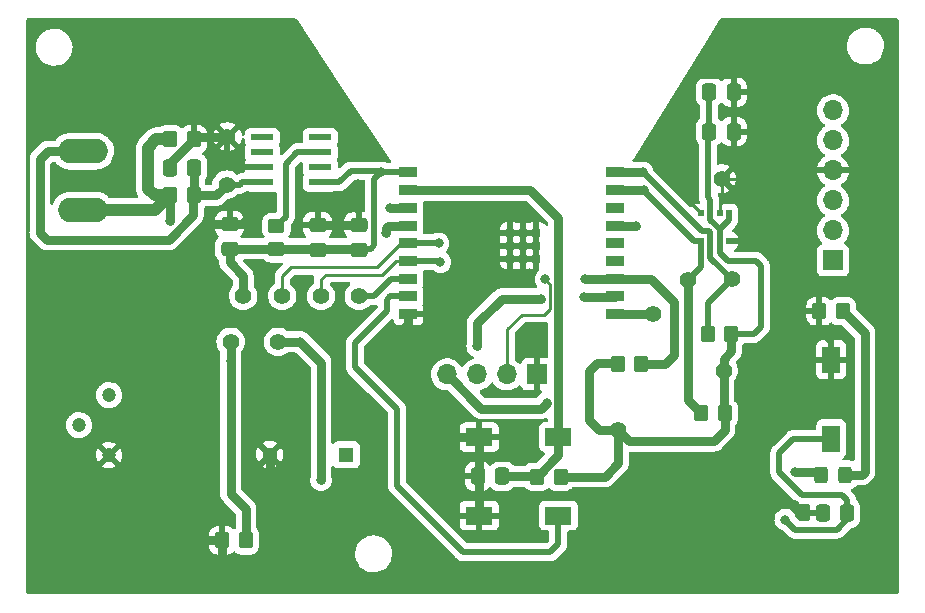
<source format=gbr>
%TF.GenerationSoftware,KiCad,Pcbnew,(6.0.2)*%
%TF.CreationDate,2022-04-01T11:25:42+02:00*%
%TF.ProjectId,iot node,696f7420-6e6f-4646-952e-6b696361645f,rev?*%
%TF.SameCoordinates,Original*%
%TF.FileFunction,Copper,L1,Top*%
%TF.FilePolarity,Positive*%
%FSLAX46Y46*%
G04 Gerber Fmt 4.6, Leading zero omitted, Abs format (unit mm)*
G04 Created by KiCad (PCBNEW (6.0.2)) date 2022-04-01 11:25:42*
%MOMM*%
%LPD*%
G01*
G04 APERTURE LIST*
G04 Aperture macros list*
%AMRoundRect*
0 Rectangle with rounded corners*
0 $1 Rounding radius*
0 $2 $3 $4 $5 $6 $7 $8 $9 X,Y pos of 4 corners*
0 Add a 4 corners polygon primitive as box body*
4,1,4,$2,$3,$4,$5,$6,$7,$8,$9,$2,$3,0*
0 Add four circle primitives for the rounded corners*
1,1,$1+$1,$2,$3*
1,1,$1+$1,$4,$5*
1,1,$1+$1,$6,$7*
1,1,$1+$1,$8,$9*
0 Add four rect primitives between the rounded corners*
20,1,$1+$1,$2,$3,$4,$5,0*
20,1,$1+$1,$4,$5,$6,$7,0*
20,1,$1+$1,$6,$7,$8,$9,0*
20,1,$1+$1,$8,$9,$2,$3,0*%
G04 Aperture macros list end*
%TA.AperFunction,ComponentPad*%
%ADD10C,1.200000*%
%TD*%
%TA.AperFunction,ComponentPad*%
%ADD11C,1.400000*%
%TD*%
%TA.AperFunction,SMDPad,CuDef*%
%ADD12R,1.500000X0.900000*%
%TD*%
%TA.AperFunction,SMDPad,CuDef*%
%ADD13R,0.700000X0.700000*%
%TD*%
%TA.AperFunction,SMDPad,CuDef*%
%ADD14RoundRect,0.030000X-0.220000X0.220000X-0.220000X-0.220000X0.220000X-0.220000X0.220000X0.220000X0*%
%TD*%
%TA.AperFunction,SMDPad,CuDef*%
%ADD15R,1.981200X0.558800*%
%TD*%
%TA.AperFunction,SMDPad,CuDef*%
%ADD16RoundRect,0.250000X0.350000X0.450000X-0.350000X0.450000X-0.350000X-0.450000X0.350000X-0.450000X0*%
%TD*%
%TA.AperFunction,SMDPad,CuDef*%
%ADD17RoundRect,0.250000X0.475000X-0.337500X0.475000X0.337500X-0.475000X0.337500X-0.475000X-0.337500X0*%
%TD*%
%TA.AperFunction,SMDPad,CuDef*%
%ADD18RoundRect,0.250000X-0.337500X-0.475000X0.337500X-0.475000X0.337500X0.475000X-0.337500X0.475000X0*%
%TD*%
%TA.AperFunction,SMDPad,CuDef*%
%ADD19R,1.500000X2.300000*%
%TD*%
%TA.AperFunction,SMDPad,CuDef*%
%ADD20R,2.300000X1.500000*%
%TD*%
%TA.AperFunction,ComponentPad*%
%ADD21O,4.198620X2.098040*%
%TD*%
%TA.AperFunction,SMDPad,CuDef*%
%ADD22RoundRect,0.250000X0.325000X0.450000X-0.325000X0.450000X-0.325000X-0.450000X0.325000X-0.450000X0*%
%TD*%
%TA.AperFunction,SMDPad,CuDef*%
%ADD23RoundRect,0.250000X-0.350000X-0.450000X0.350000X-0.450000X0.350000X0.450000X-0.350000X0.450000X0*%
%TD*%
%TA.AperFunction,SMDPad,CuDef*%
%ADD24RoundRect,0.250000X-0.475000X0.337500X-0.475000X-0.337500X0.475000X-0.337500X0.475000X0.337500X0*%
%TD*%
%TA.AperFunction,SMDPad,CuDef*%
%ADD25RoundRect,0.250000X0.450000X-0.350000X0.450000X0.350000X-0.450000X0.350000X-0.450000X-0.350000X0*%
%TD*%
%TA.AperFunction,SMDPad,CuDef*%
%ADD26RoundRect,0.250000X0.337500X0.475000X-0.337500X0.475000X-0.337500X-0.475000X0.337500X-0.475000X0*%
%TD*%
%TA.AperFunction,ComponentPad*%
%ADD27R,1.700000X1.700000*%
%TD*%
%TA.AperFunction,ComponentPad*%
%ADD28O,1.700000X1.700000*%
%TD*%
%TA.AperFunction,ComponentPad*%
%ADD29R,1.300000X1.300000*%
%TD*%
%TA.AperFunction,ComponentPad*%
%ADD30C,1.300000*%
%TD*%
%TA.AperFunction,ViaPad*%
%ADD31C,0.800000*%
%TD*%
%TA.AperFunction,Conductor*%
%ADD32C,0.250000*%
%TD*%
%TA.AperFunction,Conductor*%
%ADD33C,0.500000*%
%TD*%
%TA.AperFunction,Conductor*%
%ADD34C,0.750000*%
%TD*%
%TA.AperFunction,Conductor*%
%ADD35C,1.000000*%
%TD*%
G04 APERTURE END LIST*
D10*
%TO.P,U3,1,V_DD*%
%TO.N,3.3*%
X95900000Y-129710000D03*
%TO.P,U3,3,OUT*%
%TO.N,INT PIR*%
X93360000Y-132250000D03*
%TO.P,U3,2,GND*%
%TO.N,GND*%
X95900000Y-134790000D03*
%TD*%
D11*
%TO.P,TP5,1,1*%
%TO.N,GND*%
X105925000Y-107825000D03*
%TD*%
%TO.P,TP13,1,1*%
%TO.N,buzzer+*%
X110200000Y-125200000D03*
%TD*%
D12*
%TO.P,U1,1,3V3*%
%TO.N,3.3*%
X121250000Y-110850000D03*
%TO.P,U1,2,EN/CHIP_PU*%
%TO.N,Net-(C1-Pad2)*%
X121250000Y-112350000D03*
%TO.P,U1,3,GPIO4/ADC1_CH4*%
%TO.N,buzzer+*%
X121250000Y-113850000D03*
%TO.P,U1,4,GPIO5/ADC2_CH0*%
%TO.N,INT PIR*%
X121250000Y-115350000D03*
%TO.P,U1,5,GPIO6*%
%TO.N,test led*%
X121250000Y-116850000D03*
%TO.P,U1,6,GPIO7*%
%TO.N,test button*%
X121250000Y-118350000D03*
%TO.P,U1,7,GPIO8*%
%TO.N,Net-(TP2-Pad1)*%
X121250000Y-119850000D03*
%TO.P,U1,8,GPIO9*%
%TO.N,Net-(SW2-Pad2)*%
X121250000Y-121350000D03*
%TO.P,U1,9,GND*%
%TO.N,GND*%
X121250000Y-122850000D03*
%TO.P,U1,10,GPIO10*%
%TO.N,Net-(TP3-Pad1)*%
X138750000Y-122850000D03*
%TO.P,U1,11,GPIO20/U0RXD*%
%TO.N,RX*%
X138750000Y-121350000D03*
%TO.P,U1,12,GPIO21/U0TXD*%
%TO.N,TX*%
X138750000Y-119850000D03*
%TO.P,U1,13,GPIO18/USB_D-*%
%TO.N,unconnected-(U1-Pad13)*%
X138750000Y-118350000D03*
%TO.P,U1,14,GPIO19/USB_D+*%
%TO.N,unconnected-(U1-Pad14)*%
X138750000Y-116850000D03*
%TO.P,U1,15,GPIO3/ADC1_CH3*%
%TO.N,batterij level*%
X138750000Y-115350000D03*
%TO.P,U1,16,GPIO2/ADC1_CH2*%
%TO.N,unconnected-(U1-Pad16)*%
X138750000Y-113850000D03*
%TO.P,U1,17,GPIO1/ADC1_CH1/XTAL_32K_N*%
%TO.N,SCL*%
X138750000Y-112350000D03*
%TO.P,U1,18,GPIO0/ADC1_CH0/XTAL_32K_P*%
%TO.N,SDA*%
X138750000Y-110850000D03*
D13*
%TO.P,U1,19,GND*%
%TO.N,GND*%
X130910000Y-118150000D03*
X130910000Y-115950000D03*
X132060000Y-118150000D03*
X132060000Y-117050000D03*
X129860000Y-118150000D03*
X130910000Y-117050000D03*
X129860000Y-117050000D03*
X132060000Y-115950000D03*
X129860000Y-115950000D03*
%TD*%
D14*
%TO.P,U4,1,GND*%
%TO.N,GND*%
X148400000Y-116655000D03*
%TO.P,U4,2,CSB*%
%TO.N,3.3*%
X147600000Y-116655000D03*
%TO.P,U4,3,SDI*%
%TO.N,SDA*%
X146800000Y-116655000D03*
%TO.P,U4,4,SCK*%
%TO.N,SCL*%
X146000000Y-116655000D03*
%TO.P,U4,5,SDO*%
%TO.N,GND*%
X145980000Y-114255000D03*
%TO.P,U4,6,VDDIO*%
%TO.N,3.3*%
X146800000Y-114255000D03*
%TO.P,U4,7,GND*%
%TO.N,GND*%
X147600000Y-114255000D03*
%TO.P,U4,8,VDD*%
%TO.N,3.3*%
X148400000Y-114255000D03*
%TD*%
D15*
%TO.P,U2,1,BYPASS*%
%TO.N,unconnected-(U2-Pad1)*%
X108872400Y-107875000D03*
%TO.P,U2,2,NC*%
%TO.N,unconnected-(U2-Pad2)*%
X108872400Y-109145000D03*
%TO.P,U2,3,GND*%
%TO.N,GND*%
X108872400Y-110415000D03*
%TO.P,U2,4,INPUT*%
%TO.N,+ suply *%
X108872400Y-111685000D03*
%TO.P,U2,5,OUTPUT*%
%TO.N,3.3*%
X113800000Y-111685000D03*
%TO.P,U2,6,SENSE*%
%TO.N,unconnected-(U2-Pad6)*%
X113800000Y-110415000D03*
%TO.P,U2,7,~{ERROR}*%
%TO.N,Net-(R5-Pad2)*%
X113800000Y-109145000D03*
%TO.P,U2,8,~{SHUTDOWN}*%
%TO.N,unconnected-(U2-Pad8)*%
X113800000Y-107875000D03*
%TD*%
D11*
%TO.P,TP6,1,1*%
%TO.N,test led*%
X110550000Y-121300000D03*
%TD*%
D16*
%TO.P,R8,1*%
%TO.N,3.3*%
X148025000Y-131225000D03*
%TO.P,R8,2*%
%TO.N,SCL*%
X146025000Y-131225000D03*
%TD*%
D17*
%TO.P,C2,1*%
%TO.N,3.3*%
X113550000Y-117387500D03*
%TO.P,C2,2*%
%TO.N,GND*%
X113550000Y-115312500D03*
%TD*%
D18*
%TO.P,C7,1*%
%TO.N,3.3*%
X146712500Y-107400000D03*
%TO.P,C7,2*%
%TO.N,GND*%
X148787500Y-107400000D03*
%TD*%
D11*
%TO.P,TP4,1,1*%
%TO.N,+ suply *%
X105850000Y-111900000D03*
%TD*%
D19*
%TO.P,SW3,1,1*%
%TO.N,test button*%
X157050000Y-133400000D03*
%TO.P,SW3,2,2*%
%TO.N,GND*%
X157050000Y-126700000D03*
%TD*%
D18*
%TO.P,C4,1*%
%TO.N,GND*%
X101050000Y-110475000D03*
%TO.P,C4,2*%
%TO.N,+ suply *%
X103125000Y-110475000D03*
%TD*%
D17*
%TO.P,C3,1*%
%TO.N,3.3*%
X106100000Y-117300000D03*
%TO.P,C3,2*%
%TO.N,GND*%
X106100000Y-115225000D03*
%TD*%
D20*
%TO.P,SW2,1,1*%
%TO.N,GND*%
X127250000Y-139900000D03*
%TO.P,SW2,2,2*%
%TO.N,Net-(SW2-Pad2)*%
X133950000Y-139900000D03*
%TD*%
D16*
%TO.P,R3,1*%
%TO.N,+ suply *%
X103100000Y-112800000D03*
%TO.P,R3,2*%
%TO.N,batterij level*%
X101100000Y-112800000D03*
%TD*%
D11*
%TO.P,TP8,1,1*%
%TO.N,test button*%
X113850000Y-121300000D03*
%TD*%
D21*
%TO.P,X1,2,KL*%
%TO.N,batterij level*%
X93700000Y-114049360D03*
%TO.P,X1,1,KL*%
%TO.N,+ suply *%
X93700000Y-109050640D03*
%TD*%
D11*
%TO.P,TP2,1,1*%
%TO.N,Net-(TP2-Pad1)*%
X117050000Y-121300000D03*
%TD*%
%TO.P,TP3,1,1*%
%TO.N,Net-(TP3-Pad1)*%
X141975000Y-122850000D03*
%TD*%
D22*
%TO.P,D1,1,K*%
%TO.N,Net-(D1-Pad1)*%
X158250000Y-136450000D03*
%TO.P,D1,2,A*%
%TO.N,test led*%
X156200000Y-136450000D03*
%TD*%
D11*
%TO.P,TP10,1,1*%
%TO.N,3.3*%
X147925000Y-127625000D03*
%TD*%
D20*
%TO.P,SW1,1,1*%
%TO.N,Net-(C1-Pad2)*%
X133950000Y-133275000D03*
%TO.P,SW1,2,2*%
%TO.N,GND*%
X127250000Y-133275000D03*
%TD*%
D11*
%TO.P,TP9,1,1*%
%TO.N,SDA*%
X148625000Y-119900000D03*
%TD*%
D16*
%TO.P,R6,1*%
%TO.N,Net-(D1-Pad1)*%
X158050000Y-122600000D03*
%TO.P,R6,2*%
%TO.N,GND*%
X156050000Y-122600000D03*
%TD*%
D11*
%TO.P,TP7,1,1*%
%TO.N,3.3*%
X139025000Y-132700000D03*
%TD*%
D18*
%TO.P,C1,1*%
%TO.N,GND*%
X127125000Y-136575000D03*
%TO.P,C1,2*%
%TO.N,Net-(C1-Pad2)*%
X129200000Y-136575000D03*
%TD*%
%TO.P,C6,1*%
%TO.N,GND*%
X156312500Y-139700000D03*
%TO.P,C6,2*%
%TO.N,test button*%
X158387500Y-139700000D03*
%TD*%
D16*
%TO.P,R9,1*%
%TO.N,INT PIR*%
X107500000Y-142000000D03*
%TO.P,R9,2*%
%TO.N,GND*%
X105500000Y-142000000D03*
%TD*%
%TO.P,R7,1*%
%TO.N,3.3*%
X148600000Y-124525000D03*
%TO.P,R7,2*%
%TO.N,SDA*%
X146600000Y-124525000D03*
%TD*%
D23*
%TO.P,R4,1*%
%TO.N,batterij level*%
X101075000Y-108050000D03*
%TO.P,R4,2*%
%TO.N,GND*%
X103075000Y-108050000D03*
%TD*%
D11*
%TO.P,TP14,1,1*%
%TO.N,INT PIR*%
X106200000Y-125200000D03*
%TD*%
D16*
%TO.P,R1,1*%
%TO.N,3.3*%
X134125000Y-136625000D03*
%TO.P,R1,2*%
%TO.N,Net-(C1-Pad2)*%
X132125000Y-136625000D03*
%TD*%
%TO.P,R2,1*%
%TO.N,TX*%
X140950000Y-127050000D03*
%TO.P,R2,2*%
%TO.N,3.3*%
X138950000Y-127050000D03*
%TD*%
D24*
%TO.P,C5,1*%
%TO.N,GND*%
X117025000Y-115337500D03*
%TO.P,C5,2*%
%TO.N,3.3*%
X117025000Y-117412500D03*
%TD*%
D11*
%TO.P,TP11,1,1*%
%TO.N,SCL*%
X144925000Y-119975000D03*
%TD*%
D25*
%TO.P,R5,1*%
%TO.N,3.3*%
X110075000Y-117375000D03*
%TO.P,R5,2*%
%TO.N,Net-(R5-Pad2)*%
X110075000Y-115375000D03*
%TD*%
D26*
%TO.P,C8,1*%
%TO.N,GND*%
X148787500Y-104050000D03*
%TO.P,C8,2*%
%TO.N,3.3*%
X146712500Y-104050000D03*
%TD*%
D11*
%TO.P,TP15,1,1*%
%TO.N,GND*%
X147775000Y-111375000D03*
%TD*%
%TO.P,TP1,1,1*%
%TO.N,3.3*%
X107250000Y-121300000D03*
%TD*%
D27*
%TO.P,J1,1,Pin_1*%
%TO.N,GND*%
X132150000Y-127950000D03*
D28*
%TO.P,J1,2,Pin_2*%
%TO.N,TX*%
X129610000Y-127950000D03*
%TO.P,J1,3,Pin_3*%
%TO.N,RX*%
X127070000Y-127950000D03*
%TO.P,J1,4,Pin_4*%
%TO.N,3.3*%
X124530000Y-127950000D03*
%TD*%
D29*
%TO.P,BZ1,1,-*%
%TO.N,buzzer+*%
X116000000Y-134750000D03*
D30*
%TO.P,BZ1,2,+*%
%TO.N,GND*%
X109500000Y-134750000D03*
%TD*%
D27*
%TO.P,J2,1,Pin_1*%
%TO.N,SDA*%
X157200000Y-118300000D03*
D28*
%TO.P,J2,2,Pin_2*%
%TO.N,unconnected-(J2-Pad2)*%
X157200000Y-115760000D03*
%TO.P,J2,3,Pin_3*%
%TO.N,SCL*%
X157200000Y-113220000D03*
%TO.P,J2,4,Pin_4*%
%TO.N,GND*%
X157200000Y-110680000D03*
%TO.P,J2,5,Pin_5*%
%TO.N,unconnected-(J2-Pad5)*%
X157200000Y-108140000D03*
%TO.P,J2,6,Pin_6*%
%TO.N,3.3*%
X157200000Y-105600000D03*
%TD*%
D31*
%TO.N,buzzer+*%
X113850000Y-136900000D03*
X119650000Y-113850000D03*
X112100000Y-125200000D03*
%TO.N,GND*%
X117000000Y-111850000D03*
X119400000Y-125600000D03*
X154000000Y-139000000D03*
X108550000Y-113800000D03*
%TO.N,3.3*%
X118950000Y-110850000D03*
X132950000Y-130350000D03*
%TO.N,test button*%
X153150000Y-140250000D03*
X123950000Y-118450000D03*
%TO.N,test led*%
X154000000Y-136250000D03*
X123800000Y-116850000D03*
%TO.N,TX*%
X132850000Y-119900000D03*
X136200000Y-119850000D03*
%TO.N,RX*%
X127070000Y-125570000D03*
X132500000Y-121550000D03*
X136075000Y-121425000D03*
%TO.N,SDA*%
X141100000Y-110850000D03*
%TO.N,SCL*%
X141200000Y-112300000D03*
%TO.N,batterij level*%
X140500000Y-115350000D03*
X101025000Y-114925000D03*
%TO.N,INT PIR*%
X119350000Y-115950000D03*
X106200000Y-126850000D03*
%TD*%
D32*
%TO.N,GND*%
X153500000Y-126700000D02*
X157050000Y-126700000D01*
X151600000Y-136600000D02*
X151600000Y-128600000D01*
X154000000Y-139000000D02*
X151600000Y-136600000D01*
X151600000Y-128600000D02*
X153500000Y-126700000D01*
X154700000Y-139700000D02*
X154000000Y-139000000D01*
X156312500Y-139700000D02*
X154700000Y-139700000D01*
D33*
%TO.N,3.3*%
X146800000Y-113150000D02*
X146587500Y-112937500D01*
X146800000Y-114177500D02*
X146800000Y-113150000D01*
X146587500Y-107400000D02*
X146587500Y-112937500D01*
D34*
X148025000Y-132675000D02*
X147100000Y-133600000D01*
X139925000Y-133600000D02*
X146400000Y-133600000D01*
X147100000Y-133600000D02*
X146400000Y-133600000D01*
X148025000Y-132675000D02*
X148025000Y-131225000D01*
X136550000Y-131850000D02*
X137400000Y-132700000D01*
X136550000Y-127650000D02*
X136550000Y-131850000D01*
X137400000Y-132700000D02*
X139025000Y-132700000D01*
X137200000Y-127000000D02*
X136550000Y-127650000D01*
X138875000Y-127000000D02*
X137200000Y-127000000D01*
%TO.N,SCL*%
X144925000Y-130125000D02*
X146025000Y-131225000D01*
X144925000Y-119975000D02*
X144925000Y-130125000D01*
%TO.N,TX*%
X143600000Y-126450000D02*
X143750000Y-126300000D01*
X143750000Y-126300000D02*
X143750000Y-121850000D01*
X141750000Y-119850000D02*
X143750000Y-121850000D01*
X143600000Y-126450000D02*
X143000000Y-127050000D01*
D32*
X133224511Y-122425489D02*
X133224511Y-120324511D01*
X133224511Y-120324511D02*
X132850000Y-119950000D01*
D34*
%TO.N,GND*%
X119400000Y-127450000D02*
X119750000Y-127800000D01*
X119400000Y-125550000D02*
X119400000Y-127450000D01*
X125225000Y-133275000D02*
X119750000Y-127800000D01*
D33*
%TO.N,Net-(SW2-Pad2)*%
X119700000Y-121350000D02*
X121250000Y-121350000D01*
X119400000Y-121650000D02*
X119700000Y-121350000D01*
X119400000Y-122600000D02*
X119400000Y-121650000D01*
X120300000Y-130900000D02*
X116700000Y-127300000D01*
X120300000Y-137400000D02*
X120300000Y-130900000D01*
X125900000Y-143000000D02*
X120300000Y-137400000D01*
X116700000Y-127300000D02*
X116700000Y-125300000D01*
X133250000Y-143000000D02*
X125900000Y-143000000D01*
X133950000Y-142300000D02*
X133250000Y-143000000D01*
X133950000Y-139900000D02*
X133950000Y-142300000D01*
X116700000Y-125300000D02*
X119400000Y-122600000D01*
%TO.N,Net-(R5-Pad2)*%
X113800000Y-109145000D02*
X111855000Y-109145000D01*
X110850000Y-114600000D02*
X110075000Y-115375000D01*
X110850000Y-110150000D02*
X110850000Y-114600000D01*
X111855000Y-109145000D02*
X110850000Y-110150000D01*
D34*
%TO.N,+ suply *%
X104950000Y-112800000D02*
X105850000Y-111900000D01*
X103100000Y-112800000D02*
X104950000Y-112800000D01*
D33*
X106950000Y-111900000D02*
X107165000Y-111685000D01*
X105850000Y-111900000D02*
X106950000Y-111900000D01*
X108872400Y-111685000D02*
X107165000Y-111685000D01*
%TO.N,GND*%
X107015000Y-110415000D02*
X108872400Y-110415000D01*
X105925000Y-109325000D02*
X107015000Y-110415000D01*
X105925000Y-107825000D02*
X105925000Y-109325000D01*
D34*
%TO.N,TX*%
X143000000Y-127050000D02*
X140950000Y-127050000D01*
%TO.N,3.3*%
X107250000Y-119600000D02*
X107250000Y-121300000D01*
X106100000Y-118450000D02*
X107250000Y-119600000D01*
X106100000Y-117300000D02*
X106100000Y-118450000D01*
D33*
X150475000Y-124525000D02*
X148600000Y-124525000D01*
D34*
X148600000Y-126000000D02*
X148600000Y-124525000D01*
X147925000Y-126675000D02*
X148600000Y-126000000D01*
D33*
X151100000Y-123900000D02*
X150475000Y-124525000D01*
D34*
X147925000Y-127625000D02*
X147925000Y-126675000D01*
D33*
X151100000Y-118800000D02*
X151100000Y-123900000D01*
X150650000Y-118350000D02*
X151100000Y-118800000D01*
X148300000Y-118350000D02*
X150650000Y-118350000D01*
X147600000Y-117650000D02*
X148300000Y-118350000D01*
X147600000Y-116655000D02*
X147600000Y-117650000D01*
X118350000Y-117000000D02*
X118050000Y-117300000D01*
X118350000Y-111450000D02*
X118350000Y-117000000D01*
X118050000Y-117300000D02*
X115850000Y-117300000D01*
X118950000Y-110850000D02*
X118350000Y-111450000D01*
D34*
X115850000Y-117300000D02*
X116912500Y-117300000D01*
X106100000Y-117300000D02*
X115850000Y-117300000D01*
%TO.N,buzzer+*%
X119650000Y-113850000D02*
X121250000Y-113850000D01*
X113850000Y-136900000D02*
X113850000Y-126950000D01*
X110200000Y-125200000D02*
X112100000Y-125200000D01*
X113850000Y-126950000D02*
X112100000Y-125200000D01*
D32*
%TO.N,GND*%
X157050000Y-125350000D02*
X157050000Y-126700000D01*
X129860000Y-118150000D02*
X129860000Y-115950000D01*
D34*
X106100000Y-115225000D02*
X104625000Y-115225000D01*
D32*
X157200000Y-110680000D02*
X154670000Y-110680000D01*
D34*
X102950000Y-116900000D02*
X102950000Y-141350000D01*
D32*
X145150000Y-102800000D02*
X148600000Y-102800000D01*
X145050000Y-104087507D02*
X145050000Y-102900000D01*
X127250000Y-136700000D02*
X127125000Y-136575000D01*
X156050000Y-124350000D02*
X157050000Y-125350000D01*
X132060000Y-115950000D02*
X132060000Y-118150000D01*
D34*
X127250000Y-139900000D02*
X127250000Y-136700000D01*
X106050000Y-143950000D02*
X109150000Y-143950000D01*
X102950000Y-141350000D02*
X103600000Y-142000000D01*
X121250000Y-123700000D02*
X119400000Y-125550000D01*
D32*
X148787500Y-104050000D02*
X148787500Y-107275000D01*
X101050000Y-110475000D02*
X101050000Y-110075000D01*
X149295000Y-116655000D02*
X148400000Y-116655000D01*
X129860000Y-118150000D02*
X130910000Y-118150000D01*
X154350000Y-121950000D02*
X154350000Y-120700000D01*
X117000000Y-115312500D02*
X117025000Y-115337500D01*
D34*
X127250000Y-133275000D02*
X127250000Y-136450000D01*
D32*
X145050000Y-102900000D02*
X145150000Y-102800000D01*
X148662500Y-110487500D02*
X147775000Y-111375000D01*
D34*
X127250000Y-133275000D02*
X125225000Y-133275000D01*
D32*
X147600000Y-114255000D02*
X147600000Y-113000000D01*
X154670000Y-110680000D02*
X153700000Y-111650000D01*
X155000000Y-122600000D02*
X154350000Y-121950000D01*
X147600000Y-113000000D02*
X147775000Y-112825000D01*
X148787500Y-102987500D02*
X148787500Y-104050000D01*
X148662500Y-107400000D02*
X148662500Y-110487500D01*
X156050000Y-122600000D02*
X156050000Y-124350000D01*
D34*
X101050000Y-110075000D02*
X103075000Y-108050000D01*
D32*
X148787500Y-107275000D02*
X148662500Y-107400000D01*
D34*
X106100000Y-115225000D02*
X107125000Y-115225000D01*
D32*
X148600000Y-102800000D02*
X148787500Y-102987500D01*
D34*
X113550000Y-115312500D02*
X117000000Y-115312500D01*
D32*
X149800000Y-111650000D02*
X149800000Y-116150000D01*
X129860000Y-115950000D02*
X130910000Y-115950000D01*
X121250000Y-122850000D02*
X124250000Y-122850000D01*
X124250000Y-122850000D02*
X128950000Y-118150000D01*
D34*
X105500000Y-143400000D02*
X106050000Y-143950000D01*
D32*
X153700000Y-111650000D02*
X149800000Y-111650000D01*
D34*
X105500000Y-142000000D02*
X105500000Y-143400000D01*
D32*
X154350000Y-120700000D02*
X149800000Y-116150000D01*
D34*
X107125000Y-115225000D02*
X108550000Y-113800000D01*
D32*
X149525000Y-111375000D02*
X149800000Y-111650000D01*
X130910000Y-115950000D02*
X132060000Y-115950000D01*
D33*
X117025000Y-115337500D02*
X117025000Y-111775000D01*
D34*
X104625000Y-115225000D02*
X102950000Y-116900000D01*
D32*
X128950000Y-118150000D02*
X129860000Y-118150000D01*
D34*
X103300000Y-107825000D02*
X105925000Y-107825000D01*
X103600000Y-142000000D02*
X105500000Y-142000000D01*
X109500000Y-143600000D02*
X109500000Y-134750000D01*
D32*
X147775000Y-112825000D02*
X147775000Y-111375000D01*
X129860000Y-117050000D02*
X130910000Y-117050000D01*
X156050000Y-122600000D02*
X155000000Y-122600000D01*
X145050000Y-113325000D02*
X145050000Y-104087507D01*
D34*
X109150000Y-143950000D02*
X109500000Y-143600000D01*
D32*
X145980000Y-114255000D02*
X145050000Y-113325000D01*
X149800000Y-116150000D02*
X149295000Y-116655000D01*
X127250000Y-136450000D02*
X127125000Y-136575000D01*
D34*
X121250000Y-122850000D02*
X121250000Y-123700000D01*
D32*
X147775000Y-111375000D02*
X149525000Y-111375000D01*
X108550000Y-113800000D02*
X108650000Y-113700000D01*
X103075000Y-108050000D02*
X103300000Y-107825000D01*
D34*
%TO.N,Net-(C1-Pad2)*%
X132125000Y-136625000D02*
X133950000Y-134800000D01*
X129200000Y-136575000D02*
X132075000Y-136575000D01*
D32*
X132075000Y-136575000D02*
X132125000Y-136625000D01*
D34*
X133950000Y-114750000D02*
X131550000Y-112350000D01*
X133950000Y-134800000D02*
X133950000Y-133275000D01*
X133950000Y-133275000D02*
X133950000Y-114750000D01*
X131550000Y-112350000D02*
X121250000Y-112350000D01*
%TO.N,3.3*%
X147925000Y-127625000D02*
X147925000Y-131125000D01*
D32*
X113800000Y-111685000D02*
X114511200Y-111685000D01*
D33*
X115350000Y-111700000D02*
X116350000Y-110700000D01*
X114526200Y-111700000D02*
X115350000Y-111700000D01*
D34*
X134125000Y-136625000D02*
X137875000Y-136625000D01*
D32*
X116912500Y-117300000D02*
X117025000Y-117412500D01*
D34*
X132450000Y-130850000D02*
X132950000Y-130350000D01*
D33*
X116350000Y-110700000D02*
X118800000Y-110700000D01*
D32*
X147925000Y-131125000D02*
X148025000Y-131225000D01*
D33*
X148400000Y-114850000D02*
X148400000Y-114255000D01*
D32*
X117025000Y-117412500D02*
X117237500Y-117200000D01*
D33*
X147600000Y-115650000D02*
X146800000Y-114850000D01*
X121250000Y-110850000D02*
X118950000Y-110850000D01*
X147600000Y-116655000D02*
X147600000Y-115650000D01*
X146800000Y-114850000D02*
X146800000Y-114255000D01*
X146700000Y-107412500D02*
X146700000Y-104187500D01*
D34*
X124530000Y-127950000D02*
X127430000Y-130850000D01*
D33*
X147600000Y-115650000D02*
X148400000Y-114850000D01*
D32*
X114511200Y-111685000D02*
X114526200Y-111700000D01*
D34*
X127430000Y-130850000D02*
X132450000Y-130850000D01*
D32*
X146850000Y-114205000D02*
X146800000Y-114255000D01*
D34*
X139025000Y-132700000D02*
X139925000Y-133600000D01*
D32*
X146587500Y-104175000D02*
X146712500Y-104050000D01*
D34*
X139025000Y-135475000D02*
X139025000Y-132700000D01*
X137875000Y-136625000D02*
X139025000Y-135475000D01*
D32*
X118800000Y-110700000D02*
X118950000Y-110850000D01*
D34*
%TO.N,+ suply *%
X90650000Y-116550000D02*
X100950000Y-116550000D01*
X90050000Y-109750000D02*
X90050000Y-115950000D01*
X100950000Y-116550000D02*
X103025000Y-114475000D01*
X90749360Y-109050640D02*
X90050000Y-109750000D01*
X103025000Y-114475000D02*
X103025000Y-112800000D01*
X93700000Y-109050640D02*
X90749360Y-109050640D01*
X103125000Y-110475000D02*
X103125000Y-112700000D01*
D32*
X103025000Y-112800000D02*
X104825000Y-112800000D01*
X103125000Y-112700000D02*
X103025000Y-112800000D01*
D34*
X90050000Y-115950000D02*
X90650000Y-116550000D01*
D33*
%TO.N,test button*%
X152650000Y-134600000D02*
X152650000Y-136250000D01*
X121250000Y-118350000D02*
X123850000Y-118350000D01*
X152650000Y-136250000D02*
X154550000Y-138150000D01*
X154550000Y-138150000D02*
X157950000Y-138150000D01*
D32*
X113850000Y-119900000D02*
X114250000Y-119500000D01*
D33*
X153850000Y-133400000D02*
X152650000Y-134600000D01*
X157500000Y-141100000D02*
X154000000Y-141100000D01*
D32*
X114250000Y-119500000D02*
X119050000Y-119500000D01*
D33*
X157950000Y-138150000D02*
X158387500Y-138587500D01*
D32*
X119050000Y-119500000D02*
X120200000Y-118350000D01*
D33*
X158387500Y-138587500D02*
X158387500Y-139700000D01*
D32*
X120200000Y-118350000D02*
X121250000Y-118350000D01*
D33*
X157500000Y-141100000D02*
X158387500Y-140212500D01*
X154000000Y-141100000D02*
X153150000Y-140250000D01*
D32*
X113850000Y-121300000D02*
X113850000Y-119900000D01*
X123850000Y-118350000D02*
X123950000Y-118450000D01*
D33*
X158387500Y-140212500D02*
X158387500Y-139700000D01*
X157050000Y-133400000D02*
X153850000Y-133400000D01*
D34*
%TO.N,Net-(D1-Pad1)*%
X158050000Y-122600000D02*
X159900000Y-124450000D01*
X159900000Y-124450000D02*
X159900000Y-136200000D01*
X159650000Y-136450000D02*
X158250000Y-136450000D01*
X159900000Y-136200000D02*
X159650000Y-136450000D01*
D32*
%TO.N,test led*%
X156200000Y-136450000D02*
X156000000Y-136250000D01*
D34*
X156000000Y-136250000D02*
X154000000Y-136250000D01*
D32*
X118550000Y-118900000D02*
X120600000Y-116850000D01*
X110550000Y-121300000D02*
X110550000Y-119650000D01*
D33*
X121250000Y-116850000D02*
X123800000Y-116850000D01*
D32*
X110550000Y-119650000D02*
X111300000Y-118900000D01*
X120600000Y-116850000D02*
X121250000Y-116850000D01*
X111300000Y-118900000D02*
X118550000Y-118900000D01*
%TO.N,TX*%
X132750000Y-122900000D02*
X133224511Y-122425489D01*
X130850000Y-122900000D02*
X132750000Y-122900000D01*
X129610000Y-127950000D02*
X129610000Y-124140000D01*
D34*
X138750000Y-119850000D02*
X136200000Y-119850000D01*
D32*
X129610000Y-124140000D02*
X130850000Y-122900000D01*
D34*
X138750000Y-119850000D02*
X141750000Y-119850000D01*
%TO.N,RX*%
X138750000Y-121400000D02*
X136150000Y-121400000D01*
X127070000Y-125570000D02*
X127070000Y-123630000D01*
X129150000Y-121550000D02*
X132500000Y-121550000D01*
D32*
X136150000Y-121350000D02*
X136075000Y-121425000D01*
D34*
X127070000Y-123630000D02*
X129150000Y-121550000D01*
D33*
%TO.N,SDA*%
X146800000Y-116655000D02*
X146800000Y-118075000D01*
X146800000Y-115950000D02*
X146800000Y-116655000D01*
X146100000Y-115850000D02*
X146700000Y-115850000D01*
X146600000Y-124525000D02*
X146600000Y-121925000D01*
X146700000Y-115850000D02*
X146800000Y-115950000D01*
X141100000Y-110850000D02*
X146100000Y-115850000D01*
D34*
X138750000Y-110850000D02*
X141100000Y-110850000D01*
D33*
X146600000Y-121925000D02*
X148625000Y-119900000D01*
X146800000Y-118075000D02*
X148625000Y-119900000D01*
%TO.N,SCL*%
X145405000Y-116655000D02*
X146000000Y-116655000D01*
X141100000Y-112350000D02*
X145405000Y-116655000D01*
X146000000Y-118900000D02*
X144925000Y-119975000D01*
D34*
X138750000Y-112350000D02*
X141100000Y-112350000D01*
D33*
X146000000Y-116655000D02*
X146000000Y-118900000D01*
D34*
%TO.N,batterij level*%
X101025000Y-112800000D02*
X101025000Y-114925000D01*
D35*
X99200000Y-112250000D02*
X99200000Y-108750000D01*
X99200000Y-108750000D02*
X99900000Y-108050000D01*
X99750000Y-112800000D02*
X99200000Y-112250000D01*
X93700000Y-114049360D02*
X99775640Y-114049360D01*
X101025000Y-112800000D02*
X99750000Y-112800000D01*
D34*
X138750000Y-115350000D02*
X140500000Y-115350000D01*
D35*
X99900000Y-108050000D02*
X101075000Y-108050000D01*
X99775640Y-114049360D02*
X101025000Y-112800000D01*
D34*
%TO.N,INT PIR*%
X107500000Y-142000000D02*
X107500000Y-139350000D01*
X119350000Y-115550000D02*
X119350000Y-115950000D01*
X106200000Y-124900000D02*
X106200000Y-126850000D01*
X121250000Y-115350000D02*
X119550000Y-115350000D01*
X119550000Y-115350000D02*
X119350000Y-115550000D01*
X107500000Y-139350000D02*
X106200000Y-138050000D01*
X106200000Y-138050000D02*
X106200000Y-126850000D01*
D33*
%TO.N,Net-(TP2-Pad1)*%
X117050000Y-121300000D02*
X118300000Y-121300000D01*
X118300000Y-121300000D02*
X119750000Y-119850000D01*
X119750000Y-119850000D02*
X121250000Y-119850000D01*
D34*
%TO.N,Net-(TP3-Pad1)*%
X138750000Y-122850000D02*
X141975000Y-122850000D01*
%TD*%
%TA.AperFunction,Conductor*%
%TO.N,GND*%
G36*
X111746009Y-97828002D02*
G01*
X111782882Y-97864344D01*
X115472341Y-103425794D01*
X119764564Y-109895846D01*
X119785555Y-109963668D01*
X119766545Y-110032073D01*
X119713571Y-110079341D01*
X119659568Y-110091500D01*
X119492587Y-110091500D01*
X119418528Y-110067437D01*
X119412098Y-110062765D01*
X119412091Y-110062761D01*
X119406752Y-110058882D01*
X119400724Y-110056198D01*
X119400722Y-110056197D01*
X119238319Y-109983891D01*
X119238318Y-109983891D01*
X119232288Y-109981206D01*
X119129304Y-109959316D01*
X119051944Y-109942872D01*
X119051939Y-109942872D01*
X119045487Y-109941500D01*
X116417070Y-109941500D01*
X116398120Y-109940067D01*
X116383885Y-109937901D01*
X116383881Y-109937901D01*
X116376651Y-109936801D01*
X116369359Y-109937394D01*
X116369356Y-109937394D01*
X116323982Y-109941085D01*
X116313767Y-109941500D01*
X116305707Y-109941500D01*
X116302073Y-109941924D01*
X116302067Y-109941924D01*
X116289042Y-109943443D01*
X116277480Y-109944791D01*
X116273132Y-109945221D01*
X116257432Y-109946498D01*
X116207662Y-109950546D01*
X116207659Y-109950547D01*
X116200364Y-109951140D01*
X116193400Y-109953396D01*
X116187461Y-109954583D01*
X116181590Y-109955970D01*
X116174319Y-109956818D01*
X116167443Y-109959314D01*
X116167434Y-109959316D01*
X116105702Y-109981725D01*
X116101598Y-109983135D01*
X116032101Y-110005648D01*
X116025846Y-110009444D01*
X116020387Y-110011943D01*
X116014939Y-110014671D01*
X116008063Y-110017167D01*
X115947010Y-110057195D01*
X115943337Y-110059513D01*
X115920580Y-110073322D01*
X115891567Y-110090928D01*
X115880893Y-110097405D01*
X115872517Y-110104802D01*
X115872493Y-110104775D01*
X115869499Y-110107430D01*
X115866268Y-110110132D01*
X115860148Y-110114144D01*
X115843047Y-110132196D01*
X115806872Y-110170383D01*
X115804494Y-110172825D01*
X115514195Y-110463124D01*
X115451883Y-110497150D01*
X115381068Y-110492085D01*
X115324232Y-110449538D01*
X115299421Y-110383018D01*
X115299100Y-110374029D01*
X115299100Y-110087466D01*
X115292345Y-110025284D01*
X115241215Y-109888895D01*
X115216235Y-109855564D01*
X115191388Y-109789058D01*
X115206441Y-109719675D01*
X115216235Y-109704436D01*
X115220514Y-109698726D01*
X115241215Y-109671105D01*
X115292345Y-109534716D01*
X115299100Y-109472534D01*
X115299100Y-108817466D01*
X115292345Y-108755284D01*
X115241215Y-108618895D01*
X115220514Y-108591274D01*
X115216235Y-108585564D01*
X115191388Y-108519058D01*
X115206441Y-108449675D01*
X115216235Y-108434436D01*
X115235829Y-108408291D01*
X115241215Y-108401105D01*
X115292345Y-108264716D01*
X115299100Y-108202534D01*
X115299100Y-107547466D01*
X115292345Y-107485284D01*
X115241215Y-107348895D01*
X115153861Y-107232339D01*
X115037305Y-107144985D01*
X114900916Y-107093855D01*
X114838734Y-107087100D01*
X112761266Y-107087100D01*
X112699084Y-107093855D01*
X112562695Y-107144985D01*
X112446139Y-107232339D01*
X112358785Y-107348895D01*
X112307655Y-107485284D01*
X112300900Y-107547466D01*
X112300900Y-108202534D01*
X112304420Y-108234932D01*
X112305719Y-108246892D01*
X112293191Y-108316774D01*
X112244871Y-108368790D01*
X112180456Y-108386500D01*
X111922070Y-108386500D01*
X111903120Y-108385067D01*
X111888885Y-108382901D01*
X111888881Y-108382901D01*
X111881651Y-108381801D01*
X111874359Y-108382394D01*
X111874356Y-108382394D01*
X111828982Y-108386085D01*
X111818767Y-108386500D01*
X111810707Y-108386500D01*
X111807073Y-108386924D01*
X111807067Y-108386924D01*
X111794042Y-108388443D01*
X111782480Y-108389791D01*
X111778132Y-108390221D01*
X111756059Y-108392016D01*
X111712662Y-108395546D01*
X111712659Y-108395547D01*
X111705364Y-108396140D01*
X111698400Y-108398396D01*
X111692461Y-108399583D01*
X111686590Y-108400970D01*
X111679319Y-108401818D01*
X111672443Y-108404314D01*
X111672434Y-108404316D01*
X111610702Y-108426725D01*
X111606598Y-108428135D01*
X111537101Y-108450648D01*
X111530846Y-108454444D01*
X111525387Y-108456943D01*
X111519939Y-108459671D01*
X111513063Y-108462167D01*
X111452010Y-108502195D01*
X111448327Y-108504519D01*
X111390686Y-108539496D01*
X111390682Y-108539499D01*
X111385893Y-108542405D01*
X111381688Y-108546119D01*
X111380526Y-108547145D01*
X111377517Y-108549803D01*
X111377493Y-108549776D01*
X111374511Y-108552421D01*
X111371274Y-108555128D01*
X111365148Y-108559144D01*
X111360112Y-108564460D01*
X111360111Y-108564461D01*
X111311873Y-108615382D01*
X111309495Y-108617825D01*
X110586595Y-109340724D01*
X110524283Y-109374749D01*
X110453467Y-109369684D01*
X110396632Y-109327137D01*
X110371821Y-109260617D01*
X110371500Y-109251628D01*
X110371500Y-108817466D01*
X110364745Y-108755284D01*
X110313615Y-108618895D01*
X110292914Y-108591274D01*
X110288635Y-108585564D01*
X110263788Y-108519058D01*
X110278841Y-108449675D01*
X110288635Y-108434436D01*
X110308229Y-108408291D01*
X110313615Y-108401105D01*
X110364745Y-108264716D01*
X110371500Y-108202534D01*
X110371500Y-107547466D01*
X110364745Y-107485284D01*
X110313615Y-107348895D01*
X110226261Y-107232339D01*
X110109705Y-107144985D01*
X109973316Y-107093855D01*
X109911134Y-107087100D01*
X107833666Y-107087100D01*
X107771484Y-107093855D01*
X107635095Y-107144985D01*
X107518539Y-107232339D01*
X107431185Y-107348895D01*
X107380055Y-107485284D01*
X107373300Y-107547466D01*
X107373300Y-107633021D01*
X107353298Y-107701142D01*
X107299642Y-107747635D01*
X107229368Y-107757739D01*
X107164788Y-107728245D01*
X107126404Y-107668519D01*
X107121779Y-107644002D01*
X107119671Y-107619909D01*
X107117769Y-107609122D01*
X107065907Y-107415571D01*
X107062159Y-107405277D01*
X106977479Y-107223677D01*
X106972001Y-107214189D01*
X106950689Y-107183752D01*
X106940212Y-107175377D01*
X106926764Y-107182446D01*
X106297022Y-107812188D01*
X106289408Y-107826132D01*
X106289539Y-107827965D01*
X106293790Y-107834580D01*
X106927486Y-108468276D01*
X106939261Y-108474706D01*
X106951276Y-108465410D01*
X106972001Y-108435811D01*
X106977479Y-108426323D01*
X107062159Y-108244723D01*
X107065907Y-108234429D01*
X107117769Y-108040878D01*
X107119671Y-108030091D01*
X107121779Y-108005998D01*
X107147642Y-107939879D01*
X107205146Y-107898240D01*
X107276033Y-107894299D01*
X107337798Y-107929308D01*
X107370830Y-107992152D01*
X107373300Y-108016979D01*
X107373300Y-108202534D01*
X107380055Y-108264716D01*
X107431185Y-108401105D01*
X107436571Y-108408291D01*
X107456165Y-108434436D01*
X107481012Y-108500942D01*
X107465959Y-108570325D01*
X107456165Y-108585564D01*
X107451886Y-108591274D01*
X107431185Y-108618895D01*
X107380055Y-108755284D01*
X107373300Y-108817466D01*
X107373300Y-109472534D01*
X107380055Y-109534716D01*
X107431185Y-109671105D01*
X107440805Y-109683941D01*
X107456477Y-109704852D01*
X107481325Y-109771358D01*
X107466272Y-109840741D01*
X107456477Y-109855982D01*
X107437014Y-109881951D01*
X107428476Y-109897546D01*
X107383322Y-110017994D01*
X107379695Y-110033249D01*
X107374169Y-110084114D01*
X107373800Y-110090928D01*
X107373800Y-110142885D01*
X107378275Y-110158124D01*
X107379665Y-110159329D01*
X107387348Y-110161000D01*
X109000400Y-110161000D01*
X109068521Y-110181002D01*
X109115014Y-110234658D01*
X109126400Y-110287000D01*
X109126400Y-110543000D01*
X109106398Y-110611121D01*
X109052742Y-110657614D01*
X109000400Y-110669000D01*
X107391916Y-110669000D01*
X107376677Y-110673475D01*
X107375472Y-110674865D01*
X107373801Y-110682548D01*
X107373801Y-110739069D01*
X107374171Y-110745891D01*
X107378624Y-110786895D01*
X107366095Y-110856777D01*
X107317773Y-110908792D01*
X107253361Y-110926500D01*
X107232070Y-110926500D01*
X107213120Y-110925067D01*
X107198885Y-110922901D01*
X107198881Y-110922901D01*
X107191651Y-110921801D01*
X107184359Y-110922394D01*
X107184356Y-110922394D01*
X107138982Y-110926085D01*
X107128767Y-110926500D01*
X107120707Y-110926500D01*
X107117073Y-110926924D01*
X107117067Y-110926924D01*
X107104042Y-110928443D01*
X107092480Y-110929791D01*
X107088132Y-110930221D01*
X107015364Y-110936140D01*
X107008403Y-110938395D01*
X107002463Y-110939582D01*
X106996588Y-110940971D01*
X106989319Y-110941818D01*
X106920670Y-110966736D01*
X106916542Y-110968153D01*
X106854064Y-110988393D01*
X106854062Y-110988394D01*
X106847101Y-110990649D01*
X106840846Y-110994445D01*
X106835372Y-110996951D01*
X106829941Y-110999670D01*
X106823063Y-111002167D01*
X106816946Y-111006177D01*
X106816943Y-111006179D01*
X106813495Y-111008440D01*
X106811036Y-111010052D01*
X106743102Y-111030677D01*
X106674801Y-111011299D01*
X106652854Y-110993777D01*
X106629776Y-110970699D01*
X106456558Y-110849411D01*
X106451580Y-110847090D01*
X106451577Y-110847088D01*
X106269892Y-110762367D01*
X106269891Y-110762366D01*
X106264910Y-110760044D01*
X106259602Y-110758622D01*
X106259600Y-110758621D01*
X106065970Y-110706738D01*
X106065968Y-110706738D01*
X106060655Y-110705314D01*
X105850000Y-110686884D01*
X105639345Y-110705314D01*
X105634032Y-110706738D01*
X105634030Y-110706738D01*
X105440400Y-110758621D01*
X105440398Y-110758622D01*
X105435090Y-110760044D01*
X105430109Y-110762366D01*
X105430108Y-110762367D01*
X105248423Y-110847088D01*
X105248420Y-110847090D01*
X105243442Y-110849411D01*
X105070224Y-110970699D01*
X104920699Y-111120224D01*
X104799411Y-111293442D01*
X104797090Y-111298420D01*
X104797088Y-111298423D01*
X104712583Y-111479645D01*
X104710044Y-111485090D01*
X104708622Y-111490398D01*
X104708621Y-111490400D01*
X104657240Y-111682158D01*
X104655314Y-111689345D01*
X104649520Y-111755566D01*
X104645503Y-111801482D01*
X104619639Y-111867600D01*
X104562136Y-111909240D01*
X104519982Y-111916500D01*
X104140682Y-111916500D01*
X104072561Y-111896498D01*
X104048979Y-111875143D01*
X104048474Y-111875649D01*
X104045478Y-111872657D01*
X104044735Y-111871299D01*
X104041937Y-111868765D01*
X104038750Y-111864744D01*
X104040423Y-111863418D01*
X104011402Y-111810375D01*
X104008500Y-111783489D01*
X104008500Y-111528828D01*
X104028502Y-111460707D01*
X104045326Y-111439811D01*
X104056633Y-111428484D01*
X104061805Y-111423303D01*
X104091612Y-111374947D01*
X104150775Y-111278968D01*
X104150776Y-111278966D01*
X104154615Y-111272738D01*
X104183296Y-111186267D01*
X104208132Y-111111389D01*
X104208132Y-111111387D01*
X104210297Y-111104861D01*
X104221000Y-111000400D01*
X104221000Y-109949600D01*
X104218604Y-109926506D01*
X104210738Y-109850692D01*
X104210737Y-109850688D01*
X104210026Y-109843834D01*
X104201647Y-109818717D01*
X104156368Y-109683002D01*
X104154050Y-109676054D01*
X104060978Y-109525652D01*
X103935803Y-109400695D01*
X103846066Y-109345380D01*
X103798574Y-109292609D01*
X103787150Y-109222537D01*
X103815424Y-109157413D01*
X103845879Y-109130977D01*
X103892810Y-109101935D01*
X103904208Y-109092901D01*
X104018739Y-108978171D01*
X104027751Y-108966760D01*
X104106341Y-108839261D01*
X105275294Y-108839261D01*
X105284590Y-108851276D01*
X105314189Y-108872001D01*
X105323677Y-108877479D01*
X105505277Y-108962159D01*
X105515571Y-108965907D01*
X105709122Y-109017769D01*
X105719909Y-109019671D01*
X105919525Y-109037135D01*
X105930475Y-109037135D01*
X106130091Y-109019671D01*
X106140878Y-109017769D01*
X106334429Y-108965907D01*
X106344723Y-108962159D01*
X106526323Y-108877479D01*
X106535811Y-108872001D01*
X106566248Y-108850689D01*
X106574623Y-108840212D01*
X106567554Y-108826764D01*
X105937812Y-108197022D01*
X105923868Y-108189408D01*
X105922035Y-108189539D01*
X105915420Y-108193790D01*
X105281724Y-108827486D01*
X105275294Y-108839261D01*
X104106341Y-108839261D01*
X104112816Y-108828757D01*
X104118963Y-108815576D01*
X104170138Y-108661290D01*
X104173005Y-108647914D01*
X104182672Y-108553562D01*
X104183000Y-108547145D01*
X104183000Y-108322115D01*
X104178525Y-108306876D01*
X104177135Y-108305671D01*
X104169452Y-108304000D01*
X102947000Y-108304000D01*
X102878879Y-108283998D01*
X102832386Y-108230342D01*
X102821000Y-108178000D01*
X102821000Y-107830475D01*
X104712865Y-107830475D01*
X104730329Y-108030091D01*
X104732231Y-108040878D01*
X104784093Y-108234429D01*
X104787841Y-108244723D01*
X104872521Y-108426323D01*
X104877999Y-108435811D01*
X104899311Y-108466248D01*
X104909788Y-108474623D01*
X104923236Y-108467554D01*
X105552978Y-107837812D01*
X105560592Y-107823868D01*
X105560461Y-107822035D01*
X105556210Y-107815420D01*
X104922514Y-107181724D01*
X104910739Y-107175294D01*
X104898724Y-107184590D01*
X104877999Y-107214189D01*
X104872521Y-107223677D01*
X104787841Y-107405277D01*
X104784093Y-107415571D01*
X104732231Y-107609122D01*
X104730329Y-107619909D01*
X104712865Y-107819525D01*
X104712865Y-107830475D01*
X102821000Y-107830475D01*
X102821000Y-107777885D01*
X103329000Y-107777885D01*
X103333475Y-107793124D01*
X103334865Y-107794329D01*
X103342548Y-107796000D01*
X104164884Y-107796000D01*
X104180123Y-107791525D01*
X104181328Y-107790135D01*
X104182999Y-107782452D01*
X104182999Y-107552905D01*
X104182662Y-107546386D01*
X104172743Y-107450794D01*
X104169851Y-107437400D01*
X104118412Y-107283216D01*
X104112239Y-107270038D01*
X104026937Y-107132193D01*
X104017901Y-107120792D01*
X103903171Y-107006261D01*
X103891760Y-106997249D01*
X103753757Y-106912184D01*
X103740576Y-106906037D01*
X103586290Y-106854862D01*
X103572914Y-106851995D01*
X103478562Y-106842328D01*
X103472145Y-106842000D01*
X103347115Y-106842000D01*
X103331876Y-106846475D01*
X103330671Y-106847865D01*
X103329000Y-106855548D01*
X103329000Y-107777885D01*
X102821000Y-107777885D01*
X102821000Y-106860116D01*
X102816525Y-106844877D01*
X102815135Y-106843672D01*
X102807452Y-106842001D01*
X102677905Y-106842001D01*
X102671386Y-106842338D01*
X102575794Y-106852257D01*
X102562400Y-106855149D01*
X102408216Y-106906588D01*
X102395038Y-106912761D01*
X102257193Y-106998063D01*
X102245792Y-107007099D01*
X102164570Y-107088462D01*
X102102287Y-107122541D01*
X102031467Y-107117538D01*
X101986380Y-107088617D01*
X101903488Y-107005870D01*
X101903483Y-107005866D01*
X101898303Y-107000695D01*
X101875286Y-106986507D01*
X101753968Y-106911725D01*
X101753966Y-106911724D01*
X101747738Y-106907885D01*
X101647386Y-106874600D01*
X101586389Y-106854368D01*
X101586387Y-106854368D01*
X101579861Y-106852203D01*
X101573025Y-106851503D01*
X101573022Y-106851502D01*
X101529969Y-106847091D01*
X101475400Y-106841500D01*
X100674600Y-106841500D01*
X100671354Y-106841837D01*
X100671350Y-106841837D01*
X100575692Y-106851762D01*
X100575688Y-106851763D01*
X100568834Y-106852474D01*
X100562298Y-106854655D01*
X100562296Y-106854655D01*
X100436459Y-106896638D01*
X100401054Y-106908450D01*
X100250652Y-107001522D01*
X100245479Y-107006704D01*
X100239745Y-107011249D01*
X100238419Y-107009576D01*
X100185375Y-107038598D01*
X100158489Y-107041500D01*
X99961840Y-107041500D01*
X99948232Y-107040763D01*
X99916736Y-107037341D01*
X99916732Y-107037341D01*
X99910611Y-107036676D01*
X99892611Y-107038251D01*
X99860609Y-107041050D01*
X99855784Y-107041379D01*
X99853313Y-107041500D01*
X99850231Y-107041500D01*
X99827763Y-107043703D01*
X99807489Y-107045691D01*
X99806174Y-107045813D01*
X99773913Y-107048636D01*
X99713587Y-107053913D01*
X99708468Y-107055400D01*
X99703167Y-107055920D01*
X99614133Y-107082801D01*
X99613000Y-107083136D01*
X99529578Y-107107373D01*
X99529574Y-107107375D01*
X99523663Y-107109092D01*
X99518934Y-107111543D01*
X99513831Y-107113084D01*
X99431669Y-107156770D01*
X99430627Y-107157317D01*
X99353545Y-107197272D01*
X99348074Y-107200108D01*
X99343911Y-107203431D01*
X99339204Y-107205934D01*
X99334430Y-107209828D01*
X99334428Y-107209829D01*
X99267105Y-107264737D01*
X99266160Y-107265500D01*
X99227027Y-107296739D01*
X99224536Y-107299230D01*
X99223809Y-107299880D01*
X99219463Y-107303592D01*
X99213719Y-107308277D01*
X99185938Y-107330935D01*
X99182015Y-107335677D01*
X99182013Y-107335679D01*
X99156703Y-107366273D01*
X99148713Y-107375053D01*
X98530621Y-107993145D01*
X98520478Y-108002247D01*
X98490975Y-108025968D01*
X98478464Y-108040878D01*
X98458709Y-108064421D01*
X98455528Y-108068069D01*
X98453885Y-108069881D01*
X98451691Y-108072075D01*
X98424358Y-108105349D01*
X98423696Y-108106147D01*
X98363846Y-108177474D01*
X98361278Y-108182144D01*
X98357897Y-108186261D01*
X98329578Y-108239076D01*
X98314023Y-108268086D01*
X98313394Y-108269245D01*
X98271538Y-108345381D01*
X98271535Y-108345389D01*
X98268567Y-108350787D01*
X98266955Y-108355869D01*
X98264438Y-108360563D01*
X98237238Y-108449531D01*
X98236918Y-108450559D01*
X98208765Y-108539306D01*
X98208171Y-108544602D01*
X98206613Y-108549698D01*
X98198185Y-108632672D01*
X98197218Y-108642187D01*
X98197089Y-108643393D01*
X98191500Y-108693227D01*
X98191500Y-108696754D01*
X98191445Y-108697739D01*
X98190998Y-108703419D01*
X98186626Y-108746462D01*
X98187206Y-108752593D01*
X98190941Y-108792109D01*
X98191500Y-108803967D01*
X98191500Y-112188157D01*
X98190763Y-112201764D01*
X98188003Y-112227175D01*
X98186676Y-112239388D01*
X98187213Y-112245523D01*
X98191050Y-112289388D01*
X98191379Y-112294214D01*
X98191500Y-112296686D01*
X98191500Y-112299769D01*
X98192674Y-112311738D01*
X98195690Y-112342506D01*
X98195812Y-112343819D01*
X98199368Y-112384457D01*
X98203913Y-112436413D01*
X98205400Y-112441532D01*
X98205920Y-112446833D01*
X98232791Y-112535834D01*
X98233126Y-112536967D01*
X98256035Y-112615817D01*
X98259091Y-112626336D01*
X98261544Y-112631068D01*
X98263084Y-112636169D01*
X98265978Y-112641612D01*
X98306731Y-112718260D01*
X98307343Y-112719426D01*
X98320701Y-112745195D01*
X98350108Y-112801926D01*
X98353431Y-112806089D01*
X98355934Y-112810796D01*
X98359828Y-112815570D01*
X98359829Y-112815572D01*
X98375857Y-112835224D01*
X98403411Y-112900656D01*
X98391216Y-112970597D01*
X98343143Y-113022842D01*
X98278214Y-113040860D01*
X95994557Y-113040860D01*
X95926436Y-113020858D01*
X95903009Y-113001433D01*
X95799347Y-112891814D01*
X95799346Y-112891813D01*
X95795865Y-112888132D01*
X95789596Y-112883339D01*
X95600776Y-112738975D01*
X95600772Y-112738972D01*
X95596756Y-112735902D01*
X95566029Y-112719426D01*
X95392416Y-112626336D01*
X95375870Y-112617464D01*
X95138890Y-112535865D01*
X95133907Y-112535004D01*
X95133906Y-112535004D01*
X94971051Y-112506874D01*
X94891911Y-112493204D01*
X94887954Y-112493024D01*
X94887951Y-112493024D01*
X94863293Y-112491904D01*
X94863274Y-112491904D01*
X94861874Y-112491840D01*
X92586734Y-112491840D01*
X92584226Y-112492042D01*
X92584221Y-112492042D01*
X92404924Y-112506468D01*
X92404920Y-112506469D01*
X92399882Y-112506874D01*
X92394974Y-112508080D01*
X92394971Y-112508080D01*
X92253560Y-112542814D01*
X92156481Y-112566659D01*
X92151829Y-112568634D01*
X92151825Y-112568635D01*
X92040672Y-112615817D01*
X91925770Y-112664590D01*
X91921486Y-112667288D01*
X91717963Y-112795453D01*
X91717960Y-112795455D01*
X91713684Y-112798148D01*
X91525679Y-112963896D01*
X91366593Y-113157570D01*
X91349642Y-113186695D01*
X91243802Y-113368546D01*
X91240518Y-113374188D01*
X91178171Y-113536609D01*
X91177131Y-113539317D01*
X91134045Y-113595745D01*
X91067292Y-113619922D01*
X90998065Y-113604171D01*
X90948343Y-113553493D01*
X90933500Y-113494163D01*
X90933500Y-110168148D01*
X90953502Y-110100027D01*
X90970405Y-110079053D01*
X91078413Y-109971045D01*
X91140725Y-109937019D01*
X91167508Y-109934140D01*
X91300229Y-109934140D01*
X91368350Y-109954142D01*
X91404438Y-109989314D01*
X91431927Y-110029763D01*
X91604135Y-110211868D01*
X91608161Y-110214946D01*
X91608162Y-110214947D01*
X91799224Y-110361025D01*
X91799228Y-110361028D01*
X91803244Y-110364098D01*
X91807702Y-110366488D01*
X91807703Y-110366489D01*
X91931209Y-110432712D01*
X92024130Y-110482536D01*
X92261110Y-110564135D01*
X92266093Y-110564996D01*
X92266094Y-110564996D01*
X92369858Y-110582919D01*
X92508089Y-110606796D01*
X92512046Y-110606976D01*
X92512049Y-110606976D01*
X92536707Y-110608096D01*
X92536726Y-110608096D01*
X92538126Y-110608160D01*
X94813266Y-110608160D01*
X94815774Y-110607958D01*
X94815779Y-110607958D01*
X94995076Y-110593532D01*
X94995080Y-110593531D01*
X95000118Y-110593126D01*
X95005026Y-110591920D01*
X95005029Y-110591920D01*
X95238605Y-110534548D01*
X95243519Y-110533341D01*
X95248171Y-110531366D01*
X95248175Y-110531365D01*
X95408940Y-110463124D01*
X95474230Y-110435410D01*
X95574107Y-110372514D01*
X95682037Y-110304547D01*
X95682040Y-110304545D01*
X95686316Y-110301852D01*
X95874321Y-110136104D01*
X96033407Y-109942430D01*
X96159482Y-109725812D01*
X96167528Y-109704852D01*
X96247489Y-109496547D01*
X96247490Y-109496543D01*
X96249302Y-109491823D01*
X96253158Y-109473368D01*
X96282872Y-109331133D01*
X96300556Y-109246484D01*
X96311925Y-108996107D01*
X96309768Y-108977458D01*
X96294103Y-108842077D01*
X96283118Y-108747132D01*
X96281196Y-108740337D01*
X96216253Y-108510835D01*
X96216252Y-108510833D01*
X96214875Y-108505966D01*
X96201339Y-108476937D01*
X96120042Y-108302598D01*
X96108951Y-108278813D01*
X96102098Y-108268728D01*
X96030578Y-108163491D01*
X95968073Y-108071517D01*
X95804213Y-107898240D01*
X95799347Y-107893094D01*
X95799346Y-107893093D01*
X95795865Y-107889412D01*
X95724148Y-107834580D01*
X95600776Y-107740255D01*
X95600772Y-107740252D01*
X95596756Y-107737182D01*
X95375870Y-107618744D01*
X95138890Y-107537145D01*
X95133907Y-107536284D01*
X95133906Y-107536284D01*
X94971051Y-107508154D01*
X94891911Y-107494484D01*
X94887954Y-107494304D01*
X94887951Y-107494304D01*
X94863293Y-107493184D01*
X94863274Y-107493184D01*
X94861874Y-107493120D01*
X92586734Y-107493120D01*
X92584226Y-107493322D01*
X92584221Y-107493322D01*
X92404924Y-107507748D01*
X92404920Y-107507749D01*
X92399882Y-107508154D01*
X92394974Y-107509360D01*
X92394971Y-107509360D01*
X92161395Y-107566732D01*
X92156481Y-107567939D01*
X92151829Y-107569914D01*
X92151825Y-107569915D01*
X92059460Y-107609122D01*
X91925770Y-107665870D01*
X91915853Y-107672115D01*
X91717963Y-107796733D01*
X91717960Y-107796735D01*
X91713684Y-107799428D01*
X91525679Y-107965176D01*
X91522469Y-107969084D01*
X91397588Y-108121116D01*
X91338894Y-108161059D01*
X91300224Y-108167140D01*
X90828810Y-108167140D01*
X90809099Y-108165589D01*
X90802369Y-108164523D01*
X90795853Y-108163491D01*
X90789266Y-108163836D01*
X90789261Y-108163836D01*
X90729528Y-108166967D01*
X90722934Y-108167140D01*
X90703054Y-108167140D01*
X90699780Y-108167484D01*
X90699781Y-108167484D01*
X90683280Y-108169218D01*
X90676706Y-108169735D01*
X90616987Y-108172865D01*
X90616986Y-108172865D01*
X90610388Y-108173211D01*
X90604006Y-108174921D01*
X90603999Y-108174922D01*
X90597429Y-108176682D01*
X90577995Y-108180284D01*
X90571230Y-108180995D01*
X90571229Y-108180995D01*
X90564658Y-108181686D01*
X90501482Y-108202213D01*
X90495163Y-108204085D01*
X90437373Y-108219569D01*
X90437368Y-108219571D01*
X90430997Y-108221278D01*
X90425116Y-108224274D01*
X90425112Y-108224276D01*
X90419043Y-108227368D01*
X90400781Y-108234932D01*
X90394309Y-108237035D01*
X90394305Y-108237037D01*
X90388029Y-108239076D01*
X90382313Y-108242376D01*
X90382311Y-108242377D01*
X90330495Y-108272293D01*
X90324711Y-108275434D01*
X90265520Y-108305593D01*
X90260389Y-108309748D01*
X90255097Y-108314033D01*
X90238811Y-108325227D01*
X90227191Y-108331936D01*
X90222283Y-108336355D01*
X90222279Y-108336358D01*
X90177824Y-108376385D01*
X90172818Y-108380661D01*
X90167378Y-108385067D01*
X90161232Y-108390044D01*
X90157374Y-108393168D01*
X90143329Y-108407213D01*
X90138544Y-108411754D01*
X90089175Y-108456206D01*
X90081285Y-108467066D01*
X90068448Y-108482094D01*
X89481454Y-109069088D01*
X89466426Y-109081925D01*
X89455566Y-109089815D01*
X89451145Y-109094725D01*
X89451144Y-109094726D01*
X89411114Y-109139184D01*
X89406573Y-109143969D01*
X89392528Y-109158014D01*
X89390444Y-109160588D01*
X89390441Y-109160591D01*
X89380031Y-109173446D01*
X89375747Y-109178462D01*
X89335717Y-109222920D01*
X89335713Y-109222925D01*
X89331296Y-109227831D01*
X89324791Y-109239097D01*
X89324589Y-109239448D01*
X89313391Y-109255741D01*
X89304953Y-109266161D01*
X89274787Y-109325363D01*
X89271654Y-109331133D01*
X89241740Y-109382945D01*
X89241738Y-109382950D01*
X89238436Y-109388669D01*
X89236395Y-109394949D01*
X89236392Y-109394957D01*
X89234292Y-109401421D01*
X89226728Y-109419683D01*
X89223637Y-109425749D01*
X89223634Y-109425758D01*
X89220638Y-109431637D01*
X89218929Y-109438015D01*
X89203444Y-109495804D01*
X89201578Y-109502106D01*
X89181046Y-109565298D01*
X89180356Y-109571866D01*
X89179645Y-109578628D01*
X89176042Y-109598071D01*
X89172570Y-109611029D01*
X89169099Y-109677262D01*
X89169093Y-109677367D01*
X89168577Y-109683931D01*
X89166500Y-109703694D01*
X89166500Y-109723555D01*
X89166327Y-109730150D01*
X89163240Y-109789058D01*
X89162850Y-109796493D01*
X89163882Y-109803007D01*
X89164949Y-109809744D01*
X89166500Y-109829456D01*
X89166500Y-115870543D01*
X89164949Y-115890255D01*
X89162850Y-115903507D01*
X89163195Y-115910094D01*
X89163195Y-115910098D01*
X89166327Y-115969850D01*
X89166500Y-115976445D01*
X89166500Y-115996306D01*
X89166844Y-115999577D01*
X89168576Y-116016059D01*
X89169093Y-116022633D01*
X89170799Y-116055176D01*
X89172570Y-116088971D01*
X89176042Y-116101929D01*
X89179645Y-116121372D01*
X89181046Y-116134702D01*
X89201578Y-116197894D01*
X89203444Y-116204196D01*
X89206332Y-116214974D01*
X89220638Y-116268363D01*
X89223634Y-116274242D01*
X89223637Y-116274251D01*
X89226728Y-116280317D01*
X89234292Y-116298579D01*
X89236392Y-116305043D01*
X89236395Y-116305051D01*
X89238436Y-116311331D01*
X89241738Y-116317050D01*
X89241740Y-116317055D01*
X89271654Y-116368867D01*
X89274787Y-116374637D01*
X89304953Y-116433839D01*
X89309109Y-116438971D01*
X89313391Y-116444259D01*
X89324589Y-116460552D01*
X89331296Y-116472169D01*
X89335713Y-116477075D01*
X89335717Y-116477080D01*
X89375747Y-116521538D01*
X89380031Y-116526554D01*
X89390441Y-116539409D01*
X89392528Y-116541986D01*
X89406573Y-116556031D01*
X89411114Y-116560816D01*
X89444279Y-116597649D01*
X89455566Y-116610185D01*
X89466426Y-116618075D01*
X89481454Y-116630912D01*
X89969088Y-117118546D01*
X89981925Y-117133574D01*
X89989815Y-117144434D01*
X89994725Y-117148855D01*
X89994726Y-117148856D01*
X90039184Y-117188886D01*
X90043969Y-117193427D01*
X90058014Y-117207472D01*
X90060588Y-117209556D01*
X90060591Y-117209559D01*
X90073446Y-117219969D01*
X90078462Y-117224253D01*
X90122920Y-117264283D01*
X90122925Y-117264287D01*
X90127831Y-117268704D01*
X90139097Y-117275209D01*
X90139448Y-117275411D01*
X90155741Y-117286609D01*
X90166161Y-117295047D01*
X90225363Y-117325213D01*
X90231133Y-117328346D01*
X90282945Y-117358260D01*
X90282950Y-117358262D01*
X90288669Y-117361564D01*
X90294949Y-117363605D01*
X90294957Y-117363608D01*
X90301421Y-117365708D01*
X90319683Y-117373272D01*
X90325749Y-117376363D01*
X90325758Y-117376366D01*
X90331637Y-117379362D01*
X90338015Y-117381071D01*
X90395804Y-117396556D01*
X90402106Y-117398422D01*
X90465298Y-117418954D01*
X90478205Y-117420311D01*
X90478628Y-117420355D01*
X90498071Y-117423958D01*
X90511029Y-117427430D01*
X90517619Y-117427775D01*
X90517623Y-117427776D01*
X90561573Y-117430079D01*
X90577372Y-117430907D01*
X90583931Y-117431423D01*
X90603694Y-117433500D01*
X90623555Y-117433500D01*
X90630150Y-117433673D01*
X90689902Y-117436805D01*
X90689906Y-117436805D01*
X90696493Y-117437150D01*
X90709747Y-117435051D01*
X90729456Y-117433500D01*
X100870543Y-117433500D01*
X100890255Y-117435051D01*
X100903507Y-117437150D01*
X100910094Y-117436805D01*
X100910098Y-117436805D01*
X100969850Y-117433673D01*
X100976445Y-117433500D01*
X100996306Y-117433500D01*
X101016069Y-117431423D01*
X101022628Y-117430907D01*
X101038427Y-117430079D01*
X101082377Y-117427776D01*
X101082381Y-117427775D01*
X101088971Y-117427430D01*
X101101929Y-117423958D01*
X101121372Y-117420355D01*
X101121795Y-117420311D01*
X101134702Y-117418954D01*
X101197894Y-117398422D01*
X101204196Y-117396556D01*
X101261985Y-117381071D01*
X101268363Y-117379362D01*
X101274242Y-117376366D01*
X101274251Y-117376363D01*
X101280317Y-117373272D01*
X101298579Y-117365708D01*
X101305043Y-117363608D01*
X101305051Y-117363605D01*
X101311331Y-117361564D01*
X101317050Y-117358262D01*
X101317055Y-117358260D01*
X101368867Y-117328346D01*
X101374637Y-117325213D01*
X101433839Y-117295047D01*
X101444259Y-117286609D01*
X101460552Y-117275411D01*
X101460903Y-117275209D01*
X101472169Y-117268704D01*
X101477075Y-117264287D01*
X101477080Y-117264283D01*
X101521538Y-117224253D01*
X101526554Y-117219969D01*
X101539409Y-117209559D01*
X101539412Y-117209556D01*
X101541986Y-117207472D01*
X101556031Y-117193427D01*
X101560816Y-117188886D01*
X101605274Y-117148856D01*
X101605275Y-117148855D01*
X101610185Y-117144434D01*
X101618075Y-117133574D01*
X101630912Y-117118546D01*
X103593546Y-115155912D01*
X103608574Y-115143075D01*
X103619434Y-115135185D01*
X103629990Y-115123462D01*
X103663886Y-115085816D01*
X103668427Y-115081031D01*
X103682472Y-115066986D01*
X103685956Y-115062684D01*
X103694969Y-115051554D01*
X103699253Y-115046538D01*
X103739283Y-115002080D01*
X103739287Y-115002075D01*
X103743704Y-114997169D01*
X103750411Y-114985552D01*
X103761609Y-114969259D01*
X103763823Y-114966525D01*
X103770047Y-114958839D01*
X103773081Y-114952885D01*
X104867000Y-114952885D01*
X104871475Y-114968124D01*
X104872865Y-114969329D01*
X104880548Y-114971000D01*
X105827885Y-114971000D01*
X105843124Y-114966525D01*
X105844329Y-114965135D01*
X105846000Y-114957452D01*
X105846000Y-114952885D01*
X106354000Y-114952885D01*
X106358475Y-114968124D01*
X106359865Y-114969329D01*
X106367548Y-114971000D01*
X107314884Y-114971000D01*
X107330123Y-114966525D01*
X107331328Y-114965135D01*
X107332999Y-114957452D01*
X107332999Y-114840405D01*
X107332662Y-114833886D01*
X107322743Y-114738294D01*
X107319851Y-114724900D01*
X107268412Y-114570716D01*
X107262239Y-114557538D01*
X107176937Y-114419693D01*
X107167901Y-114408292D01*
X107053171Y-114293761D01*
X107041760Y-114284749D01*
X106903757Y-114199684D01*
X106890576Y-114193537D01*
X106736290Y-114142362D01*
X106722914Y-114139495D01*
X106628562Y-114129828D01*
X106622145Y-114129500D01*
X106372115Y-114129500D01*
X106356876Y-114133975D01*
X106355671Y-114135365D01*
X106354000Y-114143048D01*
X106354000Y-114952885D01*
X105846000Y-114952885D01*
X105846000Y-114147616D01*
X105841525Y-114132377D01*
X105840135Y-114131172D01*
X105832452Y-114129501D01*
X105577905Y-114129501D01*
X105571386Y-114129838D01*
X105475794Y-114139757D01*
X105462400Y-114142649D01*
X105308216Y-114194088D01*
X105295038Y-114200261D01*
X105157193Y-114285563D01*
X105145792Y-114294599D01*
X105031261Y-114409329D01*
X105022249Y-114420740D01*
X104937184Y-114558743D01*
X104931037Y-114571924D01*
X104879862Y-114726210D01*
X104876995Y-114739586D01*
X104867328Y-114833938D01*
X104867000Y-114840355D01*
X104867000Y-114952885D01*
X103773081Y-114952885D01*
X103800213Y-114899637D01*
X103803346Y-114893867D01*
X103833260Y-114842055D01*
X103833262Y-114842050D01*
X103836564Y-114836331D01*
X103838605Y-114830051D01*
X103838608Y-114830043D01*
X103840708Y-114823579D01*
X103848272Y-114805317D01*
X103851363Y-114799251D01*
X103851366Y-114799242D01*
X103854362Y-114793363D01*
X103862484Y-114763051D01*
X103871556Y-114729196D01*
X103873422Y-114722894D01*
X103893954Y-114659702D01*
X103895355Y-114646372D01*
X103898958Y-114626929D01*
X103902430Y-114613971D01*
X103902822Y-114606507D01*
X103905310Y-114559021D01*
X103905907Y-114547628D01*
X103906424Y-114541059D01*
X103908156Y-114524577D01*
X103908500Y-114521306D01*
X103908500Y-114501445D01*
X103908673Y-114494850D01*
X103911805Y-114435098D01*
X103911805Y-114435094D01*
X103912150Y-114428507D01*
X103910051Y-114415253D01*
X103908500Y-114395544D01*
X103908500Y-113916480D01*
X103928502Y-113848359D01*
X103945327Y-113827462D01*
X103995121Y-113777582D01*
X104049305Y-113723303D01*
X104050945Y-113724941D01*
X104099744Y-113690344D01*
X104140706Y-113683500D01*
X104870543Y-113683500D01*
X104890255Y-113685051D01*
X104903507Y-113687150D01*
X104910094Y-113686805D01*
X104910098Y-113686805D01*
X104969850Y-113683673D01*
X104976445Y-113683500D01*
X104996306Y-113683500D01*
X105016069Y-113681423D01*
X105022628Y-113680907D01*
X105038427Y-113680079D01*
X105082377Y-113677776D01*
X105082381Y-113677775D01*
X105088971Y-113677430D01*
X105101929Y-113673958D01*
X105121372Y-113670355D01*
X105121795Y-113670311D01*
X105134702Y-113668954D01*
X105197894Y-113648422D01*
X105204196Y-113646556D01*
X105261985Y-113631071D01*
X105268363Y-113629362D01*
X105274242Y-113626366D01*
X105274251Y-113626363D01*
X105280317Y-113623272D01*
X105298579Y-113615708D01*
X105305043Y-113613608D01*
X105305051Y-113613605D01*
X105311331Y-113611564D01*
X105317050Y-113608262D01*
X105317055Y-113608260D01*
X105368867Y-113578346D01*
X105374637Y-113575213D01*
X105433839Y-113545047D01*
X105444259Y-113536609D01*
X105460552Y-113525411D01*
X105460903Y-113525209D01*
X105472169Y-113518704D01*
X105477075Y-113514287D01*
X105477080Y-113514283D01*
X105521538Y-113474253D01*
X105526554Y-113469969D01*
X105539409Y-113459559D01*
X105539412Y-113459556D01*
X105541986Y-113457472D01*
X105556031Y-113443427D01*
X105560816Y-113438886D01*
X105605274Y-113398856D01*
X105605275Y-113398855D01*
X105610185Y-113394434D01*
X105618075Y-113383574D01*
X105630912Y-113368546D01*
X105857397Y-113142061D01*
X105919709Y-113108035D01*
X105935509Y-113105635D01*
X106060655Y-113094686D01*
X106065968Y-113093262D01*
X106065970Y-113093262D01*
X106259600Y-113041379D01*
X106259602Y-113041378D01*
X106264910Y-113039956D01*
X106305866Y-113020858D01*
X106451577Y-112952912D01*
X106451580Y-112952910D01*
X106456558Y-112950589D01*
X106629776Y-112829301D01*
X106763672Y-112695405D01*
X106825984Y-112661379D01*
X106852767Y-112658500D01*
X106882930Y-112658500D01*
X106901880Y-112659933D01*
X106916115Y-112662099D01*
X106916119Y-112662099D01*
X106923349Y-112663199D01*
X106930641Y-112662606D01*
X106930644Y-112662606D01*
X106976018Y-112658915D01*
X106986233Y-112658500D01*
X106994293Y-112658500D01*
X107007583Y-112656951D01*
X107022507Y-112655211D01*
X107026882Y-112654778D01*
X107092339Y-112649454D01*
X107092342Y-112649453D01*
X107099637Y-112648860D01*
X107106601Y-112646604D01*
X107112560Y-112645413D01*
X107118415Y-112644029D01*
X107125681Y-112643182D01*
X107194327Y-112618265D01*
X107198455Y-112616848D01*
X107260936Y-112596607D01*
X107260938Y-112596606D01*
X107267899Y-112594351D01*
X107274154Y-112590555D01*
X107279628Y-112588049D01*
X107285058Y-112585330D01*
X107291937Y-112582833D01*
X107309235Y-112571492D01*
X107352976Y-112542814D01*
X107356680Y-112540477D01*
X107419107Y-112502595D01*
X107427484Y-112495197D01*
X107427508Y-112495224D01*
X107430500Y-112492571D01*
X107433733Y-112489868D01*
X107439852Y-112485856D01*
X107444884Y-112480545D01*
X107450503Y-112475846D01*
X107451890Y-112477505D01*
X107504062Y-112447151D01*
X107534175Y-112443500D01*
X107688237Y-112443500D01*
X107732467Y-112451518D01*
X107771484Y-112466145D01*
X107833666Y-112472900D01*
X109911134Y-112472900D01*
X109951893Y-112468472D01*
X110021774Y-112481000D01*
X110073790Y-112529320D01*
X110091500Y-112593735D01*
X110091500Y-114140500D01*
X110071498Y-114208621D01*
X110017842Y-114255114D01*
X109965500Y-114266500D01*
X109574600Y-114266500D01*
X109571354Y-114266837D01*
X109571350Y-114266837D01*
X109475692Y-114276762D01*
X109475688Y-114276763D01*
X109468834Y-114277474D01*
X109462298Y-114279655D01*
X109462296Y-114279655D01*
X109438000Y-114287761D01*
X109301054Y-114333450D01*
X109150652Y-114426522D01*
X109025695Y-114551697D01*
X109021855Y-114557927D01*
X109021854Y-114557928D01*
X108943881Y-114684424D01*
X108932885Y-114702262D01*
X108913785Y-114759848D01*
X108884391Y-114848469D01*
X108877203Y-114870139D01*
X108866500Y-114974600D01*
X108866500Y-115775400D01*
X108866837Y-115778646D01*
X108866837Y-115778650D01*
X108876372Y-115870543D01*
X108877474Y-115881166D01*
X108879655Y-115887702D01*
X108879655Y-115887704D01*
X108907061Y-115969850D01*
X108933450Y-116048946D01*
X109026522Y-116199348D01*
X109031704Y-116204521D01*
X109036251Y-116210258D01*
X109034258Y-116211838D01*
X109062586Y-116263624D01*
X109057575Y-116334443D01*
X109015071Y-116391311D01*
X108948570Y-116416172D01*
X108939486Y-116416500D01*
X107153828Y-116416500D01*
X107085707Y-116396498D01*
X107064811Y-116379674D01*
X107053486Y-116368369D01*
X107048303Y-116363195D01*
X107043765Y-116360398D01*
X107003176Y-116303147D01*
X106999946Y-116232224D01*
X107035572Y-116170813D01*
X107044068Y-116163438D01*
X107054207Y-116155402D01*
X107168739Y-116040671D01*
X107177751Y-116029260D01*
X107262816Y-115891257D01*
X107268963Y-115878076D01*
X107320138Y-115723790D01*
X107323005Y-115710414D01*
X107332672Y-115616062D01*
X107333000Y-115609646D01*
X107333000Y-115497115D01*
X107328525Y-115481876D01*
X107327135Y-115480671D01*
X107319452Y-115479000D01*
X104885116Y-115479000D01*
X104869877Y-115483475D01*
X104868672Y-115484865D01*
X104867001Y-115492548D01*
X104867001Y-115609595D01*
X104867338Y-115616114D01*
X104877257Y-115711706D01*
X104880149Y-115725100D01*
X104931588Y-115879284D01*
X104937761Y-115892462D01*
X105023063Y-116030307D01*
X105032099Y-116041708D01*
X105146828Y-116156238D01*
X105155762Y-116163294D01*
X105196823Y-116221212D01*
X105200053Y-116292135D01*
X105164426Y-116353546D01*
X105156593Y-116360346D01*
X105150652Y-116364022D01*
X105145479Y-116369204D01*
X105123411Y-116391311D01*
X105025695Y-116489197D01*
X105021855Y-116495427D01*
X105021854Y-116495428D01*
X104946256Y-116618071D01*
X104932885Y-116639762D01*
X104930581Y-116646709D01*
X104881618Y-116794329D01*
X104877203Y-116807639D01*
X104876503Y-116814475D01*
X104876502Y-116814478D01*
X104872863Y-116850000D01*
X104866500Y-116912100D01*
X104866500Y-117687900D01*
X104866837Y-117691146D01*
X104866837Y-117691150D01*
X104876299Y-117782340D01*
X104877474Y-117793666D01*
X104879655Y-117800202D01*
X104879655Y-117800204D01*
X104911615Y-117896000D01*
X104933450Y-117961446D01*
X105026522Y-118111848D01*
X105151697Y-118236805D01*
X105157928Y-118240646D01*
X105163673Y-118245183D01*
X105162623Y-118246513D01*
X105204108Y-118292607D01*
X105216500Y-118347097D01*
X105216500Y-118370543D01*
X105214949Y-118390255D01*
X105212850Y-118403507D01*
X105213195Y-118410094D01*
X105213195Y-118410098D01*
X105216327Y-118469850D01*
X105216500Y-118476445D01*
X105216500Y-118496306D01*
X105216844Y-118499577D01*
X105218576Y-118516059D01*
X105219093Y-118522633D01*
X105220903Y-118557158D01*
X105222570Y-118588971D01*
X105226042Y-118601929D01*
X105229645Y-118621372D01*
X105231046Y-118634702D01*
X105251578Y-118697894D01*
X105253444Y-118704196D01*
X105262517Y-118738054D01*
X105270638Y-118768363D01*
X105273634Y-118774242D01*
X105273637Y-118774251D01*
X105276728Y-118780317D01*
X105284292Y-118798579D01*
X105286392Y-118805043D01*
X105286395Y-118805051D01*
X105288436Y-118811331D01*
X105291738Y-118817050D01*
X105291740Y-118817055D01*
X105321654Y-118868867D01*
X105324787Y-118874637D01*
X105354953Y-118933839D01*
X105359109Y-118938971D01*
X105363391Y-118944259D01*
X105374589Y-118960552D01*
X105381296Y-118972169D01*
X105385713Y-118977075D01*
X105385717Y-118977080D01*
X105425747Y-119021538D01*
X105430031Y-119026554D01*
X105437998Y-119036392D01*
X105442528Y-119041986D01*
X105456573Y-119056031D01*
X105461114Y-119060816D01*
X105505566Y-119110185D01*
X105510908Y-119114066D01*
X105510910Y-119114068D01*
X105516416Y-119118068D01*
X105531450Y-119130908D01*
X105936922Y-119536379D01*
X106329595Y-119929052D01*
X106363620Y-119991365D01*
X106366500Y-120018148D01*
X106366500Y-120422233D01*
X106346498Y-120490354D01*
X106329595Y-120511328D01*
X106320699Y-120520224D01*
X106199411Y-120693442D01*
X106197090Y-120698420D01*
X106197088Y-120698423D01*
X106125116Y-120852767D01*
X106110044Y-120885090D01*
X106108622Y-120890398D01*
X106108621Y-120890400D01*
X106056738Y-121084030D01*
X106055314Y-121089345D01*
X106036884Y-121300000D01*
X106055314Y-121510655D01*
X106056738Y-121515968D01*
X106056738Y-121515970D01*
X106101194Y-121681880D01*
X106110044Y-121714910D01*
X106112366Y-121719891D01*
X106112367Y-121719892D01*
X106168608Y-121840500D01*
X106199411Y-121906558D01*
X106320699Y-122079776D01*
X106470224Y-122229301D01*
X106643442Y-122350589D01*
X106648420Y-122352910D01*
X106648423Y-122352912D01*
X106827419Y-122436379D01*
X106835090Y-122439956D01*
X106840398Y-122441378D01*
X106840400Y-122441379D01*
X107034030Y-122493262D01*
X107034032Y-122493262D01*
X107039345Y-122494686D01*
X107250000Y-122513116D01*
X107460655Y-122494686D01*
X107465968Y-122493262D01*
X107465970Y-122493262D01*
X107659600Y-122441379D01*
X107659602Y-122441378D01*
X107664910Y-122439956D01*
X107672581Y-122436379D01*
X107851577Y-122352912D01*
X107851580Y-122352910D01*
X107856558Y-122350589D01*
X108029776Y-122229301D01*
X108179301Y-122079776D01*
X108300589Y-121906558D01*
X108331393Y-121840500D01*
X108387633Y-121719892D01*
X108387634Y-121719891D01*
X108389956Y-121714910D01*
X108398807Y-121681880D01*
X108443262Y-121515970D01*
X108443262Y-121515968D01*
X108444686Y-121510655D01*
X108463116Y-121300000D01*
X108444686Y-121089345D01*
X108443262Y-121084030D01*
X108391379Y-120890400D01*
X108391378Y-120890398D01*
X108389956Y-120885090D01*
X108374884Y-120852767D01*
X108302912Y-120698423D01*
X108302910Y-120698420D01*
X108300589Y-120693442D01*
X108179301Y-120520224D01*
X108170405Y-120511328D01*
X108136379Y-120449016D01*
X108133500Y-120422233D01*
X108133500Y-119679457D01*
X108135051Y-119659745D01*
X108136118Y-119653008D01*
X108137150Y-119646493D01*
X108136697Y-119637835D01*
X108133673Y-119580150D01*
X108133500Y-119573555D01*
X108133500Y-119553694D01*
X108131423Y-119533931D01*
X108130907Y-119527367D01*
X108127776Y-119467623D01*
X108127775Y-119467619D01*
X108127430Y-119461029D01*
X108123958Y-119448071D01*
X108120355Y-119428628D01*
X108119644Y-119421866D01*
X108118954Y-119415298D01*
X108098422Y-119352106D01*
X108096556Y-119345804D01*
X108081071Y-119288015D01*
X108079362Y-119281637D01*
X108076366Y-119275758D01*
X108076363Y-119275749D01*
X108073272Y-119269683D01*
X108065708Y-119251421D01*
X108063608Y-119244958D01*
X108063606Y-119244953D01*
X108061564Y-119238669D01*
X108028337Y-119181119D01*
X108025214Y-119175366D01*
X107995048Y-119116161D01*
X107986607Y-119105737D01*
X107975412Y-119089449D01*
X107972005Y-119083548D01*
X107972004Y-119083547D01*
X107968704Y-119077831D01*
X107964287Y-119072925D01*
X107964283Y-119072920D01*
X107924253Y-119028462D01*
X107919969Y-119023447D01*
X107909548Y-119010579D01*
X107907472Y-119008015D01*
X107893436Y-118993979D01*
X107888895Y-118989194D01*
X107848856Y-118944726D01*
X107848855Y-118944725D01*
X107844434Y-118939815D01*
X107839094Y-118935935D01*
X107839086Y-118935928D01*
X107833578Y-118931927D01*
X107818543Y-118919086D01*
X107298052Y-118398595D01*
X107264026Y-118336283D01*
X107269091Y-118265468D01*
X107311638Y-118208632D01*
X107378158Y-118183821D01*
X107387147Y-118183500D01*
X108958520Y-118183500D01*
X109026641Y-118203502D01*
X109047536Y-118220325D01*
X109151697Y-118324305D01*
X109157927Y-118328145D01*
X109157928Y-118328146D01*
X109280986Y-118404000D01*
X109302262Y-118417115D01*
X109317337Y-118422115D01*
X109463611Y-118470632D01*
X109463613Y-118470632D01*
X109470139Y-118472797D01*
X109476975Y-118473497D01*
X109476978Y-118473498D01*
X109520031Y-118477909D01*
X109574600Y-118483500D01*
X110516405Y-118483500D01*
X110584526Y-118503502D01*
X110631019Y-118557158D01*
X110641123Y-118627432D01*
X110611629Y-118692012D01*
X110605500Y-118698595D01*
X110157747Y-119146348D01*
X110149461Y-119153888D01*
X110142982Y-119158000D01*
X110137557Y-119163777D01*
X110096357Y-119207651D01*
X110093602Y-119210493D01*
X110073865Y-119230230D01*
X110071385Y-119233427D01*
X110063682Y-119242447D01*
X110033414Y-119274679D01*
X110029595Y-119281625D01*
X110029593Y-119281628D01*
X110023652Y-119292434D01*
X110012801Y-119308953D01*
X110000386Y-119324959D01*
X109997241Y-119332228D01*
X109997238Y-119332232D01*
X109982826Y-119365537D01*
X109977609Y-119376187D01*
X109956305Y-119414940D01*
X109954334Y-119422615D01*
X109954334Y-119422616D01*
X109951267Y-119434562D01*
X109944863Y-119453266D01*
X109944262Y-119454656D01*
X109936819Y-119471855D01*
X109935580Y-119479678D01*
X109935577Y-119479688D01*
X109929901Y-119515524D01*
X109927495Y-119527144D01*
X109921340Y-119551117D01*
X109916500Y-119569970D01*
X109916500Y-119590224D01*
X109914949Y-119609934D01*
X109911780Y-119629943D01*
X109912526Y-119637835D01*
X109915941Y-119673961D01*
X109916500Y-119685819D01*
X109916500Y-120202685D01*
X109896498Y-120270806D01*
X109862770Y-120305898D01*
X109770224Y-120370699D01*
X109620699Y-120520224D01*
X109499411Y-120693442D01*
X109497090Y-120698420D01*
X109497088Y-120698423D01*
X109425116Y-120852767D01*
X109410044Y-120885090D01*
X109408622Y-120890398D01*
X109408621Y-120890400D01*
X109356738Y-121084030D01*
X109355314Y-121089345D01*
X109336884Y-121300000D01*
X109355314Y-121510655D01*
X109356738Y-121515968D01*
X109356738Y-121515970D01*
X109401194Y-121681880D01*
X109410044Y-121714910D01*
X109412366Y-121719891D01*
X109412367Y-121719892D01*
X109468608Y-121840500D01*
X109499411Y-121906558D01*
X109620699Y-122079776D01*
X109770224Y-122229301D01*
X109943442Y-122350589D01*
X109948420Y-122352910D01*
X109948423Y-122352912D01*
X110127419Y-122436379D01*
X110135090Y-122439956D01*
X110140398Y-122441378D01*
X110140400Y-122441379D01*
X110334030Y-122493262D01*
X110334032Y-122493262D01*
X110339345Y-122494686D01*
X110550000Y-122513116D01*
X110760655Y-122494686D01*
X110765968Y-122493262D01*
X110765970Y-122493262D01*
X110959600Y-122441379D01*
X110959602Y-122441378D01*
X110964910Y-122439956D01*
X110972581Y-122436379D01*
X111151577Y-122352912D01*
X111151580Y-122352910D01*
X111156558Y-122350589D01*
X111329776Y-122229301D01*
X111479301Y-122079776D01*
X111600589Y-121906558D01*
X111631393Y-121840500D01*
X111687633Y-121719892D01*
X111687634Y-121719891D01*
X111689956Y-121714910D01*
X111698807Y-121681880D01*
X111743262Y-121515970D01*
X111743262Y-121515968D01*
X111744686Y-121510655D01*
X111763116Y-121300000D01*
X111744686Y-121089345D01*
X111743262Y-121084030D01*
X111691379Y-120890400D01*
X111691378Y-120890398D01*
X111689956Y-120885090D01*
X111674884Y-120852767D01*
X111602912Y-120698423D01*
X111602910Y-120698420D01*
X111600589Y-120693442D01*
X111479301Y-120520224D01*
X111329776Y-120370699D01*
X111237230Y-120305898D01*
X111192901Y-120250441D01*
X111183500Y-120202685D01*
X111183500Y-119964594D01*
X111203502Y-119896473D01*
X111220405Y-119875499D01*
X111525499Y-119570405D01*
X111587811Y-119536379D01*
X111614594Y-119533500D01*
X113126511Y-119533500D01*
X113194632Y-119553502D01*
X113241125Y-119607158D01*
X113251229Y-119677432D01*
X113242150Y-119709536D01*
X113236819Y-119721855D01*
X113235580Y-119729678D01*
X113235577Y-119729688D01*
X113229901Y-119765524D01*
X113227495Y-119777144D01*
X113220519Y-119804316D01*
X113216500Y-119819970D01*
X113216500Y-119840224D01*
X113214949Y-119859934D01*
X113211780Y-119879943D01*
X113214849Y-119912404D01*
X113215941Y-119923961D01*
X113216500Y-119935819D01*
X113216500Y-120202685D01*
X113196498Y-120270806D01*
X113162770Y-120305898D01*
X113070224Y-120370699D01*
X112920699Y-120520224D01*
X112799411Y-120693442D01*
X112797090Y-120698420D01*
X112797088Y-120698423D01*
X112725116Y-120852767D01*
X112710044Y-120885090D01*
X112708622Y-120890398D01*
X112708621Y-120890400D01*
X112656738Y-121084030D01*
X112655314Y-121089345D01*
X112636884Y-121300000D01*
X112655314Y-121510655D01*
X112656738Y-121515968D01*
X112656738Y-121515970D01*
X112701194Y-121681880D01*
X112710044Y-121714910D01*
X112712366Y-121719891D01*
X112712367Y-121719892D01*
X112768608Y-121840500D01*
X112799411Y-121906558D01*
X112920699Y-122079776D01*
X113070224Y-122229301D01*
X113243442Y-122350589D01*
X113248420Y-122352910D01*
X113248423Y-122352912D01*
X113427419Y-122436379D01*
X113435090Y-122439956D01*
X113440398Y-122441378D01*
X113440400Y-122441379D01*
X113634030Y-122493262D01*
X113634032Y-122493262D01*
X113639345Y-122494686D01*
X113850000Y-122513116D01*
X114060655Y-122494686D01*
X114065968Y-122493262D01*
X114065970Y-122493262D01*
X114259600Y-122441379D01*
X114259602Y-122441378D01*
X114264910Y-122439956D01*
X114272581Y-122436379D01*
X114451577Y-122352912D01*
X114451580Y-122352910D01*
X114456558Y-122350589D01*
X114629776Y-122229301D01*
X114779301Y-122079776D01*
X114900589Y-121906558D01*
X114931393Y-121840500D01*
X114987633Y-121719892D01*
X114987634Y-121719891D01*
X114989956Y-121714910D01*
X114998807Y-121681880D01*
X115043262Y-121515970D01*
X115043262Y-121515968D01*
X115044686Y-121510655D01*
X115063116Y-121300000D01*
X115044686Y-121089345D01*
X115043262Y-121084030D01*
X114991379Y-120890400D01*
X114991378Y-120890398D01*
X114989956Y-120885090D01*
X114974884Y-120852767D01*
X114902912Y-120698423D01*
X114902910Y-120698420D01*
X114900589Y-120693442D01*
X114779301Y-120520224D01*
X114629776Y-120370699D01*
X114618369Y-120362712D01*
X114574041Y-120307255D01*
X114566733Y-120236636D01*
X114598764Y-120173275D01*
X114659966Y-120137291D01*
X114690641Y-120133500D01*
X116209359Y-120133500D01*
X116277480Y-120153502D01*
X116323973Y-120207158D01*
X116334077Y-120277432D01*
X116304583Y-120342012D01*
X116281633Y-120362711D01*
X116270224Y-120370699D01*
X116120699Y-120520224D01*
X115999411Y-120693442D01*
X115997090Y-120698420D01*
X115997088Y-120698423D01*
X115925116Y-120852767D01*
X115910044Y-120885090D01*
X115908622Y-120890398D01*
X115908621Y-120890400D01*
X115856738Y-121084030D01*
X115855314Y-121089345D01*
X115836884Y-121300000D01*
X115855314Y-121510655D01*
X115856738Y-121515968D01*
X115856738Y-121515970D01*
X115901194Y-121681880D01*
X115910044Y-121714910D01*
X115912366Y-121719891D01*
X115912367Y-121719892D01*
X115968608Y-121840500D01*
X115999411Y-121906558D01*
X116120699Y-122079776D01*
X116270224Y-122229301D01*
X116443442Y-122350589D01*
X116448420Y-122352910D01*
X116448423Y-122352912D01*
X116627419Y-122436379D01*
X116635090Y-122439956D01*
X116640398Y-122441378D01*
X116640400Y-122441379D01*
X116834030Y-122493262D01*
X116834032Y-122493262D01*
X116839345Y-122494686D01*
X117050000Y-122513116D01*
X117260655Y-122494686D01*
X117265968Y-122493262D01*
X117265970Y-122493262D01*
X117459600Y-122441379D01*
X117459602Y-122441378D01*
X117464910Y-122439956D01*
X117472581Y-122436379D01*
X117651577Y-122352912D01*
X117651580Y-122352910D01*
X117656558Y-122350589D01*
X117829776Y-122229301D01*
X117963672Y-122095405D01*
X118025984Y-122061379D01*
X118052767Y-122058500D01*
X118232930Y-122058500D01*
X118251880Y-122059933D01*
X118266115Y-122062099D01*
X118266119Y-122062099D01*
X118273349Y-122063199D01*
X118280641Y-122062606D01*
X118280644Y-122062606D01*
X118326018Y-122058915D01*
X118336233Y-122058500D01*
X118344293Y-122058500D01*
X118357583Y-122056951D01*
X118372507Y-122055211D01*
X118376882Y-122054778D01*
X118442339Y-122049454D01*
X118442342Y-122049453D01*
X118449637Y-122048860D01*
X118456598Y-122046605D01*
X118462533Y-122045419D01*
X118468411Y-122044029D01*
X118475681Y-122043182D01*
X118482563Y-122040684D01*
X118486514Y-122039750D01*
X118557409Y-122043545D01*
X118614999Y-122085066D01*
X118640998Y-122151131D01*
X118641500Y-122162371D01*
X118641500Y-122233629D01*
X118621498Y-122301750D01*
X118604595Y-122322724D01*
X116211089Y-124716230D01*
X116196677Y-124728616D01*
X116185082Y-124737149D01*
X116185077Y-124737154D01*
X116179182Y-124741492D01*
X116174443Y-124747070D01*
X116174440Y-124747073D01*
X116144965Y-124781768D01*
X116138035Y-124789284D01*
X116132340Y-124794979D01*
X116130060Y-124797861D01*
X116114719Y-124817251D01*
X116111928Y-124820655D01*
X116094334Y-124841365D01*
X116064667Y-124876285D01*
X116061339Y-124882801D01*
X116057972Y-124887850D01*
X116054805Y-124892979D01*
X116050266Y-124898716D01*
X116019345Y-124964875D01*
X116017442Y-124968769D01*
X115984231Y-125033808D01*
X115982492Y-125040916D01*
X115980393Y-125046559D01*
X115978476Y-125052322D01*
X115975378Y-125058950D01*
X115973888Y-125066112D01*
X115973888Y-125066113D01*
X115960514Y-125130412D01*
X115959544Y-125134696D01*
X115942192Y-125205610D01*
X115941844Y-125211212D01*
X115941844Y-125211215D01*
X115941730Y-125213049D01*
X115941500Y-125216764D01*
X115941464Y-125216762D01*
X115941225Y-125220755D01*
X115940851Y-125224947D01*
X115939360Y-125232115D01*
X115939558Y-125239432D01*
X115941454Y-125309521D01*
X115941500Y-125312928D01*
X115941500Y-127232930D01*
X115940067Y-127251880D01*
X115936801Y-127273349D01*
X115937394Y-127280641D01*
X115937394Y-127280644D01*
X115941085Y-127326018D01*
X115941500Y-127336233D01*
X115941500Y-127344293D01*
X115941925Y-127347937D01*
X115944789Y-127372507D01*
X115945222Y-127376882D01*
X115951140Y-127449637D01*
X115953396Y-127456601D01*
X115954587Y-127462560D01*
X115955971Y-127468415D01*
X115956818Y-127475681D01*
X115981735Y-127544327D01*
X115983152Y-127548455D01*
X115999988Y-127600423D01*
X116005649Y-127617899D01*
X116009445Y-127624154D01*
X116011951Y-127629628D01*
X116014670Y-127635058D01*
X116017167Y-127641937D01*
X116021180Y-127648057D01*
X116021180Y-127648058D01*
X116057186Y-127702976D01*
X116059523Y-127706680D01*
X116097405Y-127769107D01*
X116101121Y-127773315D01*
X116101122Y-127773316D01*
X116104803Y-127777484D01*
X116104776Y-127777508D01*
X116107429Y-127780500D01*
X116110132Y-127783733D01*
X116114144Y-127789852D01*
X116119456Y-127794884D01*
X116170383Y-127843128D01*
X116172825Y-127845506D01*
X117843831Y-129516511D01*
X119504595Y-131177275D01*
X119538621Y-131239587D01*
X119541500Y-131266370D01*
X119541500Y-137332930D01*
X119540067Y-137351880D01*
X119537936Y-137365891D01*
X119536801Y-137373349D01*
X119537394Y-137380641D01*
X119537394Y-137380644D01*
X119541085Y-137426018D01*
X119541500Y-137436233D01*
X119541500Y-137444293D01*
X119541925Y-137447937D01*
X119544789Y-137472507D01*
X119545222Y-137476882D01*
X119549504Y-137529521D01*
X119551140Y-137549637D01*
X119553396Y-137556601D01*
X119554587Y-137562560D01*
X119555971Y-137568415D01*
X119556818Y-137575681D01*
X119581735Y-137644327D01*
X119583152Y-137648455D01*
X119605649Y-137717899D01*
X119609445Y-137724154D01*
X119611951Y-137729628D01*
X119614670Y-137735058D01*
X119617167Y-137741937D01*
X119621180Y-137748057D01*
X119621180Y-137748058D01*
X119657186Y-137802976D01*
X119659523Y-137806680D01*
X119697405Y-137869107D01*
X119701121Y-137873315D01*
X119701122Y-137873316D01*
X119704803Y-137877484D01*
X119704776Y-137877508D01*
X119707429Y-137880500D01*
X119710132Y-137883733D01*
X119714144Y-137889852D01*
X119719456Y-137894884D01*
X119770383Y-137943128D01*
X119772825Y-137945506D01*
X125316230Y-143488911D01*
X125328616Y-143503323D01*
X125337149Y-143514918D01*
X125337154Y-143514923D01*
X125341492Y-143520818D01*
X125347070Y-143525557D01*
X125347073Y-143525560D01*
X125381768Y-143555035D01*
X125389284Y-143561965D01*
X125394979Y-143567660D01*
X125397861Y-143569940D01*
X125417251Y-143585281D01*
X125420655Y-143588072D01*
X125470703Y-143630591D01*
X125476285Y-143635333D01*
X125482801Y-143638661D01*
X125487850Y-143642028D01*
X125492979Y-143645195D01*
X125498716Y-143649734D01*
X125564875Y-143680655D01*
X125568769Y-143682558D01*
X125633808Y-143715769D01*
X125640916Y-143717508D01*
X125646559Y-143719607D01*
X125652322Y-143721524D01*
X125658950Y-143724622D01*
X125666112Y-143726112D01*
X125666113Y-143726112D01*
X125730412Y-143739486D01*
X125734696Y-143740456D01*
X125805610Y-143757808D01*
X125811212Y-143758156D01*
X125811215Y-143758156D01*
X125816764Y-143758500D01*
X125816762Y-143758536D01*
X125820755Y-143758775D01*
X125824947Y-143759149D01*
X125832115Y-143760640D01*
X125909520Y-143758546D01*
X125912928Y-143758500D01*
X133182930Y-143758500D01*
X133201880Y-143759933D01*
X133216115Y-143762099D01*
X133216119Y-143762099D01*
X133223349Y-143763199D01*
X133230641Y-143762606D01*
X133230644Y-143762606D01*
X133276018Y-143758915D01*
X133286233Y-143758500D01*
X133294293Y-143758500D01*
X133311680Y-143756473D01*
X133322507Y-143755211D01*
X133326882Y-143754778D01*
X133392339Y-143749454D01*
X133392342Y-143749453D01*
X133399637Y-143748860D01*
X133406601Y-143746604D01*
X133412560Y-143745413D01*
X133418415Y-143744029D01*
X133425681Y-143743182D01*
X133494327Y-143718265D01*
X133498455Y-143716848D01*
X133560936Y-143696607D01*
X133560938Y-143696606D01*
X133567899Y-143694351D01*
X133574154Y-143690555D01*
X133579628Y-143688049D01*
X133585058Y-143685330D01*
X133591937Y-143682833D01*
X133598058Y-143678820D01*
X133652976Y-143642814D01*
X133656680Y-143640477D01*
X133719107Y-143602595D01*
X133727484Y-143595197D01*
X133727508Y-143595224D01*
X133730500Y-143592571D01*
X133733733Y-143589868D01*
X133739852Y-143585856D01*
X133793128Y-143529617D01*
X133795506Y-143527175D01*
X134438911Y-142883770D01*
X134453323Y-142871384D01*
X134464918Y-142862851D01*
X134464923Y-142862846D01*
X134470818Y-142858508D01*
X134475557Y-142852930D01*
X134475560Y-142852927D01*
X134505035Y-142818232D01*
X134511965Y-142810716D01*
X134517660Y-142805021D01*
X134535281Y-142782749D01*
X134538072Y-142779345D01*
X134580591Y-142729297D01*
X134580592Y-142729295D01*
X134585333Y-142723715D01*
X134588661Y-142717199D01*
X134592020Y-142712162D01*
X134595194Y-142707023D01*
X134599734Y-142701284D01*
X134630636Y-142635163D01*
X134632569Y-142631209D01*
X134642690Y-142611389D01*
X134665769Y-142566192D01*
X134667510Y-142559076D01*
X134669604Y-142553446D01*
X134671523Y-142547679D01*
X134674621Y-142541050D01*
X134689483Y-142469600D01*
X134690453Y-142465315D01*
X134706473Y-142399844D01*
X134707808Y-142394390D01*
X134708500Y-142383236D01*
X134708536Y-142383238D01*
X134708775Y-142379248D01*
X134709150Y-142375050D01*
X134710640Y-142367885D01*
X134708546Y-142290496D01*
X134708500Y-142287088D01*
X134708500Y-141284500D01*
X134728502Y-141216379D01*
X134782158Y-141169886D01*
X134834500Y-141158500D01*
X135148134Y-141158500D01*
X135210316Y-141151745D01*
X135346705Y-141100615D01*
X135463261Y-141013261D01*
X135550615Y-140896705D01*
X135601745Y-140760316D01*
X135608500Y-140698134D01*
X135608500Y-139101866D01*
X135601745Y-139039684D01*
X135550615Y-138903295D01*
X135463261Y-138786739D01*
X135346705Y-138699385D01*
X135210316Y-138648255D01*
X135148134Y-138641500D01*
X132751866Y-138641500D01*
X132689684Y-138648255D01*
X132553295Y-138699385D01*
X132436739Y-138786739D01*
X132349385Y-138903295D01*
X132298255Y-139039684D01*
X132291500Y-139101866D01*
X132291500Y-140698134D01*
X132298255Y-140760316D01*
X132349385Y-140896705D01*
X132436739Y-141013261D01*
X132553295Y-141100615D01*
X132689684Y-141151745D01*
X132751866Y-141158500D01*
X133065500Y-141158500D01*
X133133621Y-141178502D01*
X133180114Y-141232158D01*
X133191500Y-141284500D01*
X133191500Y-141933629D01*
X133171498Y-142001750D01*
X133154595Y-142022724D01*
X132972724Y-142204595D01*
X132910412Y-142238621D01*
X132883629Y-142241500D01*
X126266371Y-142241500D01*
X126198250Y-142221498D01*
X126177276Y-142204595D01*
X124667350Y-140694669D01*
X125592001Y-140694669D01*
X125592371Y-140701490D01*
X125597895Y-140752352D01*
X125601521Y-140767604D01*
X125646676Y-140888054D01*
X125655214Y-140903649D01*
X125731715Y-141005724D01*
X125744276Y-141018285D01*
X125846351Y-141094786D01*
X125861946Y-141103324D01*
X125982394Y-141148478D01*
X125997649Y-141152105D01*
X126048514Y-141157631D01*
X126055328Y-141158000D01*
X126977885Y-141158000D01*
X126993124Y-141153525D01*
X126994329Y-141152135D01*
X126996000Y-141144452D01*
X126996000Y-141139884D01*
X127504000Y-141139884D01*
X127508475Y-141155123D01*
X127509865Y-141156328D01*
X127517548Y-141157999D01*
X128444669Y-141157999D01*
X128451490Y-141157629D01*
X128502352Y-141152105D01*
X128517604Y-141148479D01*
X128638054Y-141103324D01*
X128653649Y-141094786D01*
X128755724Y-141018285D01*
X128768285Y-141005724D01*
X128844786Y-140903649D01*
X128853324Y-140888054D01*
X128898478Y-140767606D01*
X128902105Y-140752351D01*
X128907631Y-140701486D01*
X128908000Y-140694672D01*
X128908000Y-140172115D01*
X128903525Y-140156876D01*
X128902135Y-140155671D01*
X128894452Y-140154000D01*
X127522115Y-140154000D01*
X127506876Y-140158475D01*
X127505671Y-140159865D01*
X127504000Y-140167548D01*
X127504000Y-141139884D01*
X126996000Y-141139884D01*
X126996000Y-140172115D01*
X126991525Y-140156876D01*
X126990135Y-140155671D01*
X126982452Y-140154000D01*
X125610116Y-140154000D01*
X125594877Y-140158475D01*
X125593672Y-140159865D01*
X125592001Y-140167548D01*
X125592001Y-140694669D01*
X124667350Y-140694669D01*
X123600566Y-139627885D01*
X125592000Y-139627885D01*
X125596475Y-139643124D01*
X125597865Y-139644329D01*
X125605548Y-139646000D01*
X126977885Y-139646000D01*
X126993124Y-139641525D01*
X126994329Y-139640135D01*
X126996000Y-139632452D01*
X126996000Y-139627885D01*
X127504000Y-139627885D01*
X127508475Y-139643124D01*
X127509865Y-139644329D01*
X127517548Y-139646000D01*
X128889884Y-139646000D01*
X128905123Y-139641525D01*
X128906328Y-139640135D01*
X128907999Y-139632452D01*
X128907999Y-139105331D01*
X128907629Y-139098510D01*
X128902105Y-139047648D01*
X128898479Y-139032396D01*
X128853324Y-138911946D01*
X128844786Y-138896351D01*
X128768285Y-138794276D01*
X128755724Y-138781715D01*
X128653649Y-138705214D01*
X128638054Y-138696676D01*
X128517606Y-138651522D01*
X128502351Y-138647895D01*
X128451486Y-138642369D01*
X128444672Y-138642000D01*
X127522115Y-138642000D01*
X127506876Y-138646475D01*
X127505671Y-138647865D01*
X127504000Y-138655548D01*
X127504000Y-139627885D01*
X126996000Y-139627885D01*
X126996000Y-138660116D01*
X126991525Y-138644877D01*
X126990135Y-138643672D01*
X126982452Y-138642001D01*
X126055331Y-138642001D01*
X126048510Y-138642371D01*
X125997648Y-138647895D01*
X125982396Y-138651521D01*
X125861946Y-138696676D01*
X125846351Y-138705214D01*
X125744276Y-138781715D01*
X125731715Y-138794276D01*
X125655214Y-138896351D01*
X125646676Y-138911946D01*
X125601522Y-139032394D01*
X125597895Y-139047649D01*
X125592369Y-139098514D01*
X125592000Y-139105328D01*
X125592000Y-139627885D01*
X123600566Y-139627885D01*
X121095405Y-137122724D01*
X121081410Y-137097095D01*
X126029501Y-137097095D01*
X126029838Y-137103614D01*
X126039757Y-137199206D01*
X126042649Y-137212600D01*
X126094088Y-137366784D01*
X126100261Y-137379962D01*
X126185563Y-137517807D01*
X126194599Y-137529208D01*
X126309329Y-137643739D01*
X126320740Y-137652751D01*
X126458743Y-137737816D01*
X126471924Y-137743963D01*
X126626210Y-137795138D01*
X126639586Y-137798005D01*
X126733938Y-137807672D01*
X126740354Y-137808000D01*
X126852885Y-137808000D01*
X126868124Y-137803525D01*
X126869329Y-137802135D01*
X126871000Y-137794452D01*
X126871000Y-136847115D01*
X126866525Y-136831876D01*
X126865135Y-136830671D01*
X126857452Y-136829000D01*
X126047616Y-136829000D01*
X126032377Y-136833475D01*
X126031172Y-136834865D01*
X126029501Y-136842548D01*
X126029501Y-137097095D01*
X121081410Y-137097095D01*
X121061379Y-137060412D01*
X121058500Y-137033629D01*
X121058500Y-136302885D01*
X126029500Y-136302885D01*
X126033975Y-136318124D01*
X126035365Y-136319329D01*
X126043048Y-136321000D01*
X126852885Y-136321000D01*
X126868124Y-136316525D01*
X126869329Y-136315135D01*
X126871000Y-136307452D01*
X126871000Y-135360116D01*
X126866525Y-135344877D01*
X126865135Y-135343672D01*
X126857452Y-135342001D01*
X126740405Y-135342001D01*
X126733886Y-135342338D01*
X126638294Y-135352257D01*
X126624900Y-135355149D01*
X126470716Y-135406588D01*
X126457538Y-135412761D01*
X126319693Y-135498063D01*
X126308292Y-135507099D01*
X126193761Y-135621829D01*
X126184749Y-135633240D01*
X126099684Y-135771243D01*
X126093537Y-135784424D01*
X126042362Y-135938710D01*
X126039495Y-135952086D01*
X126029828Y-136046438D01*
X126029500Y-136052855D01*
X126029500Y-136302885D01*
X121058500Y-136302885D01*
X121058500Y-134069669D01*
X125592001Y-134069669D01*
X125592371Y-134076490D01*
X125597895Y-134127352D01*
X125601521Y-134142604D01*
X125646676Y-134263054D01*
X125655214Y-134278649D01*
X125731715Y-134380724D01*
X125744276Y-134393285D01*
X125846351Y-134469786D01*
X125861946Y-134478324D01*
X125982394Y-134523478D01*
X125997649Y-134527105D01*
X126048514Y-134532631D01*
X126055328Y-134533000D01*
X126977885Y-134533000D01*
X126993124Y-134528525D01*
X126994329Y-134527135D01*
X126996000Y-134519452D01*
X126996000Y-134514884D01*
X127504000Y-134514884D01*
X127508475Y-134530123D01*
X127509865Y-134531328D01*
X127517548Y-134532999D01*
X128444669Y-134532999D01*
X128451490Y-134532629D01*
X128502352Y-134527105D01*
X128517604Y-134523479D01*
X128638054Y-134478324D01*
X128653649Y-134469786D01*
X128755724Y-134393285D01*
X128768285Y-134380724D01*
X128844786Y-134278649D01*
X128853324Y-134263054D01*
X128898478Y-134142606D01*
X128902105Y-134127351D01*
X128907631Y-134076486D01*
X128908000Y-134069672D01*
X128908000Y-133547115D01*
X128903525Y-133531876D01*
X128902135Y-133530671D01*
X128894452Y-133529000D01*
X127522115Y-133529000D01*
X127506876Y-133533475D01*
X127505671Y-133534865D01*
X127504000Y-133542548D01*
X127504000Y-134514884D01*
X126996000Y-134514884D01*
X126996000Y-133547115D01*
X126991525Y-133531876D01*
X126990135Y-133530671D01*
X126982452Y-133529000D01*
X125610116Y-133529000D01*
X125594877Y-133533475D01*
X125593672Y-133534865D01*
X125592001Y-133542548D01*
X125592001Y-134069669D01*
X121058500Y-134069669D01*
X121058500Y-133002885D01*
X125592000Y-133002885D01*
X125596475Y-133018124D01*
X125597865Y-133019329D01*
X125605548Y-133021000D01*
X126977885Y-133021000D01*
X126993124Y-133016525D01*
X126994329Y-133015135D01*
X126996000Y-133007452D01*
X126996000Y-133002885D01*
X127504000Y-133002885D01*
X127508475Y-133018124D01*
X127509865Y-133019329D01*
X127517548Y-133021000D01*
X128889884Y-133021000D01*
X128905123Y-133016525D01*
X128906328Y-133015135D01*
X128907999Y-133007452D01*
X128907999Y-132480331D01*
X128907629Y-132473510D01*
X128902105Y-132422648D01*
X128898479Y-132407396D01*
X128853324Y-132286946D01*
X128844786Y-132271351D01*
X128768285Y-132169276D01*
X128755724Y-132156715D01*
X128653649Y-132080214D01*
X128638054Y-132071676D01*
X128517606Y-132026522D01*
X128502351Y-132022895D01*
X128451486Y-132017369D01*
X128444672Y-132017000D01*
X127522115Y-132017000D01*
X127506876Y-132021475D01*
X127505671Y-132022865D01*
X127504000Y-132030548D01*
X127504000Y-133002885D01*
X126996000Y-133002885D01*
X126996000Y-132035116D01*
X126991525Y-132019877D01*
X126990135Y-132018672D01*
X126982452Y-132017001D01*
X126055331Y-132017001D01*
X126048510Y-132017371D01*
X125997648Y-132022895D01*
X125982396Y-132026521D01*
X125861946Y-132071676D01*
X125846351Y-132080214D01*
X125744276Y-132156715D01*
X125731715Y-132169276D01*
X125655214Y-132271351D01*
X125646676Y-132286946D01*
X125601522Y-132407394D01*
X125597895Y-132422649D01*
X125592369Y-132473514D01*
X125592000Y-132480328D01*
X125592000Y-133002885D01*
X121058500Y-133002885D01*
X121058500Y-130967070D01*
X121059933Y-130948120D01*
X121062099Y-130933885D01*
X121062099Y-130933881D01*
X121063199Y-130926651D01*
X121058915Y-130873982D01*
X121058500Y-130863767D01*
X121058500Y-130855707D01*
X121055209Y-130827480D01*
X121054778Y-130823121D01*
X121053378Y-130805908D01*
X121048860Y-130750364D01*
X121046605Y-130743403D01*
X121045418Y-130737463D01*
X121044029Y-130731588D01*
X121043182Y-130724319D01*
X121018264Y-130655670D01*
X121016847Y-130651542D01*
X120996607Y-130589064D01*
X120996606Y-130589062D01*
X120994351Y-130582101D01*
X120990555Y-130575846D01*
X120988049Y-130570372D01*
X120985330Y-130564942D01*
X120982833Y-130558063D01*
X120942814Y-130497024D01*
X120940467Y-130493305D01*
X120940129Y-130492748D01*
X120902595Y-130430893D01*
X120895197Y-130422516D01*
X120895224Y-130422492D01*
X120892571Y-130419500D01*
X120889868Y-130416267D01*
X120885856Y-130410148D01*
X120829617Y-130356872D01*
X120827175Y-130354494D01*
X117495405Y-127022724D01*
X117461379Y-126960412D01*
X117458500Y-126933629D01*
X117458500Y-125666371D01*
X117478502Y-125598250D01*
X117495405Y-125577276D01*
X119779842Y-123292839D01*
X119842154Y-123258813D01*
X119912969Y-123263878D01*
X119969805Y-123306425D01*
X119994200Y-123368330D01*
X119997895Y-123402352D01*
X120001521Y-123417604D01*
X120046676Y-123538054D01*
X120055214Y-123553649D01*
X120131715Y-123655724D01*
X120144276Y-123668285D01*
X120246351Y-123744786D01*
X120261946Y-123753324D01*
X120382394Y-123798478D01*
X120397649Y-123802105D01*
X120448514Y-123807631D01*
X120455328Y-123808000D01*
X120977885Y-123808000D01*
X120993124Y-123803525D01*
X120994329Y-123802135D01*
X120996000Y-123794452D01*
X120996000Y-123789884D01*
X121504000Y-123789884D01*
X121508475Y-123805123D01*
X121509865Y-123806328D01*
X121517548Y-123807999D01*
X122044669Y-123807999D01*
X122051490Y-123807629D01*
X122102352Y-123802105D01*
X122117604Y-123798479D01*
X122238054Y-123753324D01*
X122253649Y-123744786D01*
X122355724Y-123668285D01*
X122368285Y-123655724D01*
X122444786Y-123553649D01*
X122453324Y-123538054D01*
X122498478Y-123417606D01*
X122502105Y-123402351D01*
X122507631Y-123351486D01*
X122508000Y-123344672D01*
X122508000Y-123122115D01*
X122503525Y-123106876D01*
X122502135Y-123105671D01*
X122494452Y-123104000D01*
X121522115Y-123104000D01*
X121506876Y-123108475D01*
X121505671Y-123109865D01*
X121504000Y-123117548D01*
X121504000Y-123789884D01*
X120996000Y-123789884D01*
X120996000Y-122722000D01*
X121016002Y-122653879D01*
X121069658Y-122607386D01*
X121122000Y-122596000D01*
X122489884Y-122596000D01*
X122505123Y-122591525D01*
X122506328Y-122590135D01*
X122507999Y-122582452D01*
X122507999Y-122355331D01*
X122507629Y-122348510D01*
X122502105Y-122297648D01*
X122498479Y-122282396D01*
X122453321Y-122161939D01*
X122452826Y-122161034D01*
X122452607Y-122160034D01*
X122450172Y-122153538D01*
X122451110Y-122153186D01*
X122437657Y-122091677D01*
X122450838Y-122046788D01*
X122450615Y-122046705D01*
X122451756Y-122043663D01*
X122451758Y-122043656D01*
X122470436Y-121993834D01*
X122492034Y-121936221D01*
X122501745Y-121910316D01*
X122508500Y-121848134D01*
X122508500Y-120851866D01*
X122501745Y-120789684D01*
X122467533Y-120698423D01*
X122453766Y-120661699D01*
X122453764Y-120661696D01*
X122450615Y-120653295D01*
X122451466Y-120652976D01*
X122437945Y-120591151D01*
X122450958Y-120546834D01*
X122450615Y-120546705D01*
X122452372Y-120542019D01*
X122452373Y-120542015D01*
X122454415Y-120536571D01*
X122489925Y-120441846D01*
X122501745Y-120410316D01*
X122508500Y-120348134D01*
X122508500Y-119351866D01*
X122501745Y-119289684D01*
X122497637Y-119278725D01*
X122497420Y-119275762D01*
X122497144Y-119274600D01*
X122497332Y-119274555D01*
X122492457Y-119207918D01*
X122526380Y-119145550D01*
X122588637Y-119111423D01*
X122615621Y-119108500D01*
X123269776Y-119108500D01*
X123337897Y-119128502D01*
X123343834Y-119132562D01*
X123373805Y-119154337D01*
X123482565Y-119233356D01*
X123493248Y-119241118D01*
X123499276Y-119243802D01*
X123499278Y-119243803D01*
X123651985Y-119311792D01*
X123667712Y-119318794D01*
X123761113Y-119338647D01*
X123848056Y-119357128D01*
X123848061Y-119357128D01*
X123854513Y-119358500D01*
X124045487Y-119358500D01*
X124051939Y-119357128D01*
X124051944Y-119357128D01*
X124138887Y-119338647D01*
X124232288Y-119318794D01*
X124248015Y-119311792D01*
X124400722Y-119243803D01*
X124400724Y-119243802D01*
X124406752Y-119241118D01*
X124417436Y-119233356D01*
X124487903Y-119182158D01*
X124561253Y-119128866D01*
X124572693Y-119116161D01*
X124684621Y-118991852D01*
X124684622Y-118991851D01*
X124689040Y-118986944D01*
X124773590Y-118840500D01*
X124781223Y-118827279D01*
X124781224Y-118827278D01*
X124784527Y-118821556D01*
X124843542Y-118639928D01*
X124844856Y-118627432D01*
X124853554Y-118544669D01*
X129002001Y-118544669D01*
X129002371Y-118551490D01*
X129007895Y-118602352D01*
X129011521Y-118617604D01*
X129056676Y-118738054D01*
X129065214Y-118753649D01*
X129141715Y-118855724D01*
X129154276Y-118868285D01*
X129256351Y-118944786D01*
X129271946Y-118953324D01*
X129392394Y-118998478D01*
X129407649Y-119002105D01*
X129458514Y-119007631D01*
X129465328Y-119008000D01*
X129587885Y-119008000D01*
X129603124Y-119003525D01*
X129604329Y-119002135D01*
X129606000Y-118994452D01*
X129606000Y-118989884D01*
X130114000Y-118989884D01*
X130118475Y-119005123D01*
X130119865Y-119006328D01*
X130127548Y-119007999D01*
X130254669Y-119007999D01*
X130261490Y-119007629D01*
X130312352Y-119002105D01*
X130327607Y-118998478D01*
X130340769Y-118993544D01*
X130411576Y-118988360D01*
X130429231Y-118993544D01*
X130442390Y-118998477D01*
X130457649Y-119002105D01*
X130508514Y-119007631D01*
X130515328Y-119008000D01*
X130637885Y-119008000D01*
X130653124Y-119003525D01*
X130654329Y-119002135D01*
X130656000Y-118994452D01*
X130656000Y-118989884D01*
X131164000Y-118989884D01*
X131168475Y-119005123D01*
X131169865Y-119006328D01*
X131177548Y-119007999D01*
X131304669Y-119007999D01*
X131311490Y-119007629D01*
X131362352Y-119002105D01*
X131377604Y-118998479D01*
X131440770Y-118974799D01*
X131511578Y-118969616D01*
X131529230Y-118974799D01*
X131592394Y-118998478D01*
X131607649Y-119002105D01*
X131658514Y-119007631D01*
X131665328Y-119008000D01*
X131787885Y-119008000D01*
X131803124Y-119003525D01*
X131804329Y-119002135D01*
X131806000Y-118994452D01*
X131806000Y-118422115D01*
X131801525Y-118406876D01*
X131800135Y-118405671D01*
X131792452Y-118404000D01*
X131182115Y-118404000D01*
X131166876Y-118408475D01*
X131165671Y-118409865D01*
X131164000Y-118417548D01*
X131164000Y-118989884D01*
X130656000Y-118989884D01*
X130656000Y-118422115D01*
X130651525Y-118406876D01*
X130650135Y-118405671D01*
X130642452Y-118404000D01*
X130132115Y-118404000D01*
X130116876Y-118408475D01*
X130115671Y-118409865D01*
X130114000Y-118417548D01*
X130114000Y-118989884D01*
X129606000Y-118989884D01*
X129606000Y-118422115D01*
X129601525Y-118406876D01*
X129600135Y-118405671D01*
X129592452Y-118404000D01*
X129020116Y-118404000D01*
X129004877Y-118408475D01*
X129003672Y-118409865D01*
X129002001Y-118417548D01*
X129002001Y-118544669D01*
X124853554Y-118544669D01*
X124862814Y-118456565D01*
X124863504Y-118450000D01*
X124857933Y-118396992D01*
X124844232Y-118266635D01*
X124844232Y-118266633D01*
X124843542Y-118260072D01*
X124784527Y-118078444D01*
X124767364Y-118048716D01*
X124716978Y-117961446D01*
X124689040Y-117913056D01*
X124669654Y-117891525D01*
X124657372Y-117877885D01*
X129002000Y-117877885D01*
X129006475Y-117893124D01*
X129007865Y-117894329D01*
X129015548Y-117896000D01*
X129587885Y-117896000D01*
X129603124Y-117891525D01*
X129604329Y-117890135D01*
X129606000Y-117882452D01*
X129606000Y-117877885D01*
X130114000Y-117877885D01*
X130118475Y-117893124D01*
X130119865Y-117894329D01*
X130127548Y-117896000D01*
X130637885Y-117896000D01*
X130653124Y-117891525D01*
X130654329Y-117890135D01*
X130656000Y-117882452D01*
X130656000Y-117877885D01*
X131164000Y-117877885D01*
X131168475Y-117893124D01*
X131169865Y-117894329D01*
X131177548Y-117896000D01*
X131787885Y-117896000D01*
X131803124Y-117891525D01*
X131804329Y-117890135D01*
X131806000Y-117882452D01*
X131806000Y-117322115D01*
X131801525Y-117306876D01*
X131800135Y-117305671D01*
X131792452Y-117304000D01*
X131182115Y-117304000D01*
X131166876Y-117308475D01*
X131165671Y-117309865D01*
X131164000Y-117317548D01*
X131164000Y-117877885D01*
X130656000Y-117877885D01*
X130656000Y-117322115D01*
X130651525Y-117306876D01*
X130650135Y-117305671D01*
X130642452Y-117304000D01*
X130132115Y-117304000D01*
X130116876Y-117308475D01*
X130115671Y-117309865D01*
X130114000Y-117317548D01*
X130114000Y-117877885D01*
X129606000Y-117877885D01*
X129606000Y-117322115D01*
X129601525Y-117306876D01*
X129600135Y-117305671D01*
X129592452Y-117304000D01*
X129020116Y-117304000D01*
X129004877Y-117308475D01*
X129003672Y-117309865D01*
X129002001Y-117317548D01*
X129002001Y-117444669D01*
X129002371Y-117451490D01*
X129007895Y-117502352D01*
X129011521Y-117517603D01*
X129025829Y-117555770D01*
X129031012Y-117626577D01*
X129025829Y-117644230D01*
X129011522Y-117682394D01*
X129007895Y-117697649D01*
X129002369Y-117748514D01*
X129002000Y-117755328D01*
X129002000Y-117877885D01*
X124657372Y-117877885D01*
X124565675Y-117776045D01*
X124565674Y-117776044D01*
X124561253Y-117771134D01*
X124451914Y-117691694D01*
X124408560Y-117635471D01*
X124402485Y-117564735D01*
X124432339Y-117505448D01*
X124534621Y-117391852D01*
X124534622Y-117391851D01*
X124539040Y-117386944D01*
X124609913Y-117264188D01*
X124631223Y-117227279D01*
X124631224Y-117227278D01*
X124634527Y-117221556D01*
X124693542Y-117039928D01*
X124698135Y-116996233D01*
X124712814Y-116856565D01*
X124713504Y-116850000D01*
X124706042Y-116779000D01*
X124705925Y-116777885D01*
X129002000Y-116777885D01*
X129006475Y-116793124D01*
X129007865Y-116794329D01*
X129015548Y-116796000D01*
X129587885Y-116796000D01*
X129603124Y-116791525D01*
X129604329Y-116790135D01*
X129606000Y-116782452D01*
X129606000Y-116777885D01*
X130114000Y-116777885D01*
X130118475Y-116793124D01*
X130119865Y-116794329D01*
X130127548Y-116796000D01*
X130637885Y-116796000D01*
X130653124Y-116791525D01*
X130654329Y-116790135D01*
X130656000Y-116782452D01*
X130656000Y-116777885D01*
X131164000Y-116777885D01*
X131168475Y-116793124D01*
X131169865Y-116794329D01*
X131177548Y-116796000D01*
X131787885Y-116796000D01*
X131803124Y-116791525D01*
X131804329Y-116790135D01*
X131806000Y-116782452D01*
X131806000Y-116222115D01*
X131801525Y-116206876D01*
X131800135Y-116205671D01*
X131792452Y-116204000D01*
X131182115Y-116204000D01*
X131166876Y-116208475D01*
X131165671Y-116209865D01*
X131164000Y-116217548D01*
X131164000Y-116777885D01*
X130656000Y-116777885D01*
X130656000Y-116222115D01*
X130651525Y-116206876D01*
X130650135Y-116205671D01*
X130642452Y-116204000D01*
X130132115Y-116204000D01*
X130116876Y-116208475D01*
X130115671Y-116209865D01*
X130114000Y-116217548D01*
X130114000Y-116777885D01*
X129606000Y-116777885D01*
X129606000Y-116222115D01*
X129601525Y-116206876D01*
X129600135Y-116205671D01*
X129592452Y-116204000D01*
X129020116Y-116204000D01*
X129004877Y-116208475D01*
X129003672Y-116209865D01*
X129002001Y-116217548D01*
X129002001Y-116344669D01*
X129002371Y-116351490D01*
X129007895Y-116402352D01*
X129011521Y-116417603D01*
X129025829Y-116455770D01*
X129031012Y-116526577D01*
X129025829Y-116544230D01*
X129011522Y-116582394D01*
X129007895Y-116597649D01*
X129002369Y-116648514D01*
X129002000Y-116655328D01*
X129002000Y-116777885D01*
X124705925Y-116777885D01*
X124694232Y-116666635D01*
X124694232Y-116666633D01*
X124693542Y-116660072D01*
X124634527Y-116478444D01*
X124627604Y-116466452D01*
X124574582Y-116374616D01*
X124539040Y-116313056D01*
X124525070Y-116297540D01*
X124415675Y-116176045D01*
X124415674Y-116176044D01*
X124411253Y-116171134D01*
X124289090Y-116082377D01*
X124262094Y-116062763D01*
X124262093Y-116062762D01*
X124256752Y-116058882D01*
X124250724Y-116056198D01*
X124250722Y-116056197D01*
X124088319Y-115983891D01*
X124088318Y-115983891D01*
X124082288Y-115981206D01*
X123976491Y-115958718D01*
X123901944Y-115942872D01*
X123901939Y-115942872D01*
X123895487Y-115941500D01*
X123704513Y-115941500D01*
X123698061Y-115942872D01*
X123698056Y-115942872D01*
X123623509Y-115958718D01*
X123517712Y-115981206D01*
X123511682Y-115983891D01*
X123511681Y-115983891D01*
X123349278Y-116056197D01*
X123349276Y-116056198D01*
X123343248Y-116058882D01*
X123337909Y-116062761D01*
X123337902Y-116062765D01*
X123331472Y-116067437D01*
X123257413Y-116091500D01*
X122615621Y-116091500D01*
X122547500Y-116071498D01*
X122501007Y-116017842D01*
X122490903Y-115947568D01*
X122497637Y-115921275D01*
X122498971Y-115917716D01*
X122498971Y-115917715D01*
X122501745Y-115910316D01*
X122508500Y-115848134D01*
X122508500Y-115677885D01*
X129002000Y-115677885D01*
X129006475Y-115693124D01*
X129007865Y-115694329D01*
X129015548Y-115696000D01*
X129587885Y-115696000D01*
X129603124Y-115691525D01*
X129604329Y-115690135D01*
X129606000Y-115682452D01*
X129606000Y-115677885D01*
X130114000Y-115677885D01*
X130118475Y-115693124D01*
X130119865Y-115694329D01*
X130127548Y-115696000D01*
X130637885Y-115696000D01*
X130653124Y-115691525D01*
X130654329Y-115690135D01*
X130656000Y-115682452D01*
X130656000Y-115677885D01*
X131164000Y-115677885D01*
X131168475Y-115693124D01*
X131169865Y-115694329D01*
X131177548Y-115696000D01*
X131787885Y-115696000D01*
X131803124Y-115691525D01*
X131804329Y-115690135D01*
X131806000Y-115682452D01*
X131806000Y-115110116D01*
X131801525Y-115094877D01*
X131800135Y-115093672D01*
X131792452Y-115092001D01*
X131665331Y-115092001D01*
X131658510Y-115092371D01*
X131607648Y-115097895D01*
X131592396Y-115101521D01*
X131529230Y-115125201D01*
X131458422Y-115130384D01*
X131440770Y-115125201D01*
X131377606Y-115101522D01*
X131362351Y-115097895D01*
X131311486Y-115092369D01*
X131304672Y-115092000D01*
X131182115Y-115092000D01*
X131166876Y-115096475D01*
X131165671Y-115097865D01*
X131164000Y-115105548D01*
X131164000Y-115677885D01*
X130656000Y-115677885D01*
X130656000Y-115110116D01*
X130651525Y-115094877D01*
X130650135Y-115093672D01*
X130642452Y-115092001D01*
X130515331Y-115092001D01*
X130508510Y-115092371D01*
X130457648Y-115097895D01*
X130442393Y-115101522D01*
X130429231Y-115106456D01*
X130358424Y-115111640D01*
X130340769Y-115106456D01*
X130327610Y-115101523D01*
X130312351Y-115097895D01*
X130261486Y-115092369D01*
X130254672Y-115092000D01*
X130132115Y-115092000D01*
X130116876Y-115096475D01*
X130115671Y-115097865D01*
X130114000Y-115105548D01*
X130114000Y-115677885D01*
X129606000Y-115677885D01*
X129606000Y-115110116D01*
X129601525Y-115094877D01*
X129600135Y-115093672D01*
X129592452Y-115092001D01*
X129465331Y-115092001D01*
X129458510Y-115092371D01*
X129407648Y-115097895D01*
X129392396Y-115101521D01*
X129271946Y-115146676D01*
X129256351Y-115155214D01*
X129154276Y-115231715D01*
X129141715Y-115244276D01*
X129065214Y-115346351D01*
X129056676Y-115361946D01*
X129011522Y-115482394D01*
X129007895Y-115497649D01*
X129002369Y-115548514D01*
X129002000Y-115555328D01*
X129002000Y-115677885D01*
X122508500Y-115677885D01*
X122508500Y-114851866D01*
X122501745Y-114789684D01*
X122477950Y-114726210D01*
X122453766Y-114661699D01*
X122453764Y-114661696D01*
X122450615Y-114653295D01*
X122451466Y-114652976D01*
X122437945Y-114591151D01*
X122450958Y-114546834D01*
X122450615Y-114546705D01*
X122452372Y-114542019D01*
X122452373Y-114542015D01*
X122458911Y-114524577D01*
X122494925Y-114428507D01*
X122501745Y-114410316D01*
X122508500Y-114348134D01*
X122508500Y-113359500D01*
X122528502Y-113291379D01*
X122582158Y-113244886D01*
X122634500Y-113233500D01*
X131131852Y-113233500D01*
X131199973Y-113253502D01*
X131220947Y-113270405D01*
X133029595Y-115079052D01*
X133063620Y-115141364D01*
X133066500Y-115168147D01*
X133066500Y-115250622D01*
X133046498Y-115318743D01*
X132992842Y-115365236D01*
X132922568Y-115375340D01*
X132857988Y-115345846D01*
X132839674Y-115326187D01*
X132778285Y-115244276D01*
X132765724Y-115231715D01*
X132663649Y-115155214D01*
X132648054Y-115146676D01*
X132527606Y-115101522D01*
X132512351Y-115097895D01*
X132461486Y-115092369D01*
X132454672Y-115092000D01*
X132332115Y-115092000D01*
X132316876Y-115096475D01*
X132315671Y-115097865D01*
X132314000Y-115105548D01*
X132314000Y-118989884D01*
X132326181Y-119031368D01*
X132336183Y-119046931D01*
X132336185Y-119117928D01*
X132297803Y-119177655D01*
X132289356Y-119184365D01*
X132238747Y-119221134D01*
X132234326Y-119226044D01*
X132234325Y-119226045D01*
X132116298Y-119357128D01*
X132110960Y-119363056D01*
X132015473Y-119528444D01*
X131956458Y-119710072D01*
X131955768Y-119716633D01*
X131955768Y-119716635D01*
X131947886Y-119791628D01*
X131936496Y-119900000D01*
X131956458Y-120089928D01*
X132015473Y-120271556D01*
X132018776Y-120277278D01*
X132018777Y-120277279D01*
X132035300Y-120305898D01*
X132110960Y-120436944D01*
X132128291Y-120456192D01*
X132159007Y-120520198D01*
X132150242Y-120590651D01*
X132104779Y-120645182D01*
X132034653Y-120666500D01*
X129229450Y-120666500D01*
X129209739Y-120664949D01*
X129203009Y-120663883D01*
X129196493Y-120662851D01*
X129189905Y-120663196D01*
X129189901Y-120663196D01*
X129130162Y-120666327D01*
X129123568Y-120666500D01*
X129103694Y-120666500D01*
X129100421Y-120666844D01*
X129083929Y-120668577D01*
X129077354Y-120669094D01*
X129017624Y-120672224D01*
X129017620Y-120672225D01*
X129011029Y-120672570D01*
X128998071Y-120676042D01*
X128978628Y-120679645D01*
X128965298Y-120681046D01*
X128902106Y-120701578D01*
X128895804Y-120703444D01*
X128842328Y-120717773D01*
X128831637Y-120720638D01*
X128825758Y-120723634D01*
X128825749Y-120723637D01*
X128819683Y-120726728D01*
X128801421Y-120734292D01*
X128794957Y-120736392D01*
X128794949Y-120736395D01*
X128788669Y-120738436D01*
X128782950Y-120741738D01*
X128782945Y-120741740D01*
X128731133Y-120771654D01*
X128725363Y-120774787D01*
X128666161Y-120804953D01*
X128661029Y-120809109D01*
X128655741Y-120813391D01*
X128639448Y-120824589D01*
X128627831Y-120831296D01*
X128622925Y-120835713D01*
X128622920Y-120835717D01*
X128578462Y-120875747D01*
X128573446Y-120880031D01*
X128560642Y-120890400D01*
X128558014Y-120892528D01*
X128543969Y-120906573D01*
X128539184Y-120911114D01*
X128495343Y-120950589D01*
X128489815Y-120955566D01*
X128481925Y-120966426D01*
X128469088Y-120981454D01*
X126501454Y-122949088D01*
X126486426Y-122961925D01*
X126475566Y-122969815D01*
X126471145Y-122974725D01*
X126471144Y-122974726D01*
X126431114Y-123019184D01*
X126426573Y-123023969D01*
X126412528Y-123038014D01*
X126410444Y-123040588D01*
X126410441Y-123040591D01*
X126400031Y-123053446D01*
X126395747Y-123058462D01*
X126355717Y-123102920D01*
X126355713Y-123102925D01*
X126351296Y-123107831D01*
X126347540Y-123114337D01*
X126344589Y-123119448D01*
X126333391Y-123135741D01*
X126324953Y-123146161D01*
X126294787Y-123205363D01*
X126291654Y-123211133D01*
X126261740Y-123262945D01*
X126261738Y-123262950D01*
X126258436Y-123268669D01*
X126256395Y-123274949D01*
X126256392Y-123274957D01*
X126254292Y-123281421D01*
X126246728Y-123299683D01*
X126243637Y-123305749D01*
X126243634Y-123305758D01*
X126240638Y-123311637D01*
X126238929Y-123318015D01*
X126223444Y-123375804D01*
X126221578Y-123382106D01*
X126201046Y-123445298D01*
X126200356Y-123451866D01*
X126199645Y-123458628D01*
X126196042Y-123478071D01*
X126192570Y-123491029D01*
X126192225Y-123497619D01*
X126192224Y-123497623D01*
X126189093Y-123557367D01*
X126188577Y-123563931D01*
X126186500Y-123583694D01*
X126186500Y-123603555D01*
X126186327Y-123610150D01*
X126183920Y-123656081D01*
X126182850Y-123676493D01*
X126183882Y-123683007D01*
X126184949Y-123689744D01*
X126186500Y-123709456D01*
X126186500Y-125329210D01*
X126180333Y-125368146D01*
X126176458Y-125380072D01*
X126175768Y-125386633D01*
X126175768Y-125386635D01*
X126164039Y-125498229D01*
X126156496Y-125570000D01*
X126157186Y-125576565D01*
X126168862Y-125687652D01*
X126176458Y-125759928D01*
X126235473Y-125941556D01*
X126238776Y-125947278D01*
X126238777Y-125947279D01*
X126242373Y-125953507D01*
X126330960Y-126106944D01*
X126335378Y-126111851D01*
X126335379Y-126111852D01*
X126412085Y-126197043D01*
X126458747Y-126248866D01*
X126547940Y-126313669D01*
X126604887Y-126355043D01*
X126613248Y-126361118D01*
X126619276Y-126363802D01*
X126619278Y-126363803D01*
X126714217Y-126406072D01*
X126768312Y-126452052D01*
X126788962Y-126519979D01*
X126769610Y-126588287D01*
X126716399Y-126635289D01*
X126702112Y-126640944D01*
X126541756Y-126693357D01*
X126511443Y-126709137D01*
X126367975Y-126783822D01*
X126343607Y-126796507D01*
X126339474Y-126799610D01*
X126339471Y-126799612D01*
X126170007Y-126926849D01*
X126164965Y-126930635D01*
X126137032Y-126959865D01*
X126026036Y-127076016D01*
X126010629Y-127092138D01*
X125903201Y-127249621D01*
X125848293Y-127294621D01*
X125777768Y-127302792D01*
X125714021Y-127271538D01*
X125693324Y-127247054D01*
X125612822Y-127122617D01*
X125612820Y-127122614D01*
X125610014Y-127118277D01*
X125459670Y-126953051D01*
X125455619Y-126949852D01*
X125455615Y-126949848D01*
X125288414Y-126817800D01*
X125288410Y-126817798D01*
X125284359Y-126814598D01*
X125279831Y-126812098D01*
X125163988Y-126748150D01*
X125088789Y-126706638D01*
X125083920Y-126704914D01*
X125083916Y-126704912D01*
X124883087Y-126633795D01*
X124883083Y-126633794D01*
X124878212Y-126632069D01*
X124873119Y-126631162D01*
X124873116Y-126631161D01*
X124663373Y-126593800D01*
X124663367Y-126593799D01*
X124658284Y-126592894D01*
X124583963Y-126591986D01*
X124440081Y-126590228D01*
X124440079Y-126590228D01*
X124434911Y-126590165D01*
X124214091Y-126623955D01*
X124001756Y-126693357D01*
X123971443Y-126709137D01*
X123827975Y-126783822D01*
X123803607Y-126796507D01*
X123799474Y-126799610D01*
X123799471Y-126799612D01*
X123630007Y-126926849D01*
X123624965Y-126930635D01*
X123597032Y-126959865D01*
X123486036Y-127076016D01*
X123470629Y-127092138D01*
X123467720Y-127096403D01*
X123467714Y-127096411D01*
X123393566Y-127205108D01*
X123344743Y-127276680D01*
X123324782Y-127319683D01*
X123258461Y-127462560D01*
X123250688Y-127479305D01*
X123190989Y-127694570D01*
X123167251Y-127916695D01*
X123167548Y-127921848D01*
X123167548Y-127921851D01*
X123178001Y-128103146D01*
X123180110Y-128139715D01*
X123181247Y-128144761D01*
X123181248Y-128144767D01*
X123191919Y-128192115D01*
X123229222Y-128357639D01*
X123313266Y-128564616D01*
X123355604Y-128633705D01*
X123427291Y-128750688D01*
X123429987Y-128755088D01*
X123576250Y-128923938D01*
X123748126Y-129066632D01*
X123941000Y-129179338D01*
X124149692Y-129259030D01*
X124154760Y-129260061D01*
X124154763Y-129260062D01*
X124244274Y-129278273D01*
X124368597Y-129303567D01*
X124373772Y-129303757D01*
X124373774Y-129303757D01*
X124591837Y-129311753D01*
X124591772Y-129313539D01*
X124653124Y-129328558D01*
X124678993Y-129348451D01*
X126749088Y-131418546D01*
X126761925Y-131433574D01*
X126769815Y-131444434D01*
X126774725Y-131448855D01*
X126774726Y-131448856D01*
X126819184Y-131488886D01*
X126823969Y-131493427D01*
X126838014Y-131507472D01*
X126840588Y-131509556D01*
X126840591Y-131509559D01*
X126853446Y-131519969D01*
X126858462Y-131524253D01*
X126902920Y-131564283D01*
X126902925Y-131564287D01*
X126907831Y-131568704D01*
X126919097Y-131575209D01*
X126919448Y-131575411D01*
X126935741Y-131586609D01*
X126946161Y-131595047D01*
X127005363Y-131625213D01*
X127011133Y-131628346D01*
X127062945Y-131658260D01*
X127062950Y-131658262D01*
X127068669Y-131661564D01*
X127074949Y-131663605D01*
X127074957Y-131663608D01*
X127081421Y-131665708D01*
X127099683Y-131673272D01*
X127105751Y-131676363D01*
X127111637Y-131679362D01*
X127175806Y-131696556D01*
X127175813Y-131696558D01*
X127182112Y-131698424D01*
X127245298Y-131718954D01*
X127251867Y-131719644D01*
X127251874Y-131719646D01*
X127258645Y-131720358D01*
X127278074Y-131723958D01*
X127291029Y-131727429D01*
X127297625Y-131727775D01*
X127297627Y-131727775D01*
X127330429Y-131729494D01*
X127357353Y-131730905D01*
X127363912Y-131731421D01*
X127383694Y-131733500D01*
X127403574Y-131733500D01*
X127410169Y-131733673D01*
X127469902Y-131736804D01*
X127469906Y-131736804D01*
X127476493Y-131737149D01*
X127489740Y-131735051D01*
X127509450Y-131733500D01*
X132370543Y-131733500D01*
X132390255Y-131735051D01*
X132403507Y-131737150D01*
X132410094Y-131736805D01*
X132410098Y-131736805D01*
X132469850Y-131733673D01*
X132476445Y-131733500D01*
X132496306Y-131733500D01*
X132516069Y-131731423D01*
X132522628Y-131730907D01*
X132538427Y-131730079D01*
X132582377Y-131727776D01*
X132582381Y-131727775D01*
X132588971Y-131727430D01*
X132601929Y-131723958D01*
X132621372Y-131720355D01*
X132621795Y-131720311D01*
X132634702Y-131718954D01*
X132697894Y-131698422D01*
X132704196Y-131696556D01*
X132761985Y-131681071D01*
X132768363Y-131679362D01*
X132774242Y-131676366D01*
X132774251Y-131676363D01*
X132780317Y-131673272D01*
X132798579Y-131665708D01*
X132805043Y-131663608D01*
X132805051Y-131663605D01*
X132811331Y-131661564D01*
X132817050Y-131658262D01*
X132817055Y-131658260D01*
X132868867Y-131628346D01*
X132874647Y-131625207D01*
X132883305Y-131620796D01*
X132953082Y-131607697D01*
X133018865Y-131634401D01*
X133059768Y-131692432D01*
X133066500Y-131733067D01*
X133066500Y-131890500D01*
X133046498Y-131958621D01*
X132992842Y-132005114D01*
X132940500Y-132016500D01*
X132751866Y-132016500D01*
X132689684Y-132023255D01*
X132553295Y-132074385D01*
X132436739Y-132161739D01*
X132349385Y-132278295D01*
X132298255Y-132414684D01*
X132291500Y-132476866D01*
X132291500Y-134073134D01*
X132298255Y-134135316D01*
X132349385Y-134271705D01*
X132436739Y-134388261D01*
X132553295Y-134475615D01*
X132689684Y-134526745D01*
X132697534Y-134527598D01*
X132700592Y-134528325D01*
X132762238Y-134563542D01*
X132795058Y-134626497D01*
X132788632Y-134697203D01*
X132760540Y-134740002D01*
X132120946Y-135379596D01*
X132058634Y-135413621D01*
X132031851Y-135416500D01*
X131724600Y-135416500D01*
X131721354Y-135416837D01*
X131721350Y-135416837D01*
X131625692Y-135426762D01*
X131625688Y-135426763D01*
X131618834Y-135427474D01*
X131612298Y-135429655D01*
X131612296Y-135429655D01*
X131524693Y-135458882D01*
X131451054Y-135483450D01*
X131300652Y-135576522D01*
X131224174Y-135653134D01*
X131222792Y-135654518D01*
X131160510Y-135688597D01*
X131133619Y-135691500D01*
X130246928Y-135691500D01*
X130178807Y-135671498D01*
X130145005Y-135637112D01*
X130144375Y-135637612D01*
X130139832Y-135631880D01*
X130135978Y-135625652D01*
X130010803Y-135500695D01*
X129925534Y-135448134D01*
X129866468Y-135411725D01*
X129866466Y-135411724D01*
X129860238Y-135407885D01*
X129739340Y-135367785D01*
X129698889Y-135354368D01*
X129698887Y-135354368D01*
X129692361Y-135352203D01*
X129685525Y-135351503D01*
X129685522Y-135351502D01*
X129642469Y-135347091D01*
X129587900Y-135341500D01*
X128812100Y-135341500D01*
X128808854Y-135341837D01*
X128808850Y-135341837D01*
X128713192Y-135351762D01*
X128713188Y-135351763D01*
X128706334Y-135352474D01*
X128699798Y-135354655D01*
X128699796Y-135354655D01*
X128620214Y-135381206D01*
X128538554Y-135408450D01*
X128388152Y-135501522D01*
X128382979Y-135506704D01*
X128350715Y-135539024D01*
X128263195Y-135626697D01*
X128260398Y-135631235D01*
X128203147Y-135671824D01*
X128132224Y-135675054D01*
X128070813Y-135639428D01*
X128063438Y-135630932D01*
X128055402Y-135620793D01*
X127940671Y-135506261D01*
X127929260Y-135497249D01*
X127791257Y-135412184D01*
X127778076Y-135406037D01*
X127623790Y-135354862D01*
X127610414Y-135351995D01*
X127516062Y-135342328D01*
X127509645Y-135342000D01*
X127397115Y-135342000D01*
X127381876Y-135346475D01*
X127380671Y-135347865D01*
X127379000Y-135355548D01*
X127379000Y-137789884D01*
X127383475Y-137805123D01*
X127384865Y-137806328D01*
X127392548Y-137807999D01*
X127509595Y-137807999D01*
X127516114Y-137807662D01*
X127611706Y-137797743D01*
X127625100Y-137794851D01*
X127779284Y-137743412D01*
X127792462Y-137737239D01*
X127930307Y-137651937D01*
X127941708Y-137642901D01*
X128056238Y-137528172D01*
X128063294Y-137519238D01*
X128121212Y-137478177D01*
X128192135Y-137474947D01*
X128253546Y-137510574D01*
X128260346Y-137518407D01*
X128264022Y-137524348D01*
X128389197Y-137649305D01*
X128395427Y-137653145D01*
X128395428Y-137653146D01*
X128532788Y-137737816D01*
X128539762Y-137742115D01*
X128557680Y-137748058D01*
X128701111Y-137795632D01*
X128701113Y-137795632D01*
X128707639Y-137797797D01*
X128714475Y-137798497D01*
X128714478Y-137798498D01*
X128757531Y-137802909D01*
X128812100Y-137808500D01*
X129587900Y-137808500D01*
X129591146Y-137808163D01*
X129591150Y-137808163D01*
X129686808Y-137798238D01*
X129686812Y-137798237D01*
X129693666Y-137797526D01*
X129700202Y-137795345D01*
X129700204Y-137795345D01*
X129841939Y-137748058D01*
X129861446Y-137741550D01*
X130011848Y-137648478D01*
X130136805Y-137523303D01*
X130140646Y-137517072D01*
X130145183Y-137511327D01*
X130146513Y-137512377D01*
X130192607Y-137470892D01*
X130247097Y-137458500D01*
X131050101Y-137458500D01*
X131118222Y-137478502D01*
X131157245Y-137518197D01*
X131176522Y-137549348D01*
X131301697Y-137674305D01*
X131307927Y-137678145D01*
X131307928Y-137678146D01*
X131445090Y-137762694D01*
X131452262Y-137767115D01*
X131461461Y-137770166D01*
X131613611Y-137820632D01*
X131613613Y-137820632D01*
X131620139Y-137822797D01*
X131626975Y-137823497D01*
X131626978Y-137823498D01*
X131670031Y-137827909D01*
X131724600Y-137833500D01*
X132525400Y-137833500D01*
X132528646Y-137833163D01*
X132528650Y-137833163D01*
X132624308Y-137823238D01*
X132624312Y-137823237D01*
X132631166Y-137822526D01*
X132637702Y-137820345D01*
X132637704Y-137820345D01*
X132769806Y-137776272D01*
X132798946Y-137766550D01*
X132949348Y-137673478D01*
X133035784Y-137586891D01*
X133098066Y-137552812D01*
X133168886Y-137557815D01*
X133213975Y-137586736D01*
X133259170Y-137631852D01*
X133301697Y-137674305D01*
X133307927Y-137678145D01*
X133307928Y-137678146D01*
X133445090Y-137762694D01*
X133452262Y-137767115D01*
X133461461Y-137770166D01*
X133613611Y-137820632D01*
X133613613Y-137820632D01*
X133620139Y-137822797D01*
X133626975Y-137823497D01*
X133626978Y-137823498D01*
X133670031Y-137827909D01*
X133724600Y-137833500D01*
X134525400Y-137833500D01*
X134528646Y-137833163D01*
X134528650Y-137833163D01*
X134624308Y-137823238D01*
X134624312Y-137823237D01*
X134631166Y-137822526D01*
X134637702Y-137820345D01*
X134637704Y-137820345D01*
X134769806Y-137776272D01*
X134798946Y-137766550D01*
X134949348Y-137673478D01*
X134970852Y-137651937D01*
X135074305Y-137548303D01*
X135075945Y-137549941D01*
X135124744Y-137515344D01*
X135165706Y-137508500D01*
X137795543Y-137508500D01*
X137815255Y-137510051D01*
X137828507Y-137512150D01*
X137835094Y-137511805D01*
X137835098Y-137511805D01*
X137894850Y-137508673D01*
X137901445Y-137508500D01*
X137921306Y-137508500D01*
X137941069Y-137506423D01*
X137947628Y-137505907D01*
X137963427Y-137505079D01*
X138007377Y-137502776D01*
X138007381Y-137502775D01*
X138013971Y-137502430D01*
X138026929Y-137498958D01*
X138046372Y-137495355D01*
X138046795Y-137495311D01*
X138059702Y-137493954D01*
X138122894Y-137473422D01*
X138129196Y-137471556D01*
X138186985Y-137456071D01*
X138193363Y-137454362D01*
X138199242Y-137451366D01*
X138199251Y-137451363D01*
X138205317Y-137448272D01*
X138223579Y-137440708D01*
X138230043Y-137438608D01*
X138230051Y-137438605D01*
X138236331Y-137436564D01*
X138242050Y-137433262D01*
X138242055Y-137433260D01*
X138293867Y-137403346D01*
X138299637Y-137400213D01*
X138358839Y-137370047D01*
X138369259Y-137361609D01*
X138385552Y-137350411D01*
X138388697Y-137348595D01*
X138397169Y-137343704D01*
X138402075Y-137339287D01*
X138402080Y-137339283D01*
X138446538Y-137299253D01*
X138451554Y-137294969D01*
X138464409Y-137284559D01*
X138464412Y-137284556D01*
X138466986Y-137282472D01*
X138481031Y-137268427D01*
X138485816Y-137263886D01*
X138530274Y-137223856D01*
X138530275Y-137223855D01*
X138535185Y-137219434D01*
X138543075Y-137208574D01*
X138555912Y-137193546D01*
X139526108Y-136223349D01*
X151886801Y-136223349D01*
X151887394Y-136230641D01*
X151887394Y-136230644D01*
X151891085Y-136276018D01*
X151891500Y-136286233D01*
X151891500Y-136294293D01*
X151891925Y-136297937D01*
X151894789Y-136322507D01*
X151895222Y-136326882D01*
X151899391Y-136378130D01*
X151901140Y-136399637D01*
X151903396Y-136406601D01*
X151904587Y-136412560D01*
X151905971Y-136418415D01*
X151906818Y-136425681D01*
X151931735Y-136494327D01*
X151933152Y-136498455D01*
X151946335Y-136539147D01*
X151955649Y-136567899D01*
X151959445Y-136574154D01*
X151961951Y-136579628D01*
X151964670Y-136585058D01*
X151967167Y-136591937D01*
X151971180Y-136598057D01*
X151971180Y-136598058D01*
X152007186Y-136652976D01*
X152009523Y-136656680D01*
X152047405Y-136719107D01*
X152051121Y-136723315D01*
X152051122Y-136723316D01*
X152054803Y-136727484D01*
X152054776Y-136727508D01*
X152057429Y-136730500D01*
X152060132Y-136733733D01*
X152064144Y-136739852D01*
X152069456Y-136744884D01*
X152120383Y-136793128D01*
X152122825Y-136795506D01*
X153966230Y-138638911D01*
X153978616Y-138653323D01*
X153987149Y-138664918D01*
X153987154Y-138664923D01*
X153991492Y-138670818D01*
X153997070Y-138675557D01*
X153997073Y-138675560D01*
X154031768Y-138705035D01*
X154039284Y-138711965D01*
X154044980Y-138717661D01*
X154047841Y-138719924D01*
X154047846Y-138719929D01*
X154067266Y-138735293D01*
X154070667Y-138738082D01*
X154126285Y-138785333D01*
X154132798Y-138788659D01*
X154137837Y-138792020D01*
X154142979Y-138795196D01*
X154148716Y-138799734D01*
X154214875Y-138830655D01*
X154218769Y-138832558D01*
X154283808Y-138865769D01*
X154290917Y-138867508D01*
X154296551Y-138869604D01*
X154302321Y-138871523D01*
X154308950Y-138874622D01*
X154316113Y-138876112D01*
X154316116Y-138876113D01*
X154366830Y-138886661D01*
X154380435Y-138889491D01*
X154384701Y-138890457D01*
X154455610Y-138907808D01*
X154461212Y-138908156D01*
X154461215Y-138908156D01*
X154466764Y-138908500D01*
X154466762Y-138908535D01*
X154470734Y-138908775D01*
X154474955Y-138909152D01*
X154482115Y-138910641D01*
X154559542Y-138908546D01*
X154562950Y-138908500D01*
X155107261Y-138908500D01*
X155175382Y-138928502D01*
X155221875Y-138982158D01*
X155231979Y-139052432D01*
X155230462Y-139060911D01*
X155226995Y-139077084D01*
X155217328Y-139171438D01*
X155217000Y-139177855D01*
X155217000Y-139427885D01*
X155221475Y-139443124D01*
X155222865Y-139444329D01*
X155230548Y-139446000D01*
X156440500Y-139446000D01*
X156508621Y-139466002D01*
X156555114Y-139519658D01*
X156566500Y-139572000D01*
X156566500Y-139828000D01*
X156546498Y-139896121D01*
X156492842Y-139942614D01*
X156440500Y-139954000D01*
X155235116Y-139954000D01*
X155219877Y-139958475D01*
X155218672Y-139959865D01*
X155217001Y-139967548D01*
X155217001Y-140215500D01*
X155196999Y-140283621D01*
X155143343Y-140330114D01*
X155091001Y-140341500D01*
X154366371Y-140341500D01*
X154298250Y-140321498D01*
X154277276Y-140304595D01*
X154070125Y-140097444D01*
X154039387Y-140047285D01*
X154010983Y-139959865D01*
X153984527Y-139878444D01*
X153889040Y-139713056D01*
X153761253Y-139571134D01*
X153606752Y-139458882D01*
X153600724Y-139456198D01*
X153600722Y-139456197D01*
X153438319Y-139383891D01*
X153438318Y-139383891D01*
X153432288Y-139381206D01*
X153338888Y-139361353D01*
X153251944Y-139342872D01*
X153251939Y-139342872D01*
X153245487Y-139341500D01*
X153054513Y-139341500D01*
X153048061Y-139342872D01*
X153048056Y-139342872D01*
X152961112Y-139361353D01*
X152867712Y-139381206D01*
X152861682Y-139383891D01*
X152861681Y-139383891D01*
X152699278Y-139456197D01*
X152699276Y-139456198D01*
X152693248Y-139458882D01*
X152538747Y-139571134D01*
X152410960Y-139713056D01*
X152315473Y-139878444D01*
X152256458Y-140060072D01*
X152255768Y-140066633D01*
X152255768Y-140066635D01*
X152245969Y-140159865D01*
X152236496Y-140250000D01*
X152256458Y-140439928D01*
X152315473Y-140621556D01*
X152410960Y-140786944D01*
X152415378Y-140791851D01*
X152415379Y-140791852D01*
X152534325Y-140923955D01*
X152538747Y-140928866D01*
X152579579Y-140958532D01*
X152677182Y-141029445D01*
X152693248Y-141041118D01*
X152699276Y-141043802D01*
X152699278Y-141043803D01*
X152861681Y-141116109D01*
X152867712Y-141118794D01*
X152874167Y-141120166D01*
X152874176Y-141120169D01*
X152930772Y-141132199D01*
X152993669Y-141166350D01*
X153416230Y-141588911D01*
X153428616Y-141603323D01*
X153437149Y-141614918D01*
X153437154Y-141614923D01*
X153441492Y-141620818D01*
X153447070Y-141625557D01*
X153447073Y-141625560D01*
X153481768Y-141655035D01*
X153489284Y-141661965D01*
X153494980Y-141667661D01*
X153497841Y-141669924D01*
X153497846Y-141669929D01*
X153517266Y-141685293D01*
X153520667Y-141688082D01*
X153554945Y-141717203D01*
X153576285Y-141735333D01*
X153582805Y-141738662D01*
X153587852Y-141742028D01*
X153592976Y-141745193D01*
X153598717Y-141749735D01*
X153605348Y-141752834D01*
X153605351Y-141752836D01*
X153652723Y-141774976D01*
X153660949Y-141778820D01*
X153664830Y-141780634D01*
X153668776Y-141782562D01*
X153733808Y-141815769D01*
X153740914Y-141817508D01*
X153746564Y-141819609D01*
X153752321Y-141821524D01*
X153758950Y-141824622D01*
X153830435Y-141839491D01*
X153834701Y-141840457D01*
X153905610Y-141857808D01*
X153911212Y-141858156D01*
X153911215Y-141858156D01*
X153916764Y-141858500D01*
X153916762Y-141858535D01*
X153920734Y-141858775D01*
X153924955Y-141859152D01*
X153932115Y-141860641D01*
X154009542Y-141858546D01*
X154012950Y-141858500D01*
X157432930Y-141858500D01*
X157451880Y-141859933D01*
X157466115Y-141862099D01*
X157466119Y-141862099D01*
X157473349Y-141863199D01*
X157480641Y-141862606D01*
X157480644Y-141862606D01*
X157526018Y-141858915D01*
X157536233Y-141858500D01*
X157544293Y-141858500D01*
X157561680Y-141856473D01*
X157572507Y-141855211D01*
X157576882Y-141854778D01*
X157642339Y-141849454D01*
X157642342Y-141849453D01*
X157649637Y-141848860D01*
X157656601Y-141846604D01*
X157662560Y-141845413D01*
X157668415Y-141844029D01*
X157675681Y-141843182D01*
X157744327Y-141818265D01*
X157748455Y-141816848D01*
X157810936Y-141796607D01*
X157810938Y-141796606D01*
X157817899Y-141794351D01*
X157824154Y-141790555D01*
X157829628Y-141788049D01*
X157835058Y-141785330D01*
X157841937Y-141782833D01*
X157865999Y-141767057D01*
X157902976Y-141742814D01*
X157906680Y-141740477D01*
X157969107Y-141702595D01*
X157977484Y-141695197D01*
X157977508Y-141695224D01*
X157980500Y-141692571D01*
X157983733Y-141689868D01*
X157989852Y-141685856D01*
X158043128Y-141629617D01*
X158045506Y-141627175D01*
X158703370Y-140969311D01*
X158765682Y-140935285D01*
X158779461Y-140933079D01*
X158874308Y-140923238D01*
X158874312Y-140923237D01*
X158881166Y-140922526D01*
X158887702Y-140920345D01*
X158887704Y-140920345D01*
X159041998Y-140868868D01*
X159048946Y-140866550D01*
X159199348Y-140773478D01*
X159324305Y-140648303D01*
X159328146Y-140642072D01*
X159413275Y-140503968D01*
X159413276Y-140503966D01*
X159417115Y-140497738D01*
X159472797Y-140329861D01*
X159483500Y-140225400D01*
X159483500Y-139174600D01*
X159476308Y-139105283D01*
X159473238Y-139075692D01*
X159473237Y-139075688D01*
X159472526Y-139068834D01*
X159416550Y-138901054D01*
X159323478Y-138750652D01*
X159198303Y-138625695D01*
X159192357Y-138622029D01*
X159151374Y-138564226D01*
X159145375Y-138537848D01*
X159142707Y-138514959D01*
X159142275Y-138510586D01*
X159136954Y-138445161D01*
X159136953Y-138445158D01*
X159136360Y-138437863D01*
X159134104Y-138430899D01*
X159132913Y-138424940D01*
X159131529Y-138419085D01*
X159130682Y-138411819D01*
X159105765Y-138343173D01*
X159104348Y-138339045D01*
X159084107Y-138276564D01*
X159084106Y-138276562D01*
X159081851Y-138269601D01*
X159078055Y-138263346D01*
X159075549Y-138257872D01*
X159072830Y-138252442D01*
X159070333Y-138245563D01*
X159030309Y-138184516D01*
X159027972Y-138180812D01*
X158993009Y-138123193D01*
X158993005Y-138123188D01*
X158990095Y-138118392D01*
X158982697Y-138110016D01*
X158982723Y-138109993D01*
X158980074Y-138107003D01*
X158977366Y-138103764D01*
X158973356Y-138097648D01*
X158968049Y-138092621D01*
X158968046Y-138092617D01*
X158917117Y-138044372D01*
X158914675Y-138041994D01*
X158717098Y-137844417D01*
X158683072Y-137782105D01*
X158688137Y-137711290D01*
X158730684Y-137654454D01*
X158766314Y-137635800D01*
X158898946Y-137591550D01*
X159049348Y-137498478D01*
X159174305Y-137373303D01*
X159175945Y-137374941D01*
X159224744Y-137340344D01*
X159265706Y-137333500D01*
X159570543Y-137333500D01*
X159590255Y-137335051D01*
X159603507Y-137337150D01*
X159610094Y-137336805D01*
X159610098Y-137336805D01*
X159669850Y-137333673D01*
X159676445Y-137333500D01*
X159696306Y-137333500D01*
X159716069Y-137331423D01*
X159722628Y-137330907D01*
X159738427Y-137330079D01*
X159782377Y-137327776D01*
X159782381Y-137327775D01*
X159788971Y-137327430D01*
X159801929Y-137323958D01*
X159821372Y-137320355D01*
X159821795Y-137320311D01*
X159834702Y-137318954D01*
X159897894Y-137298422D01*
X159904196Y-137296556D01*
X159961985Y-137281071D01*
X159968363Y-137279362D01*
X159974242Y-137276366D01*
X159974251Y-137276363D01*
X159980317Y-137273272D01*
X159998579Y-137265708D01*
X160005043Y-137263608D01*
X160005051Y-137263605D01*
X160011331Y-137261564D01*
X160017050Y-137258262D01*
X160017055Y-137258260D01*
X160068867Y-137228346D01*
X160074637Y-137225213D01*
X160133839Y-137195047D01*
X160144259Y-137186609D01*
X160160552Y-137175411D01*
X160160903Y-137175209D01*
X160172169Y-137168704D01*
X160177075Y-137164287D01*
X160177080Y-137164283D01*
X160221538Y-137124253D01*
X160226554Y-137119969D01*
X160239409Y-137109559D01*
X160239412Y-137109556D01*
X160241986Y-137107472D01*
X160256031Y-137093427D01*
X160260816Y-137088886D01*
X160305274Y-137048856D01*
X160305275Y-137048855D01*
X160310185Y-137044434D01*
X160318075Y-137033574D01*
X160330912Y-137018546D01*
X160468546Y-136880912D01*
X160483574Y-136868075D01*
X160494434Y-136860185D01*
X160538886Y-136810816D01*
X160543427Y-136806031D01*
X160557472Y-136791986D01*
X160569979Y-136776542D01*
X160574255Y-136771536D01*
X160614282Y-136727081D01*
X160614285Y-136727077D01*
X160618704Y-136722169D01*
X160625413Y-136710549D01*
X160636607Y-136694263D01*
X160640892Y-136688971D01*
X160645047Y-136683840D01*
X160675206Y-136624649D01*
X160678347Y-136618865D01*
X160708263Y-136567049D01*
X160708264Y-136567047D01*
X160711564Y-136561331D01*
X160713603Y-136555055D01*
X160713605Y-136555051D01*
X160715708Y-136548579D01*
X160723272Y-136530317D01*
X160726364Y-136524248D01*
X160726366Y-136524244D01*
X160729362Y-136518363D01*
X160731069Y-136511992D01*
X160731071Y-136511987D01*
X160746555Y-136454197D01*
X160748429Y-136447871D01*
X160764101Y-136399637D01*
X160768954Y-136384702D01*
X160770356Y-136371364D01*
X160773958Y-136351931D01*
X160775718Y-136345361D01*
X160775719Y-136345354D01*
X160777429Y-136338972D01*
X160778178Y-136324692D01*
X160780905Y-136272654D01*
X160781422Y-136266080D01*
X160783156Y-136249579D01*
X160783500Y-136246306D01*
X160783500Y-136226426D01*
X160783673Y-136219832D01*
X160786804Y-136160099D01*
X160786804Y-136160094D01*
X160787149Y-136153507D01*
X160785051Y-136140260D01*
X160783500Y-136120550D01*
X160783500Y-124529457D01*
X160785051Y-124509745D01*
X160786118Y-124503008D01*
X160787150Y-124496493D01*
X160786484Y-124483770D01*
X160783673Y-124430150D01*
X160783500Y-124423555D01*
X160783500Y-124403694D01*
X160781423Y-124383931D01*
X160780907Y-124377367D01*
X160777776Y-124317623D01*
X160777775Y-124317619D01*
X160777430Y-124311029D01*
X160773958Y-124298071D01*
X160770355Y-124278628D01*
X160769644Y-124271866D01*
X160768954Y-124265298D01*
X160748422Y-124202106D01*
X160746556Y-124195804D01*
X160731071Y-124138015D01*
X160729362Y-124131637D01*
X160726366Y-124125758D01*
X160726363Y-124125749D01*
X160723272Y-124119683D01*
X160715708Y-124101421D01*
X160713608Y-124094957D01*
X160713605Y-124094949D01*
X160711564Y-124088669D01*
X160708262Y-124082950D01*
X160708260Y-124082945D01*
X160678346Y-124031133D01*
X160675213Y-124025363D01*
X160645047Y-123966161D01*
X160636609Y-123955741D01*
X160625411Y-123939448D01*
X160622361Y-123934166D01*
X160618704Y-123927831D01*
X160614287Y-123922925D01*
X160614283Y-123922920D01*
X160574253Y-123878462D01*
X160569969Y-123873446D01*
X160559559Y-123860591D01*
X160559556Y-123860588D01*
X160557472Y-123858014D01*
X160543427Y-123843969D01*
X160538886Y-123839184D01*
X160498856Y-123794726D01*
X160498855Y-123794725D01*
X160494434Y-123789815D01*
X160483574Y-123781925D01*
X160468546Y-123769088D01*
X159195405Y-122495947D01*
X159161379Y-122433635D01*
X159158500Y-122406852D01*
X159158500Y-122099600D01*
X159154609Y-122062099D01*
X159148238Y-122000692D01*
X159148237Y-122000688D01*
X159147526Y-121993834D01*
X159131734Y-121946498D01*
X159093868Y-121833002D01*
X159091550Y-121826054D01*
X158998478Y-121675652D01*
X158873303Y-121550695D01*
X158812493Y-121513211D01*
X158728968Y-121461725D01*
X158728966Y-121461724D01*
X158722738Y-121457885D01*
X158622052Y-121424489D01*
X158561389Y-121404368D01*
X158561387Y-121404368D01*
X158554861Y-121402203D01*
X158548025Y-121401503D01*
X158548022Y-121401502D01*
X158504969Y-121397091D01*
X158450400Y-121391500D01*
X157649600Y-121391500D01*
X157646354Y-121391837D01*
X157646350Y-121391837D01*
X157550692Y-121401762D01*
X157550688Y-121401763D01*
X157543834Y-121402474D01*
X157537298Y-121404655D01*
X157537296Y-121404655D01*
X157456638Y-121431565D01*
X157376054Y-121458450D01*
X157225652Y-121551522D01*
X157220479Y-121556704D01*
X157138862Y-121638463D01*
X157076579Y-121672542D01*
X157005759Y-121667539D01*
X156960671Y-121638618D01*
X156878171Y-121556261D01*
X156866760Y-121547249D01*
X156728757Y-121462184D01*
X156715576Y-121456037D01*
X156561290Y-121404862D01*
X156547914Y-121401995D01*
X156453562Y-121392328D01*
X156447145Y-121392000D01*
X156322115Y-121392000D01*
X156306876Y-121396475D01*
X156305671Y-121397865D01*
X156304000Y-121405548D01*
X156304000Y-123789884D01*
X156308475Y-123805123D01*
X156309865Y-123806328D01*
X156317548Y-123807999D01*
X156447095Y-123807999D01*
X156453614Y-123807662D01*
X156549206Y-123797743D01*
X156562600Y-123794851D01*
X156716784Y-123743412D01*
X156729962Y-123737239D01*
X156867807Y-123651937D01*
X156879208Y-123642901D01*
X156960430Y-123561538D01*
X157022713Y-123527459D01*
X157093533Y-123532462D01*
X157138620Y-123561383D01*
X157221512Y-123644130D01*
X157221517Y-123644134D01*
X157226697Y-123649305D01*
X157232927Y-123653145D01*
X157232928Y-123653146D01*
X157370288Y-123737816D01*
X157377262Y-123742115D01*
X157442101Y-123763621D01*
X157538611Y-123795632D01*
X157538613Y-123795632D01*
X157545139Y-123797797D01*
X157551975Y-123798497D01*
X157551978Y-123798498D01*
X157595031Y-123802909D01*
X157649600Y-123808500D01*
X157956852Y-123808500D01*
X158024973Y-123828502D01*
X158045947Y-123845405D01*
X158979595Y-124779053D01*
X159013621Y-124841365D01*
X159016500Y-124868148D01*
X159016500Y-135172734D01*
X158996498Y-135240855D01*
X158942842Y-135287348D01*
X158872568Y-135297452D01*
X158850833Y-135292327D01*
X158736389Y-135254368D01*
X158736387Y-135254368D01*
X158729861Y-135252203D01*
X158723025Y-135251503D01*
X158723022Y-135251502D01*
X158679969Y-135247091D01*
X158625400Y-135241500D01*
X158096592Y-135241500D01*
X158028471Y-135221498D01*
X157981978Y-135167842D01*
X157971874Y-135097568D01*
X158001368Y-135032988D01*
X158036082Y-135004981D01*
X158038304Y-135003764D01*
X158046705Y-135000615D01*
X158163261Y-134913261D01*
X158250615Y-134796705D01*
X158301745Y-134660316D01*
X158308500Y-134598134D01*
X158308500Y-132201866D01*
X158301745Y-132139684D01*
X158250615Y-132003295D01*
X158163261Y-131886739D01*
X158046705Y-131799385D01*
X157910316Y-131748255D01*
X157848134Y-131741500D01*
X156251866Y-131741500D01*
X156189684Y-131748255D01*
X156053295Y-131799385D01*
X155936739Y-131886739D01*
X155849385Y-132003295D01*
X155798255Y-132139684D01*
X155791500Y-132201866D01*
X155791500Y-132515500D01*
X155771498Y-132583621D01*
X155717842Y-132630114D01*
X155665500Y-132641500D01*
X153917069Y-132641500D01*
X153898121Y-132640067D01*
X153890780Y-132638950D01*
X153883883Y-132637901D01*
X153883881Y-132637901D01*
X153876651Y-132636801D01*
X153869359Y-132637394D01*
X153869356Y-132637394D01*
X153823982Y-132641085D01*
X153813767Y-132641500D01*
X153805707Y-132641500D01*
X153794196Y-132642842D01*
X153777493Y-132644789D01*
X153773118Y-132645222D01*
X153707661Y-132650546D01*
X153707658Y-132650547D01*
X153700363Y-132651140D01*
X153693399Y-132653396D01*
X153687440Y-132654587D01*
X153681585Y-132655971D01*
X153674319Y-132656818D01*
X153605673Y-132681735D01*
X153601545Y-132683152D01*
X153539064Y-132703393D01*
X153539062Y-132703394D01*
X153532101Y-132705649D01*
X153525846Y-132709445D01*
X153520372Y-132711951D01*
X153514942Y-132714670D01*
X153508063Y-132717167D01*
X153447016Y-132757191D01*
X153443327Y-132759518D01*
X153423135Y-132771771D01*
X153385693Y-132794491D01*
X153385688Y-132794495D01*
X153380892Y-132797405D01*
X153376685Y-132801121D01*
X153376682Y-132801123D01*
X153372545Y-132804777D01*
X153372516Y-132804803D01*
X153372493Y-132804777D01*
X153369503Y-132807426D01*
X153366264Y-132810134D01*
X153360148Y-132814144D01*
X153355121Y-132819451D01*
X153355117Y-132819454D01*
X153306872Y-132870383D01*
X153304494Y-132872825D01*
X152161089Y-134016230D01*
X152146677Y-134028616D01*
X152135082Y-134037149D01*
X152135077Y-134037154D01*
X152129182Y-134041492D01*
X152124443Y-134047070D01*
X152124440Y-134047073D01*
X152094965Y-134081768D01*
X152088035Y-134089284D01*
X152082340Y-134094979D01*
X152080060Y-134097861D01*
X152064719Y-134117251D01*
X152061928Y-134120655D01*
X152021238Y-134168550D01*
X152014667Y-134176285D01*
X152011339Y-134182801D01*
X152007972Y-134187850D01*
X152004805Y-134192979D01*
X152000266Y-134198716D01*
X151969345Y-134264875D01*
X151967442Y-134268769D01*
X151934231Y-134333808D01*
X151932492Y-134340916D01*
X151930393Y-134346559D01*
X151928476Y-134352322D01*
X151925378Y-134358950D01*
X151911517Y-134425592D01*
X151910514Y-134430412D01*
X151909544Y-134434696D01*
X151892192Y-134505610D01*
X151891500Y-134516764D01*
X151891464Y-134516762D01*
X151891225Y-134520755D01*
X151890851Y-134524947D01*
X151889360Y-134532115D01*
X151889929Y-134553132D01*
X151891454Y-134609521D01*
X151891500Y-134612928D01*
X151891500Y-136182930D01*
X151890067Y-136201880D01*
X151886801Y-136223349D01*
X139526108Y-136223349D01*
X139593542Y-136155915D01*
X139608577Y-136143074D01*
X139614084Y-136139073D01*
X139614090Y-136139068D01*
X139619434Y-136135185D01*
X139663895Y-136085806D01*
X139668436Y-136081021D01*
X139682472Y-136066985D01*
X139688427Y-136059631D01*
X139694969Y-136051553D01*
X139699253Y-136046538D01*
X139739283Y-136002080D01*
X139739287Y-136002075D01*
X139743704Y-135997169D01*
X139750412Y-135985551D01*
X139761607Y-135969263D01*
X139765890Y-135963974D01*
X139765891Y-135963973D01*
X139770048Y-135958839D01*
X139800214Y-135899634D01*
X139803337Y-135893881D01*
X139836564Y-135836331D01*
X139838606Y-135830047D01*
X139838608Y-135830042D01*
X139840708Y-135823579D01*
X139848272Y-135805317D01*
X139851363Y-135799251D01*
X139851366Y-135799242D01*
X139854362Y-135793363D01*
X139869877Y-135735462D01*
X139871556Y-135729196D01*
X139873422Y-135722894D01*
X139893954Y-135659702D01*
X139895355Y-135646372D01*
X139898958Y-135626929D01*
X139902430Y-135613971D01*
X139904661Y-135571417D01*
X139905079Y-135563427D01*
X139905907Y-135547628D01*
X139906424Y-135541059D01*
X139908156Y-135524577D01*
X139908500Y-135521306D01*
X139908500Y-135501445D01*
X139908673Y-135494850D01*
X139911805Y-135435098D01*
X139911805Y-135435094D01*
X139912150Y-135428507D01*
X139910051Y-135415253D01*
X139908500Y-135395544D01*
X139908500Y-134609500D01*
X139928502Y-134541379D01*
X139982158Y-134494886D01*
X140034500Y-134483500D01*
X147020543Y-134483500D01*
X147040255Y-134485051D01*
X147053507Y-134487150D01*
X147060094Y-134486805D01*
X147060098Y-134486805D01*
X147119850Y-134483673D01*
X147126445Y-134483500D01*
X147146306Y-134483500D01*
X147166069Y-134481423D01*
X147172628Y-134480907D01*
X147188427Y-134480079D01*
X147232377Y-134477776D01*
X147232381Y-134477775D01*
X147238971Y-134477430D01*
X147251929Y-134473958D01*
X147271372Y-134470355D01*
X147271795Y-134470311D01*
X147284702Y-134468954D01*
X147347894Y-134448422D01*
X147354196Y-134446556D01*
X147411985Y-134431071D01*
X147418363Y-134429362D01*
X147424242Y-134426366D01*
X147424251Y-134426363D01*
X147430317Y-134423272D01*
X147448579Y-134415708D01*
X147455043Y-134413608D01*
X147455051Y-134413605D01*
X147461331Y-134411564D01*
X147467050Y-134408262D01*
X147467055Y-134408260D01*
X147518867Y-134378346D01*
X147524637Y-134375213D01*
X147583839Y-134345047D01*
X147594259Y-134336609D01*
X147610552Y-134325411D01*
X147610903Y-134325209D01*
X147622169Y-134318704D01*
X147627075Y-134314287D01*
X147627080Y-134314283D01*
X147671538Y-134274253D01*
X147676554Y-134269969D01*
X147689409Y-134259559D01*
X147689412Y-134259556D01*
X147691986Y-134257472D01*
X147706031Y-134243427D01*
X147710816Y-134238886D01*
X147755274Y-134198856D01*
X147755275Y-134198855D01*
X147760185Y-134194434D01*
X147764707Y-134188211D01*
X147768068Y-134183584D01*
X147780908Y-134168550D01*
X148593545Y-133355912D01*
X148608581Y-133343070D01*
X148611291Y-133341101D01*
X148619434Y-133335185D01*
X148642077Y-133310038D01*
X148663895Y-133285806D01*
X148668436Y-133281021D01*
X148682472Y-133266985D01*
X148694969Y-133251553D01*
X148699253Y-133246538D01*
X148739283Y-133202080D01*
X148739287Y-133202075D01*
X148743704Y-133197169D01*
X148750412Y-133185551D01*
X148761607Y-133169263D01*
X148765890Y-133163974D01*
X148765891Y-133163973D01*
X148770048Y-133158839D01*
X148800214Y-133099633D01*
X148803349Y-133093861D01*
X148833260Y-133042056D01*
X148833265Y-133042046D01*
X148836564Y-133036331D01*
X148838607Y-133030045D01*
X148840712Y-133023569D01*
X148848273Y-133005314D01*
X148851366Y-132999244D01*
X148851369Y-132999237D01*
X148854362Y-132993362D01*
X148871567Y-132929155D01*
X148873418Y-132922908D01*
X148893954Y-132859702D01*
X148894645Y-132853131D01*
X148895357Y-132846361D01*
X148898959Y-132826926D01*
X148900719Y-132820357D01*
X148900719Y-132820355D01*
X148902430Y-132813971D01*
X148905907Y-132747628D01*
X148906424Y-132741059D01*
X148908156Y-132724577D01*
X148908500Y-132721306D01*
X148908500Y-132701445D01*
X148908673Y-132694850D01*
X148911805Y-132635098D01*
X148911805Y-132635094D01*
X148912150Y-132628507D01*
X148910051Y-132615253D01*
X148908500Y-132595544D01*
X148908500Y-132266350D01*
X148928502Y-132198229D01*
X148945326Y-132177333D01*
X148969133Y-132153484D01*
X148974305Y-132148303D01*
X149033125Y-132052880D01*
X149063275Y-132003968D01*
X149063276Y-132003966D01*
X149067115Y-131997738D01*
X149107346Y-131876445D01*
X149120632Y-131836389D01*
X149120632Y-131836387D01*
X149122797Y-131829861D01*
X149133500Y-131725400D01*
X149133500Y-130724600D01*
X149130842Y-130698984D01*
X149123238Y-130625692D01*
X149123237Y-130625688D01*
X149122526Y-130618834D01*
X149119192Y-130608839D01*
X149068868Y-130458002D01*
X149066550Y-130451054D01*
X148973478Y-130300652D01*
X148934137Y-130261379D01*
X148848303Y-130175695D01*
X148849941Y-130174055D01*
X148815344Y-130125256D01*
X148808500Y-130084294D01*
X148808500Y-128502767D01*
X148828502Y-128434646D01*
X148845405Y-128413672D01*
X148854301Y-128404776D01*
X148975589Y-128231558D01*
X148981779Y-128218285D01*
X149062633Y-128044892D01*
X149062634Y-128044891D01*
X149064956Y-128039910D01*
X149075643Y-128000028D01*
X149103874Y-127894669D01*
X155792001Y-127894669D01*
X155792371Y-127901490D01*
X155797895Y-127952352D01*
X155801521Y-127967604D01*
X155846676Y-128088054D01*
X155855214Y-128103649D01*
X155931715Y-128205724D01*
X155944276Y-128218285D01*
X156046351Y-128294786D01*
X156061946Y-128303324D01*
X156182394Y-128348478D01*
X156197649Y-128352105D01*
X156248514Y-128357631D01*
X156255328Y-128358000D01*
X156777885Y-128358000D01*
X156793124Y-128353525D01*
X156794329Y-128352135D01*
X156796000Y-128344452D01*
X156796000Y-128339884D01*
X157304000Y-128339884D01*
X157308475Y-128355123D01*
X157309865Y-128356328D01*
X157317548Y-128357999D01*
X157844669Y-128357999D01*
X157851490Y-128357629D01*
X157902352Y-128352105D01*
X157917604Y-128348479D01*
X158038054Y-128303324D01*
X158053649Y-128294786D01*
X158155724Y-128218285D01*
X158168285Y-128205724D01*
X158244786Y-128103649D01*
X158253324Y-128088054D01*
X158298478Y-127967606D01*
X158302105Y-127952351D01*
X158307631Y-127901486D01*
X158308000Y-127894672D01*
X158308000Y-126972115D01*
X158303525Y-126956876D01*
X158302135Y-126955671D01*
X158294452Y-126954000D01*
X157322115Y-126954000D01*
X157306876Y-126958475D01*
X157305671Y-126959865D01*
X157304000Y-126967548D01*
X157304000Y-128339884D01*
X156796000Y-128339884D01*
X156796000Y-126972115D01*
X156791525Y-126956876D01*
X156790135Y-126955671D01*
X156782452Y-126954000D01*
X155810116Y-126954000D01*
X155794877Y-126958475D01*
X155793672Y-126959865D01*
X155792001Y-126967548D01*
X155792001Y-127894669D01*
X149103874Y-127894669D01*
X149118262Y-127840970D01*
X149118262Y-127840968D01*
X149119686Y-127835655D01*
X149138116Y-127625000D01*
X149119686Y-127414345D01*
X149099934Y-127340630D01*
X149066379Y-127215400D01*
X149066378Y-127215398D01*
X149064956Y-127210090D01*
X149042079Y-127161029D01*
X148977913Y-127023426D01*
X148975589Y-127018442D01*
X148972433Y-127013935D01*
X148970663Y-127010869D01*
X148953924Y-126941874D01*
X148977143Y-126874782D01*
X148990686Y-126858772D01*
X149168546Y-126680912D01*
X149183574Y-126668075D01*
X149194434Y-126660185D01*
X149200189Y-126653794D01*
X149238886Y-126610816D01*
X149243427Y-126606031D01*
X149257472Y-126591986D01*
X149260158Y-126588669D01*
X149269969Y-126576554D01*
X149274253Y-126571538D01*
X149314283Y-126527080D01*
X149314287Y-126527075D01*
X149318704Y-126522169D01*
X149325411Y-126510552D01*
X149336609Y-126494259D01*
X149345047Y-126483839D01*
X149373558Y-126427885D01*
X155792000Y-126427885D01*
X155796475Y-126443124D01*
X155797865Y-126444329D01*
X155805548Y-126446000D01*
X156777885Y-126446000D01*
X156793124Y-126441525D01*
X156794329Y-126440135D01*
X156796000Y-126432452D01*
X156796000Y-126427885D01*
X157304000Y-126427885D01*
X157308475Y-126443124D01*
X157309865Y-126444329D01*
X157317548Y-126446000D01*
X158289884Y-126446000D01*
X158305123Y-126441525D01*
X158306328Y-126440135D01*
X158307999Y-126432452D01*
X158307999Y-125505331D01*
X158307629Y-125498510D01*
X158302105Y-125447648D01*
X158298479Y-125432396D01*
X158253324Y-125311946D01*
X158244786Y-125296351D01*
X158168285Y-125194276D01*
X158155724Y-125181715D01*
X158053649Y-125105214D01*
X158038054Y-125096676D01*
X157917606Y-125051522D01*
X157902351Y-125047895D01*
X157851486Y-125042369D01*
X157844672Y-125042000D01*
X157322115Y-125042000D01*
X157306876Y-125046475D01*
X157305671Y-125047865D01*
X157304000Y-125055548D01*
X157304000Y-126427885D01*
X156796000Y-126427885D01*
X156796000Y-125060116D01*
X156791525Y-125044877D01*
X156790135Y-125043672D01*
X156782452Y-125042001D01*
X156255331Y-125042001D01*
X156248510Y-125042371D01*
X156197648Y-125047895D01*
X156182396Y-125051521D01*
X156061946Y-125096676D01*
X156046351Y-125105214D01*
X155944276Y-125181715D01*
X155931715Y-125194276D01*
X155855214Y-125296351D01*
X155846676Y-125311946D01*
X155801522Y-125432394D01*
X155797895Y-125447649D01*
X155792369Y-125498514D01*
X155792000Y-125505328D01*
X155792000Y-126427885D01*
X149373558Y-126427885D01*
X149375213Y-126424637D01*
X149378346Y-126418867D01*
X149408260Y-126367055D01*
X149408262Y-126367050D01*
X149411564Y-126361331D01*
X149413605Y-126355051D01*
X149413608Y-126355043D01*
X149415708Y-126348579D01*
X149423272Y-126330317D01*
X149426363Y-126324251D01*
X149426366Y-126324242D01*
X149429362Y-126318363D01*
X149446556Y-126254196D01*
X149448422Y-126247894D01*
X149468954Y-126184702D01*
X149470355Y-126171372D01*
X149473958Y-126151929D01*
X149477430Y-126138971D01*
X149477846Y-126131046D01*
X149480906Y-126072646D01*
X149481423Y-126066071D01*
X149483156Y-126049579D01*
X149483500Y-126046306D01*
X149483500Y-126026432D01*
X149483673Y-126019838D01*
X149486804Y-125960099D01*
X149486804Y-125960095D01*
X149487149Y-125953507D01*
X149485051Y-125940260D01*
X149483500Y-125920550D01*
X149483500Y-125566350D01*
X149503502Y-125498229D01*
X149520326Y-125477333D01*
X149544133Y-125453484D01*
X149549305Y-125448303D01*
X149559112Y-125432394D01*
X149613978Y-125343384D01*
X149666750Y-125295891D01*
X149721238Y-125283500D01*
X150407930Y-125283500D01*
X150426880Y-125284933D01*
X150441115Y-125287099D01*
X150441119Y-125287099D01*
X150448349Y-125288199D01*
X150455641Y-125287606D01*
X150455644Y-125287606D01*
X150501018Y-125283915D01*
X150511233Y-125283500D01*
X150519293Y-125283500D01*
X150532583Y-125281951D01*
X150547507Y-125280211D01*
X150551882Y-125279778D01*
X150617339Y-125274454D01*
X150617342Y-125274453D01*
X150624637Y-125273860D01*
X150631601Y-125271604D01*
X150637560Y-125270413D01*
X150643415Y-125269029D01*
X150650681Y-125268182D01*
X150719327Y-125243265D01*
X150723455Y-125241848D01*
X150785936Y-125221607D01*
X150785938Y-125221606D01*
X150792899Y-125219351D01*
X150799154Y-125215555D01*
X150804628Y-125213049D01*
X150810058Y-125210330D01*
X150816937Y-125207833D01*
X150837615Y-125194276D01*
X150877976Y-125167814D01*
X150881680Y-125165477D01*
X150944107Y-125127595D01*
X150952484Y-125120197D01*
X150952508Y-125120224D01*
X150955500Y-125117571D01*
X150958733Y-125114868D01*
X150964852Y-125110856D01*
X151018128Y-125054617D01*
X151020506Y-125052175D01*
X151588911Y-124483770D01*
X151603323Y-124471384D01*
X151614918Y-124462851D01*
X151614923Y-124462846D01*
X151620818Y-124458508D01*
X151625557Y-124452930D01*
X151625560Y-124452927D01*
X151655035Y-124418232D01*
X151661965Y-124410716D01*
X151667660Y-124405021D01*
X151672518Y-124398880D01*
X151685281Y-124382749D01*
X151688072Y-124379345D01*
X151730591Y-124329297D01*
X151730592Y-124329295D01*
X151735333Y-124323715D01*
X151738661Y-124317199D01*
X151742020Y-124312162D01*
X151745194Y-124307023D01*
X151749734Y-124301284D01*
X151780636Y-124235163D01*
X151782569Y-124231209D01*
X151810853Y-124175819D01*
X151815769Y-124166192D01*
X151817510Y-124159076D01*
X151819604Y-124153446D01*
X151821523Y-124147679D01*
X151824621Y-124141050D01*
X151829012Y-124119943D01*
X151839482Y-124069604D01*
X151840453Y-124065315D01*
X151844654Y-124048148D01*
X151857808Y-123994390D01*
X151858500Y-123983236D01*
X151858536Y-123983238D01*
X151858775Y-123979248D01*
X151859150Y-123975050D01*
X151860640Y-123967885D01*
X151858546Y-123890479D01*
X151858500Y-123887072D01*
X151858500Y-123097095D01*
X154942001Y-123097095D01*
X154942338Y-123103614D01*
X154952257Y-123199206D01*
X154955149Y-123212600D01*
X155006588Y-123366784D01*
X155012761Y-123379962D01*
X155098063Y-123517807D01*
X155107099Y-123529208D01*
X155221829Y-123643739D01*
X155233240Y-123652751D01*
X155371243Y-123737816D01*
X155384424Y-123743963D01*
X155538710Y-123795138D01*
X155552086Y-123798005D01*
X155646438Y-123807672D01*
X155652854Y-123808000D01*
X155777885Y-123808000D01*
X155793124Y-123803525D01*
X155794329Y-123802135D01*
X155796000Y-123794452D01*
X155796000Y-122872115D01*
X155791525Y-122856876D01*
X155790135Y-122855671D01*
X155782452Y-122854000D01*
X154960116Y-122854000D01*
X154944877Y-122858475D01*
X154943672Y-122859865D01*
X154942001Y-122867548D01*
X154942001Y-123097095D01*
X151858500Y-123097095D01*
X151858500Y-122327885D01*
X154942000Y-122327885D01*
X154946475Y-122343124D01*
X154947865Y-122344329D01*
X154955548Y-122346000D01*
X155777885Y-122346000D01*
X155793124Y-122341525D01*
X155794329Y-122340135D01*
X155796000Y-122332452D01*
X155796000Y-121410116D01*
X155791525Y-121394877D01*
X155790135Y-121393672D01*
X155782452Y-121392001D01*
X155652905Y-121392001D01*
X155646386Y-121392338D01*
X155550794Y-121402257D01*
X155537400Y-121405149D01*
X155383216Y-121456588D01*
X155370038Y-121462761D01*
X155232193Y-121548063D01*
X155220792Y-121557099D01*
X155106261Y-121671829D01*
X155097249Y-121683240D01*
X155012184Y-121821243D01*
X155006037Y-121834424D01*
X154954862Y-121988710D01*
X154951995Y-122002086D01*
X154942328Y-122096438D01*
X154942000Y-122102855D01*
X154942000Y-122327885D01*
X151858500Y-122327885D01*
X151858500Y-118867070D01*
X151859933Y-118848120D01*
X151862099Y-118833885D01*
X151862099Y-118833881D01*
X151863199Y-118826651D01*
X151862419Y-118817055D01*
X151858915Y-118773982D01*
X151858500Y-118763767D01*
X151858500Y-118755707D01*
X151855211Y-118727493D01*
X151854778Y-118723118D01*
X151849454Y-118657661D01*
X151849453Y-118657658D01*
X151848860Y-118650363D01*
X151846604Y-118643399D01*
X151845413Y-118637440D01*
X151844029Y-118631585D01*
X151843182Y-118624319D01*
X151818265Y-118555673D01*
X151816848Y-118551545D01*
X151796607Y-118489064D01*
X151796606Y-118489062D01*
X151794351Y-118482101D01*
X151790555Y-118475846D01*
X151788049Y-118470372D01*
X151785330Y-118464942D01*
X151782833Y-118458063D01*
X151777547Y-118450000D01*
X151742814Y-118397024D01*
X151740467Y-118393305D01*
X151702595Y-118330893D01*
X151695197Y-118322516D01*
X151695224Y-118322492D01*
X151692571Y-118319500D01*
X151689868Y-118316267D01*
X151685856Y-118310148D01*
X151629617Y-118256872D01*
X151627175Y-118254494D01*
X151233770Y-117861089D01*
X151221384Y-117846677D01*
X151212851Y-117835082D01*
X151212846Y-117835077D01*
X151208508Y-117829182D01*
X151202930Y-117824443D01*
X151202927Y-117824440D01*
X151168232Y-117794965D01*
X151160716Y-117788035D01*
X151155021Y-117782340D01*
X151135949Y-117767251D01*
X151132749Y-117764719D01*
X151129345Y-117761928D01*
X151079297Y-117719409D01*
X151079295Y-117719408D01*
X151073715Y-117714667D01*
X151067199Y-117711339D01*
X151062150Y-117707972D01*
X151057021Y-117704805D01*
X151051284Y-117700266D01*
X150985125Y-117669345D01*
X150981225Y-117667439D01*
X150969984Y-117661699D01*
X150916192Y-117634231D01*
X150909084Y-117632492D01*
X150903441Y-117630393D01*
X150897678Y-117628476D01*
X150891050Y-117625378D01*
X150819583Y-117610513D01*
X150815299Y-117609543D01*
X150776299Y-117600000D01*
X150744390Y-117592192D01*
X150738788Y-117591844D01*
X150738785Y-117591844D01*
X150733236Y-117591500D01*
X150733238Y-117591464D01*
X150729245Y-117591225D01*
X150725053Y-117590851D01*
X150717885Y-117589360D01*
X150651675Y-117591151D01*
X150640479Y-117591454D01*
X150637072Y-117591500D01*
X148932396Y-117591500D01*
X148864275Y-117571498D01*
X148817782Y-117517842D01*
X148807678Y-117447568D01*
X148837172Y-117382988D01*
X148872495Y-117357938D01*
X148871120Y-117355498D01*
X148893429Y-117342928D01*
X148997165Y-117264188D01*
X149009188Y-117252165D01*
X149087928Y-117148429D01*
X149096282Y-117133602D01*
X149144401Y-117012068D01*
X149148355Y-116996497D01*
X149157459Y-116921271D01*
X149153525Y-116907876D01*
X149152135Y-116906671D01*
X149144452Y-116905000D01*
X148484500Y-116905000D01*
X148416379Y-116884998D01*
X148369886Y-116831342D01*
X148358500Y-116779000D01*
X148358500Y-116531000D01*
X148378502Y-116462879D01*
X148432158Y-116416386D01*
X148484500Y-116405000D01*
X149139884Y-116405000D01*
X149155123Y-116400525D01*
X149156328Y-116399135D01*
X149157737Y-116392655D01*
X149157544Y-116389441D01*
X149148354Y-116313495D01*
X149144403Y-116297937D01*
X149096282Y-116176398D01*
X149087928Y-116161571D01*
X149009188Y-116057835D01*
X148997165Y-116045812D01*
X148893429Y-115967072D01*
X148878602Y-115958718D01*
X148757068Y-115910599D01*
X148741497Y-115906645D01*
X148708204Y-115902616D01*
X148642980Y-115874575D01*
X148603270Y-115815722D01*
X148601682Y-115744744D01*
X148612120Y-115726695D01*
X155837251Y-115726695D01*
X155837548Y-115731848D01*
X155837548Y-115731851D01*
X155846682Y-115890255D01*
X155850110Y-115949715D01*
X155851247Y-115954761D01*
X155851248Y-115954767D01*
X155870842Y-116041708D01*
X155899222Y-116167639D01*
X155945775Y-116282285D01*
X155980932Y-116368867D01*
X155983266Y-116374616D01*
X156015953Y-116427957D01*
X156095868Y-116558366D01*
X156099987Y-116565088D01*
X156246250Y-116733938D01*
X156250230Y-116737242D01*
X156254981Y-116741187D01*
X156294616Y-116800090D01*
X156296113Y-116871071D01*
X156258997Y-116931593D01*
X156218724Y-116956112D01*
X156103295Y-116999385D01*
X155986739Y-117086739D01*
X155899385Y-117203295D01*
X155848255Y-117339684D01*
X155841500Y-117401866D01*
X155841500Y-119198134D01*
X155848255Y-119260316D01*
X155899385Y-119396705D01*
X155986739Y-119513261D01*
X156103295Y-119600615D01*
X156239684Y-119651745D01*
X156301866Y-119658500D01*
X158098134Y-119658500D01*
X158160316Y-119651745D01*
X158296705Y-119600615D01*
X158413261Y-119513261D01*
X158500615Y-119396705D01*
X158551745Y-119260316D01*
X158558500Y-119198134D01*
X158558500Y-117401866D01*
X158551745Y-117339684D01*
X158500615Y-117203295D01*
X158413261Y-117086739D01*
X158296705Y-116999385D01*
X158251390Y-116982397D01*
X158178203Y-116954960D01*
X158121439Y-116912318D01*
X158096739Y-116845756D01*
X158111947Y-116776408D01*
X158133493Y-116747727D01*
X158221455Y-116660072D01*
X158238096Y-116643489D01*
X158247134Y-116630912D01*
X158365435Y-116466277D01*
X158368453Y-116462077D01*
X158390434Y-116417603D01*
X158465136Y-116266453D01*
X158465137Y-116266451D01*
X158467430Y-116261811D01*
X158519943Y-116088971D01*
X158530865Y-116053023D01*
X158530865Y-116053021D01*
X158532370Y-116048069D01*
X158561529Y-115826590D01*
X158562230Y-115797914D01*
X158563074Y-115763365D01*
X158563074Y-115763361D01*
X158563156Y-115760000D01*
X158544852Y-115537361D01*
X158490431Y-115320702D01*
X158401354Y-115115840D01*
X158355566Y-115045063D01*
X158282822Y-114932617D01*
X158282820Y-114932614D01*
X158280014Y-114928277D01*
X158129670Y-114763051D01*
X158125619Y-114759852D01*
X158125615Y-114759848D01*
X157958414Y-114627800D01*
X157958410Y-114627798D01*
X157954359Y-114624598D01*
X157913053Y-114601796D01*
X157863084Y-114551364D01*
X157848312Y-114481921D01*
X157873428Y-114415516D01*
X157900780Y-114388909D01*
X157968647Y-114340500D01*
X158079860Y-114261173D01*
X158094610Y-114246475D01*
X158185723Y-114155679D01*
X158238096Y-114103489D01*
X158297594Y-114020689D01*
X158365435Y-113926277D01*
X158368453Y-113922077D01*
X158372756Y-113913372D01*
X158465136Y-113726453D01*
X158465137Y-113726451D01*
X158467430Y-113721811D01*
X158511975Y-113575198D01*
X158530865Y-113513023D01*
X158530865Y-113513021D01*
X158532370Y-113508069D01*
X158561529Y-113286590D01*
X158561704Y-113279437D01*
X158563074Y-113223365D01*
X158563074Y-113223361D01*
X158563156Y-113220000D01*
X158544852Y-112997361D01*
X158490431Y-112780702D01*
X158401354Y-112575840D01*
X158334520Y-112472531D01*
X158282822Y-112392617D01*
X158282820Y-112392614D01*
X158280014Y-112388277D01*
X158129670Y-112223051D01*
X158125619Y-112219852D01*
X158125615Y-112219848D01*
X157958414Y-112087800D01*
X157958410Y-112087798D01*
X157954359Y-112084598D01*
X157912569Y-112061529D01*
X157862598Y-112011097D01*
X157847826Y-111941654D01*
X157872942Y-111875248D01*
X157900294Y-111848641D01*
X158075328Y-111723792D01*
X158083200Y-111717139D01*
X158234052Y-111566812D01*
X158240730Y-111558965D01*
X158365003Y-111386020D01*
X158370313Y-111377183D01*
X158464670Y-111186267D01*
X158468469Y-111176672D01*
X158530377Y-110972910D01*
X158532555Y-110962837D01*
X158533986Y-110951962D01*
X158531775Y-110937778D01*
X158518617Y-110934000D01*
X155883225Y-110934000D01*
X155869694Y-110937973D01*
X155868257Y-110947966D01*
X155898565Y-111082446D01*
X155901645Y-111092275D01*
X155981770Y-111289603D01*
X155986413Y-111298794D01*
X156097694Y-111480388D01*
X156103777Y-111488699D01*
X156243213Y-111649667D01*
X156250580Y-111656883D01*
X156414434Y-111792916D01*
X156422881Y-111798831D01*
X156491969Y-111839203D01*
X156540693Y-111890842D01*
X156553764Y-111960625D01*
X156527033Y-112026396D01*
X156486584Y-112059752D01*
X156473607Y-112066507D01*
X156469474Y-112069610D01*
X156469471Y-112069612D01*
X156445247Y-112087800D01*
X156294965Y-112200635D01*
X156140629Y-112362138D01*
X156137715Y-112366410D01*
X156137714Y-112366411D01*
X156083823Y-112445413D01*
X156014743Y-112546680D01*
X155995841Y-112587401D01*
X155935099Y-112718260D01*
X155920688Y-112749305D01*
X155860989Y-112964570D01*
X155837251Y-113186695D01*
X155837548Y-113191848D01*
X155837548Y-113191851D01*
X155848062Y-113374188D01*
X155850110Y-113409715D01*
X155851247Y-113414761D01*
X155851248Y-113414767D01*
X155871119Y-113502939D01*
X155899222Y-113627639D01*
X155937461Y-113721811D01*
X155973850Y-113811426D01*
X155983266Y-113834616D01*
X156021999Y-113897822D01*
X156078116Y-113989397D01*
X156099987Y-114025088D01*
X156246250Y-114193938D01*
X156418126Y-114336632D01*
X156488595Y-114377811D01*
X156491445Y-114379476D01*
X156540169Y-114431114D01*
X156553240Y-114500897D01*
X156526509Y-114566669D01*
X156486055Y-114600027D01*
X156473607Y-114606507D01*
X156469474Y-114609610D01*
X156469471Y-114609612D01*
X156299100Y-114737530D01*
X156294965Y-114740635D01*
X156140629Y-114902138D01*
X156137715Y-114906410D01*
X156137714Y-114906411D01*
X156091199Y-114974600D01*
X156014743Y-115086680D01*
X155975425Y-115171384D01*
X155925334Y-115279297D01*
X155920688Y-115289305D01*
X155860989Y-115504570D01*
X155860440Y-115509707D01*
X155839718Y-115703614D01*
X155837251Y-115726695D01*
X148612120Y-115726695D01*
X148634247Y-115688434D01*
X148888911Y-115433770D01*
X148903323Y-115421384D01*
X148914918Y-115412851D01*
X148914923Y-115412846D01*
X148920818Y-115408508D01*
X148925557Y-115402930D01*
X148925560Y-115402927D01*
X148955035Y-115368232D01*
X148961965Y-115360716D01*
X148967660Y-115355021D01*
X148985281Y-115332749D01*
X148988072Y-115329345D01*
X149030591Y-115279297D01*
X149030592Y-115279295D01*
X149035333Y-115273715D01*
X149038661Y-115267199D01*
X149042028Y-115262150D01*
X149045195Y-115257021D01*
X149049734Y-115251284D01*
X149080655Y-115185125D01*
X149082561Y-115181225D01*
X149091943Y-115162851D01*
X149115769Y-115116192D01*
X149117508Y-115109083D01*
X149119604Y-115103449D01*
X149121523Y-115097679D01*
X149124622Y-115091050D01*
X149126193Y-115083500D01*
X149137636Y-115028483D01*
X149139491Y-115019565D01*
X149140461Y-115015282D01*
X149141228Y-115012148D01*
X149157808Y-114944390D01*
X149158500Y-114933236D01*
X149158535Y-114933238D01*
X149158775Y-114929266D01*
X149159152Y-114925045D01*
X149160641Y-114917885D01*
X149158545Y-114840405D01*
X149158500Y-114837050D01*
X149158500Y-114210707D01*
X149158499Y-114210702D01*
X149158499Y-113993162D01*
X149147873Y-113905342D01*
X149093560Y-113768163D01*
X149004357Y-113650643D01*
X148886837Y-113561440D01*
X148749658Y-113507127D01*
X148741620Y-113506154D01*
X148741619Y-113506154D01*
X148702951Y-113501475D01*
X148661839Y-113496500D01*
X148427841Y-113496500D01*
X148420040Y-113496258D01*
X148366012Y-113492906D01*
X148366008Y-113492906D01*
X148358702Y-113492453D01*
X148351486Y-113493693D01*
X148345737Y-113494681D01*
X148324397Y-113496501D01*
X148138162Y-113496501D01*
X148097054Y-113501475D01*
X148058372Y-113506155D01*
X148058369Y-113506156D01*
X148050342Y-113507127D01*
X148042823Y-113510104D01*
X148034972Y-113512098D01*
X148034438Y-113509997D01*
X147974996Y-113515441D01*
X147964935Y-113512487D01*
X147964909Y-113512590D01*
X147941499Y-113506645D01*
X147866271Y-113497541D01*
X147852876Y-113501475D01*
X147851671Y-113502865D01*
X147850000Y-113510548D01*
X147850000Y-113546837D01*
X147829998Y-113614958D01*
X147807964Y-113638783D01*
X147808558Y-113639377D01*
X147802487Y-113645448D01*
X147795643Y-113650643D01*
X147790448Y-113657487D01*
X147790447Y-113657488D01*
X147784862Y-113664845D01*
X147727744Y-113707012D01*
X147656896Y-113711604D01*
X147594812Y-113677164D01*
X147561204Y-113614627D01*
X147558500Y-113588665D01*
X147558500Y-113217063D01*
X147559933Y-113198114D01*
X147561670Y-113186695D01*
X147563198Y-113176651D01*
X147562002Y-113161938D01*
X147558915Y-113123991D01*
X147558500Y-113113777D01*
X147558500Y-113105707D01*
X147558078Y-113102087D01*
X147558077Y-113102069D01*
X147555208Y-113077461D01*
X147554775Y-113073086D01*
X147549454Y-113007661D01*
X147549453Y-113007658D01*
X147548860Y-113000363D01*
X147546604Y-112993399D01*
X147545413Y-112987440D01*
X147544029Y-112981585D01*
X147543182Y-112974319D01*
X147518265Y-112905673D01*
X147516848Y-112901545D01*
X147496607Y-112839064D01*
X147496606Y-112839062D01*
X147494351Y-112832101D01*
X147490555Y-112825846D01*
X147488049Y-112820372D01*
X147485330Y-112814943D01*
X147482833Y-112808063D01*
X147454159Y-112764328D01*
X147433537Y-112696395D01*
X147452917Y-112628095D01*
X147506146Y-112581114D01*
X147570513Y-112569724D01*
X147769525Y-112587135D01*
X147780475Y-112587135D01*
X147980091Y-112569671D01*
X147990878Y-112567769D01*
X148184429Y-112515907D01*
X148194723Y-112512159D01*
X148376323Y-112427479D01*
X148385811Y-112422001D01*
X148416248Y-112400689D01*
X148424623Y-112390212D01*
X148417554Y-112376764D01*
X147504885Y-111464095D01*
X147470859Y-111401783D01*
X147472694Y-111376132D01*
X148139408Y-111376132D01*
X148139539Y-111377965D01*
X148143790Y-111384580D01*
X148777486Y-112018276D01*
X148789261Y-112024706D01*
X148801276Y-112015410D01*
X148822001Y-111985811D01*
X148827479Y-111976323D01*
X148912159Y-111794723D01*
X148915907Y-111784429D01*
X148967769Y-111590878D01*
X148969671Y-111580091D01*
X148987135Y-111380475D01*
X148987135Y-111369525D01*
X148969671Y-111169909D01*
X148967769Y-111159122D01*
X148915907Y-110965571D01*
X148912159Y-110955277D01*
X148827479Y-110773677D01*
X148822001Y-110764189D01*
X148800689Y-110733752D01*
X148790212Y-110725377D01*
X148776764Y-110732446D01*
X148147022Y-111362188D01*
X148139408Y-111376132D01*
X147472694Y-111376132D01*
X147475924Y-111330968D01*
X147504885Y-111285905D01*
X148418276Y-110372514D01*
X148424706Y-110360739D01*
X148415410Y-110348724D01*
X148385811Y-110327999D01*
X148376323Y-110322521D01*
X148194723Y-110237841D01*
X148184429Y-110234093D01*
X147990878Y-110182231D01*
X147980091Y-110180329D01*
X147780475Y-110162865D01*
X147769525Y-110162865D01*
X147569909Y-110180329D01*
X147559122Y-110182231D01*
X147504612Y-110196837D01*
X147433635Y-110195147D01*
X147374839Y-110155353D01*
X147346891Y-110090089D01*
X147346000Y-110075130D01*
X147346000Y-108654046D01*
X147366002Y-108585925D01*
X147405697Y-108546902D01*
X147518120Y-108477332D01*
X147524348Y-108473478D01*
X147649305Y-108348303D01*
X147652102Y-108343765D01*
X147709353Y-108303176D01*
X147780276Y-108299946D01*
X147841687Y-108335572D01*
X147849062Y-108344068D01*
X147857098Y-108354207D01*
X147971829Y-108468739D01*
X147983240Y-108477751D01*
X148121243Y-108562816D01*
X148134424Y-108568963D01*
X148288710Y-108620138D01*
X148302086Y-108623005D01*
X148396438Y-108632672D01*
X148402854Y-108633000D01*
X148515385Y-108633000D01*
X148530624Y-108628525D01*
X148531829Y-108627135D01*
X148533500Y-108619452D01*
X148533500Y-108614884D01*
X149041500Y-108614884D01*
X149045975Y-108630123D01*
X149047365Y-108631328D01*
X149055048Y-108632999D01*
X149172095Y-108632999D01*
X149178614Y-108632662D01*
X149274206Y-108622743D01*
X149287600Y-108619851D01*
X149441784Y-108568412D01*
X149454962Y-108562239D01*
X149592807Y-108476937D01*
X149604208Y-108467901D01*
X149718739Y-108353171D01*
X149727751Y-108341760D01*
X149812816Y-108203757D01*
X149818963Y-108190576D01*
X149846785Y-108106695D01*
X155837251Y-108106695D01*
X155837548Y-108111848D01*
X155837548Y-108111851D01*
X155846623Y-108269245D01*
X155850110Y-108329715D01*
X155851247Y-108334761D01*
X155851248Y-108334767D01*
X155871119Y-108422939D01*
X155899222Y-108547639D01*
X155927721Y-108617825D01*
X155962489Y-108703447D01*
X155983266Y-108754616D01*
X156099987Y-108945088D01*
X156246250Y-109113938D01*
X156418126Y-109256632D01*
X156479694Y-109292609D01*
X156491955Y-109299774D01*
X156540679Y-109351412D01*
X156553750Y-109421195D01*
X156527019Y-109486967D01*
X156486562Y-109520327D01*
X156478457Y-109524546D01*
X156469738Y-109530036D01*
X156299433Y-109657905D01*
X156291726Y-109664748D01*
X156144590Y-109818717D01*
X156138104Y-109826727D01*
X156018098Y-110002649D01*
X156013000Y-110011623D01*
X155923338Y-110204783D01*
X155919775Y-110214470D01*
X155864389Y-110414183D01*
X155865912Y-110422607D01*
X155878292Y-110426000D01*
X158518344Y-110426000D01*
X158531875Y-110422027D01*
X158533180Y-110412947D01*
X158491214Y-110245875D01*
X158487894Y-110236124D01*
X158402972Y-110040814D01*
X158398105Y-110031739D01*
X158282426Y-109852926D01*
X158276136Y-109844757D01*
X158132806Y-109687240D01*
X158125273Y-109680215D01*
X157958139Y-109548222D01*
X157949556Y-109542520D01*
X157912602Y-109522120D01*
X157862631Y-109471687D01*
X157847859Y-109402245D01*
X157872975Y-109335839D01*
X157900327Y-109309232D01*
X157952464Y-109272043D01*
X158079860Y-109181173D01*
X158119538Y-109141634D01*
X158234435Y-109027137D01*
X158238096Y-109023489D01*
X158267578Y-108982461D01*
X158365435Y-108846277D01*
X158368453Y-108842077D01*
X158375665Y-108827486D01*
X158465136Y-108646453D01*
X158465137Y-108646451D01*
X158467430Y-108641811D01*
X158509143Y-108504519D01*
X158530865Y-108433023D01*
X158530865Y-108433021D01*
X158532370Y-108428069D01*
X158561529Y-108206590D01*
X158562126Y-108182144D01*
X158563074Y-108143365D01*
X158563074Y-108143361D01*
X158563156Y-108140000D01*
X158544852Y-107917361D01*
X158490431Y-107700702D01*
X158401354Y-107495840D01*
X158342766Y-107405277D01*
X158282822Y-107312617D01*
X158282820Y-107312614D01*
X158280014Y-107308277D01*
X158129670Y-107143051D01*
X158125619Y-107139852D01*
X158125615Y-107139848D01*
X157958414Y-107007800D01*
X157958410Y-107007798D01*
X157954359Y-107004598D01*
X157913053Y-106981796D01*
X157863084Y-106931364D01*
X157848312Y-106861921D01*
X157873428Y-106795516D01*
X157900780Y-106768909D01*
X157944603Y-106737650D01*
X158079860Y-106641173D01*
X158088834Y-106632231D01*
X158234435Y-106487137D01*
X158238096Y-106483489D01*
X158256992Y-106457193D01*
X158365435Y-106306277D01*
X158368453Y-106302077D01*
X158376523Y-106285750D01*
X158465136Y-106106453D01*
X158465137Y-106106451D01*
X158467430Y-106101811D01*
X158532370Y-105888069D01*
X158561529Y-105666590D01*
X158563156Y-105600000D01*
X158544852Y-105377361D01*
X158490431Y-105160702D01*
X158401354Y-104955840D01*
X158280014Y-104768277D01*
X158129670Y-104603051D01*
X158125619Y-104599852D01*
X158125615Y-104599848D01*
X157958414Y-104467800D01*
X157958410Y-104467798D01*
X157954359Y-104464598D01*
X157758789Y-104356638D01*
X157753920Y-104354914D01*
X157753916Y-104354912D01*
X157553087Y-104283795D01*
X157553083Y-104283794D01*
X157548212Y-104282069D01*
X157543119Y-104281162D01*
X157543116Y-104281161D01*
X157333373Y-104243800D01*
X157333367Y-104243799D01*
X157328284Y-104242894D01*
X157254452Y-104241992D01*
X157110081Y-104240228D01*
X157110079Y-104240228D01*
X157104911Y-104240165D01*
X156884091Y-104273955D01*
X156671756Y-104343357D01*
X156473607Y-104446507D01*
X156469474Y-104449610D01*
X156469471Y-104449612D01*
X156445247Y-104467800D01*
X156294965Y-104580635D01*
X156140629Y-104742138D01*
X156014743Y-104926680D01*
X155984534Y-104991760D01*
X155923393Y-105123478D01*
X155920688Y-105129305D01*
X155860989Y-105344570D01*
X155837251Y-105566695D01*
X155837548Y-105571848D01*
X155837548Y-105571851D01*
X155843011Y-105666590D01*
X155850110Y-105789715D01*
X155851247Y-105794761D01*
X155851248Y-105794767D01*
X155871119Y-105882939D01*
X155899222Y-106007639D01*
X155937461Y-106101811D01*
X155969433Y-106180548D01*
X155983266Y-106214616D01*
X156099987Y-106405088D01*
X156246250Y-106573938D01*
X156418126Y-106716632D01*
X156488595Y-106757811D01*
X156491445Y-106759476D01*
X156540169Y-106811114D01*
X156553240Y-106880897D01*
X156526509Y-106946669D01*
X156486055Y-106980027D01*
X156473607Y-106986507D01*
X156469474Y-106989610D01*
X156469471Y-106989612D01*
X156299100Y-107117530D01*
X156294965Y-107120635D01*
X156271696Y-107144985D01*
X156156466Y-107265566D01*
X156140629Y-107282138D01*
X156137715Y-107286410D01*
X156137714Y-107286411D01*
X156107342Y-107330935D01*
X156014743Y-107466680D01*
X155994932Y-107509360D01*
X155927017Y-107655671D01*
X155920688Y-107669305D01*
X155860989Y-107884570D01*
X155837251Y-108106695D01*
X149846785Y-108106695D01*
X149870138Y-108036290D01*
X149873005Y-108022914D01*
X149882672Y-107928562D01*
X149883000Y-107922146D01*
X149883000Y-107672115D01*
X149878525Y-107656876D01*
X149877135Y-107655671D01*
X149869452Y-107654000D01*
X149059615Y-107654000D01*
X149044376Y-107658475D01*
X149043171Y-107659865D01*
X149041500Y-107667548D01*
X149041500Y-108614884D01*
X148533500Y-108614884D01*
X148533500Y-107127885D01*
X149041500Y-107127885D01*
X149045975Y-107143124D01*
X149047365Y-107144329D01*
X149055048Y-107146000D01*
X149864884Y-107146000D01*
X149880123Y-107141525D01*
X149881328Y-107140135D01*
X149882999Y-107132452D01*
X149882999Y-106877905D01*
X149882662Y-106871386D01*
X149872743Y-106775794D01*
X149869851Y-106762400D01*
X149818412Y-106608216D01*
X149812239Y-106595038D01*
X149726937Y-106457193D01*
X149717901Y-106445792D01*
X149603171Y-106331261D01*
X149591760Y-106322249D01*
X149453757Y-106237184D01*
X149440576Y-106231037D01*
X149286290Y-106179862D01*
X149272914Y-106176995D01*
X149178562Y-106167328D01*
X149172145Y-106167000D01*
X149059615Y-106167000D01*
X149044376Y-106171475D01*
X149043171Y-106172865D01*
X149041500Y-106180548D01*
X149041500Y-107127885D01*
X148533500Y-107127885D01*
X148533500Y-106185116D01*
X148529025Y-106169877D01*
X148527635Y-106168672D01*
X148519952Y-106167001D01*
X148402905Y-106167001D01*
X148396386Y-106167338D01*
X148300794Y-106177257D01*
X148287400Y-106180149D01*
X148133216Y-106231588D01*
X148120038Y-106237761D01*
X147982193Y-106323063D01*
X147970792Y-106332099D01*
X147856262Y-106446828D01*
X147849206Y-106455762D01*
X147791288Y-106496823D01*
X147720365Y-106500053D01*
X147658954Y-106464426D01*
X147652154Y-106456593D01*
X147648478Y-106450652D01*
X147523303Y-106325695D01*
X147517072Y-106321854D01*
X147511327Y-106317317D01*
X147512377Y-106315987D01*
X147470892Y-106269893D01*
X147458500Y-106215403D01*
X147458500Y-105234428D01*
X147478502Y-105166307D01*
X147512888Y-105132505D01*
X147512388Y-105131875D01*
X147518120Y-105127332D01*
X147524348Y-105123478D01*
X147649305Y-104998303D01*
X147652102Y-104993765D01*
X147709353Y-104953176D01*
X147780276Y-104949946D01*
X147841687Y-104985572D01*
X147849062Y-104994068D01*
X147857098Y-105004207D01*
X147971829Y-105118739D01*
X147983240Y-105127751D01*
X148121243Y-105212816D01*
X148134424Y-105218963D01*
X148288710Y-105270138D01*
X148302086Y-105273005D01*
X148396438Y-105282672D01*
X148402854Y-105283000D01*
X148515385Y-105283000D01*
X148530624Y-105278525D01*
X148531829Y-105277135D01*
X148533500Y-105269452D01*
X148533500Y-105264884D01*
X149041500Y-105264884D01*
X149045975Y-105280123D01*
X149047365Y-105281328D01*
X149055048Y-105282999D01*
X149172095Y-105282999D01*
X149178614Y-105282662D01*
X149274206Y-105272743D01*
X149287600Y-105269851D01*
X149441784Y-105218412D01*
X149454962Y-105212239D01*
X149592807Y-105126937D01*
X149604208Y-105117901D01*
X149718739Y-105003171D01*
X149727751Y-104991760D01*
X149812816Y-104853757D01*
X149818963Y-104840576D01*
X149870138Y-104686290D01*
X149873005Y-104672914D01*
X149882672Y-104578562D01*
X149883000Y-104572146D01*
X149883000Y-104322115D01*
X149878525Y-104306876D01*
X149877135Y-104305671D01*
X149869452Y-104304000D01*
X149059615Y-104304000D01*
X149044376Y-104308475D01*
X149043171Y-104309865D01*
X149041500Y-104317548D01*
X149041500Y-105264884D01*
X148533500Y-105264884D01*
X148533500Y-103777885D01*
X149041500Y-103777885D01*
X149045975Y-103793124D01*
X149047365Y-103794329D01*
X149055048Y-103796000D01*
X149864884Y-103796000D01*
X149880123Y-103791525D01*
X149881328Y-103790135D01*
X149882999Y-103782452D01*
X149882999Y-103527905D01*
X149882662Y-103521386D01*
X149872743Y-103425794D01*
X149869851Y-103412400D01*
X149818412Y-103258216D01*
X149812239Y-103245038D01*
X149726937Y-103107193D01*
X149717901Y-103095792D01*
X149603171Y-102981261D01*
X149591760Y-102972249D01*
X149453757Y-102887184D01*
X149440576Y-102881037D01*
X149286290Y-102829862D01*
X149272914Y-102826995D01*
X149178562Y-102817328D01*
X149172145Y-102817000D01*
X149059615Y-102817000D01*
X149044376Y-102821475D01*
X149043171Y-102822865D01*
X149041500Y-102830548D01*
X149041500Y-103777885D01*
X148533500Y-103777885D01*
X148533500Y-102835116D01*
X148529025Y-102819877D01*
X148527635Y-102818672D01*
X148519952Y-102817001D01*
X148402905Y-102817001D01*
X148396386Y-102817338D01*
X148300794Y-102827257D01*
X148287400Y-102830149D01*
X148133216Y-102881588D01*
X148120038Y-102887761D01*
X147982193Y-102973063D01*
X147970792Y-102982099D01*
X147856262Y-103096828D01*
X147849206Y-103105762D01*
X147791288Y-103146823D01*
X147720365Y-103150053D01*
X147658954Y-103114426D01*
X147652154Y-103106593D01*
X147648478Y-103100652D01*
X147523303Y-102975695D01*
X147517072Y-102971854D01*
X147378968Y-102886725D01*
X147378966Y-102886724D01*
X147372738Y-102882885D01*
X147292995Y-102856436D01*
X147211389Y-102829368D01*
X147211387Y-102829368D01*
X147204861Y-102827203D01*
X147198025Y-102826503D01*
X147198022Y-102826502D01*
X147154969Y-102822091D01*
X147100400Y-102816500D01*
X146324600Y-102816500D01*
X146321354Y-102816837D01*
X146321350Y-102816837D01*
X146225692Y-102826762D01*
X146225688Y-102826763D01*
X146218834Y-102827474D01*
X146212298Y-102829655D01*
X146212296Y-102829655D01*
X146195928Y-102835116D01*
X146051054Y-102883450D01*
X145900652Y-102976522D01*
X145775695Y-103101697D01*
X145682885Y-103252262D01*
X145627203Y-103420139D01*
X145616500Y-103524600D01*
X145616500Y-104575400D01*
X145616837Y-104578646D01*
X145616837Y-104578650D01*
X145626618Y-104672914D01*
X145627474Y-104681166D01*
X145629655Y-104687702D01*
X145629655Y-104687704D01*
X145673728Y-104819806D01*
X145683450Y-104848946D01*
X145776522Y-104999348D01*
X145781704Y-105004521D01*
X145901697Y-105124305D01*
X145900059Y-105125945D01*
X145934656Y-105174744D01*
X145941500Y-105215706D01*
X145941500Y-106234317D01*
X145921498Y-106302438D01*
X145900145Y-106326016D01*
X145900652Y-106326522D01*
X145775695Y-106451697D01*
X145771855Y-106457927D01*
X145771854Y-106457928D01*
X145702753Y-106570031D01*
X145682885Y-106602262D01*
X145627203Y-106770139D01*
X145626503Y-106776975D01*
X145626502Y-106776978D01*
X145624603Y-106795516D01*
X145616500Y-106874600D01*
X145616500Y-107925400D01*
X145616837Y-107928646D01*
X145616837Y-107928650D01*
X145626618Y-108022914D01*
X145627474Y-108031166D01*
X145629655Y-108037702D01*
X145629655Y-108037704D01*
X145654393Y-108111851D01*
X145683450Y-108198946D01*
X145776522Y-108349348D01*
X145787757Y-108360563D01*
X145792018Y-108364817D01*
X145826097Y-108427099D01*
X145829000Y-108453990D01*
X145829000Y-112870430D01*
X145827567Y-112889380D01*
X145825852Y-112900656D01*
X145824301Y-112910849D01*
X145824894Y-112918141D01*
X145824894Y-112918144D01*
X145828585Y-112963518D01*
X145829000Y-112973733D01*
X145829000Y-112981793D01*
X145829425Y-112985437D01*
X145832289Y-113010007D01*
X145832722Y-113014382D01*
X145837677Y-113075296D01*
X145838640Y-113087137D01*
X145840896Y-113094101D01*
X145842087Y-113100060D01*
X145843471Y-113105915D01*
X145844318Y-113113181D01*
X145869235Y-113181827D01*
X145870652Y-113185955D01*
X145886055Y-113233500D01*
X145893149Y-113255399D01*
X145896945Y-113261654D01*
X145899451Y-113267128D01*
X145902170Y-113272558D01*
X145904667Y-113279437D01*
X145908680Y-113285557D01*
X145908680Y-113285558D01*
X145919405Y-113301916D01*
X145940028Y-113369851D01*
X145920648Y-113438151D01*
X145867419Y-113485132D01*
X145814033Y-113497001D01*
X145721998Y-113497001D01*
X145714441Y-113497456D01*
X145638495Y-113506646D01*
X145622937Y-113510597D01*
X145501398Y-113558718D01*
X145486571Y-113567072D01*
X145382835Y-113645812D01*
X145370807Y-113657840D01*
X145289720Y-113764667D01*
X145232602Y-113806834D01*
X145161754Y-113811426D01*
X145100263Y-113777582D01*
X142020125Y-110697444D01*
X141989387Y-110647285D01*
X141976675Y-110608160D01*
X141934527Y-110478444D01*
X141917095Y-110448250D01*
X141873368Y-110372514D01*
X141839040Y-110313056D01*
X141831379Y-110304547D01*
X141715675Y-110176045D01*
X141715674Y-110176044D01*
X141711253Y-110171134D01*
X141580643Y-110076240D01*
X141562094Y-110062763D01*
X141562093Y-110062762D01*
X141556752Y-110058882D01*
X141550724Y-110056198D01*
X141550722Y-110056197D01*
X141388319Y-109983891D01*
X141388318Y-109983891D01*
X141382288Y-109981206D01*
X141279304Y-109959316D01*
X141201944Y-109942872D01*
X141201939Y-109942872D01*
X141195487Y-109941500D01*
X141004513Y-109941500D01*
X140998061Y-109942872D01*
X140998056Y-109942872D01*
X140920696Y-109959316D01*
X140900222Y-109963668D01*
X140899850Y-109963747D01*
X140873653Y-109966500D01*
X140335719Y-109966500D01*
X140267598Y-109946498D01*
X140221105Y-109892842D01*
X140211001Y-109822568D01*
X140228851Y-109773753D01*
X146205509Y-100204568D01*
X158387382Y-100204568D01*
X158416208Y-100453699D01*
X158417587Y-100458573D01*
X158417588Y-100458577D01*
X158456526Y-100596181D01*
X158484494Y-100695017D01*
X158486628Y-100699592D01*
X158486630Y-100699599D01*
X158588347Y-100917731D01*
X158590484Y-100922313D01*
X158593326Y-100926494D01*
X158593326Y-100926495D01*
X158728605Y-101125552D01*
X158728608Y-101125556D01*
X158731451Y-101129739D01*
X158734928Y-101133416D01*
X158734929Y-101133417D01*
X158835238Y-101239491D01*
X158903767Y-101311959D01*
X158907793Y-101315037D01*
X158907794Y-101315038D01*
X159098981Y-101461212D01*
X159098985Y-101461215D01*
X159103001Y-101464285D01*
X159107459Y-101466675D01*
X159107460Y-101466676D01*
X159231048Y-101532943D01*
X159324026Y-101582797D01*
X159328807Y-101584443D01*
X159328811Y-101584445D01*
X159554538Y-101662169D01*
X159561156Y-101664448D01*
X159653538Y-101680405D01*
X159804380Y-101706460D01*
X159804386Y-101706461D01*
X159808290Y-101707135D01*
X159812251Y-101707315D01*
X159812252Y-101707315D01*
X159836931Y-101708436D01*
X159836950Y-101708436D01*
X159838350Y-101708500D01*
X160013015Y-101708500D01*
X160015523Y-101708298D01*
X160015528Y-101708298D01*
X160194944Y-101693863D01*
X160194949Y-101693862D01*
X160199985Y-101693457D01*
X160204893Y-101692252D01*
X160204896Y-101692251D01*
X160438625Y-101634841D01*
X160443539Y-101633634D01*
X160448191Y-101631659D01*
X160448195Y-101631658D01*
X160669741Y-101537617D01*
X160669742Y-101537617D01*
X160674396Y-101535641D01*
X160886615Y-101402000D01*
X161074738Y-101236147D01*
X161233924Y-101042351D01*
X161360078Y-100825596D01*
X161370058Y-100799599D01*
X161448143Y-100596181D01*
X161449955Y-100591461D01*
X161458896Y-100548666D01*
X161500206Y-100350921D01*
X161501241Y-100345967D01*
X161503351Y-100299514D01*
X161507847Y-100200486D01*
X161512618Y-100095432D01*
X161483792Y-99846301D01*
X161473107Y-99808539D01*
X161416884Y-99609852D01*
X161416883Y-99609850D01*
X161415506Y-99604983D01*
X161413372Y-99600408D01*
X161413370Y-99600401D01*
X161311653Y-99382269D01*
X161311651Y-99382265D01*
X161309516Y-99377687D01*
X161234010Y-99266583D01*
X161171395Y-99174448D01*
X161171392Y-99174444D01*
X161168549Y-99170261D01*
X161067925Y-99063853D01*
X160999713Y-98991721D01*
X160996233Y-98988041D01*
X160931813Y-98938788D01*
X160801019Y-98838788D01*
X160801015Y-98838785D01*
X160796999Y-98835715D01*
X160575974Y-98717203D01*
X160571193Y-98715557D01*
X160571189Y-98715555D01*
X160343633Y-98637201D01*
X160338844Y-98635552D01*
X160235311Y-98617669D01*
X160095620Y-98593540D01*
X160095614Y-98593539D01*
X160091710Y-98592865D01*
X160087749Y-98592685D01*
X160087748Y-98592685D01*
X160063069Y-98591564D01*
X160063050Y-98591564D01*
X160061650Y-98591500D01*
X159886985Y-98591500D01*
X159884477Y-98591702D01*
X159884472Y-98591702D01*
X159705056Y-98606137D01*
X159705051Y-98606138D01*
X159700015Y-98606543D01*
X159695107Y-98607748D01*
X159695104Y-98607749D01*
X159463326Y-98664680D01*
X159456461Y-98666366D01*
X159451809Y-98668341D01*
X159451805Y-98668342D01*
X159293469Y-98735552D01*
X159225604Y-98764359D01*
X159013385Y-98898000D01*
X158825262Y-99063853D01*
X158666076Y-99257649D01*
X158539922Y-99474404D01*
X158450045Y-99708539D01*
X158449012Y-99713485D01*
X158449010Y-99713491D01*
X158422284Y-99841423D01*
X158398759Y-99954033D01*
X158387382Y-100204568D01*
X146205509Y-100204568D01*
X147665334Y-97867253D01*
X147718385Y-97820071D01*
X147772202Y-97808000D01*
X162616000Y-97808000D01*
X162684121Y-97828002D01*
X162730614Y-97881658D01*
X162742000Y-97934000D01*
X162742000Y-146416000D01*
X162721998Y-146484121D01*
X162668342Y-146530614D01*
X162616000Y-146542000D01*
X89034000Y-146542000D01*
X88965879Y-146521998D01*
X88919386Y-146468342D01*
X88908000Y-146416000D01*
X88908000Y-142497095D01*
X104392001Y-142497095D01*
X104392338Y-142503614D01*
X104402257Y-142599206D01*
X104405149Y-142612600D01*
X104456588Y-142766784D01*
X104462761Y-142779962D01*
X104548063Y-142917807D01*
X104557099Y-142929208D01*
X104671829Y-143043739D01*
X104683240Y-143052751D01*
X104821243Y-143137816D01*
X104834424Y-143143963D01*
X104988710Y-143195138D01*
X105002086Y-143198005D01*
X105096438Y-143207672D01*
X105102854Y-143208000D01*
X105227885Y-143208000D01*
X105243124Y-143203525D01*
X105244329Y-143202135D01*
X105246000Y-143194452D01*
X105246000Y-142272115D01*
X105241525Y-142256876D01*
X105240135Y-142255671D01*
X105232452Y-142254000D01*
X104410116Y-142254000D01*
X104394877Y-142258475D01*
X104393672Y-142259865D01*
X104392001Y-142267548D01*
X104392001Y-142497095D01*
X88908000Y-142497095D01*
X88908000Y-141727885D01*
X104392000Y-141727885D01*
X104396475Y-141743124D01*
X104397865Y-141744329D01*
X104405548Y-141746000D01*
X105227885Y-141746000D01*
X105243124Y-141741525D01*
X105244329Y-141740135D01*
X105246000Y-141732452D01*
X105246000Y-140810116D01*
X105241525Y-140794877D01*
X105240135Y-140793672D01*
X105232452Y-140792001D01*
X105102905Y-140792001D01*
X105096386Y-140792338D01*
X105000794Y-140802257D01*
X104987400Y-140805149D01*
X104833216Y-140856588D01*
X104820038Y-140862761D01*
X104682193Y-140948063D01*
X104670792Y-140957099D01*
X104556261Y-141071829D01*
X104547249Y-141083240D01*
X104462184Y-141221243D01*
X104456037Y-141234424D01*
X104404862Y-141388710D01*
X104401995Y-141402086D01*
X104392328Y-141496438D01*
X104392000Y-141502854D01*
X104392000Y-141727885D01*
X88908000Y-141727885D01*
X88908000Y-135731294D01*
X95323066Y-135731294D01*
X95332948Y-135743783D01*
X95364239Y-135764691D01*
X95374349Y-135770181D01*
X95550835Y-135846005D01*
X95561778Y-135849560D01*
X95749120Y-135891952D01*
X95760530Y-135893454D01*
X95952469Y-135900995D01*
X95963951Y-135900393D01*
X96154045Y-135872832D01*
X96165240Y-135870144D01*
X96347131Y-135808400D01*
X96357628Y-135803726D01*
X96468032Y-135741898D01*
X96477895Y-135731821D01*
X96474940Y-135724151D01*
X95912811Y-135162021D01*
X95898868Y-135154408D01*
X95897034Y-135154539D01*
X95890420Y-135158790D01*
X95329259Y-135719952D01*
X95323066Y-135731294D01*
X88908000Y-135731294D01*
X88908000Y-134766638D01*
X94788012Y-134766638D01*
X94800575Y-134958304D01*
X94802376Y-134969674D01*
X94849657Y-135155843D01*
X94853498Y-135166690D01*
X94933916Y-135341130D01*
X94939664Y-135351086D01*
X94945788Y-135359751D01*
X94956377Y-135368140D01*
X94969676Y-135361113D01*
X95527979Y-134802811D01*
X95534356Y-134791132D01*
X96264408Y-134791132D01*
X96264539Y-134792966D01*
X96268790Y-134799580D01*
X96830239Y-135361028D01*
X96842614Y-135367785D01*
X96849194Y-135362859D01*
X96913726Y-135247628D01*
X96918400Y-135237131D01*
X96980144Y-135055240D01*
X96982832Y-135044045D01*
X97010689Y-134851911D01*
X97011319Y-134844528D01*
X97012650Y-134793704D01*
X97012407Y-134786305D01*
X96994643Y-134592975D01*
X96992545Y-134581654D01*
X96940408Y-134396791D01*
X96936283Y-134386044D01*
X96852163Y-134215465D01*
X96844869Y-134209990D01*
X96832449Y-134216762D01*
X96272021Y-134777189D01*
X96264408Y-134791132D01*
X95534356Y-134791132D01*
X95535592Y-134788868D01*
X95535461Y-134787034D01*
X95531210Y-134780420D01*
X94968538Y-134217749D01*
X94956163Y-134210992D01*
X94950197Y-134215458D01*
X94874645Y-134359058D01*
X94870242Y-134369691D01*
X94813281Y-134553132D01*
X94810891Y-134564376D01*
X94788313Y-134755137D01*
X94788012Y-134766638D01*
X88908000Y-134766638D01*
X88908000Y-133848675D01*
X95322788Y-133848675D01*
X95326275Y-133857064D01*
X95887189Y-134417979D01*
X95901132Y-134425592D01*
X95902966Y-134425461D01*
X95909580Y-134421210D01*
X96470285Y-133860504D01*
X96477042Y-133848129D01*
X96471012Y-133840073D01*
X96410061Y-133801616D01*
X96399813Y-133796395D01*
X96221401Y-133725216D01*
X96210373Y-133721949D01*
X96021982Y-133684476D01*
X96010535Y-133683273D01*
X95818477Y-133680759D01*
X95806997Y-133681662D01*
X95617697Y-133714190D01*
X95606577Y-133717170D01*
X95426365Y-133783653D01*
X95415991Y-133788601D01*
X95332385Y-133838342D01*
X95322788Y-133848675D01*
X88908000Y-133848675D01*
X88908000Y-132220859D01*
X92247132Y-132220859D01*
X92260457Y-132424151D01*
X92310605Y-132621610D01*
X92395898Y-132806624D01*
X92513479Y-132972997D01*
X92659410Y-133115157D01*
X92664206Y-133118362D01*
X92664209Y-133118364D01*
X92737684Y-133167458D01*
X92828803Y-133228342D01*
X92834106Y-133230620D01*
X92834109Y-133230622D01*
X92992928Y-133298856D01*
X93015987Y-133308763D01*
X93088817Y-133325243D01*
X93209055Y-133352450D01*
X93209060Y-133352451D01*
X93214692Y-133353725D01*
X93220463Y-133353952D01*
X93220465Y-133353952D01*
X93283470Y-133356427D01*
X93418263Y-133361723D01*
X93619883Y-133332490D01*
X93625347Y-133330635D01*
X93625352Y-133330634D01*
X93807327Y-133268862D01*
X93807332Y-133268860D01*
X93812799Y-133267004D01*
X93990551Y-133167458D01*
X94147186Y-133037186D01*
X94277458Y-132880551D01*
X94369331Y-132716500D01*
X94374180Y-132707842D01*
X94374181Y-132707840D01*
X94377004Y-132702799D01*
X94378860Y-132697332D01*
X94378862Y-132697327D01*
X94440634Y-132515352D01*
X94440635Y-132515347D01*
X94442490Y-132509883D01*
X94471723Y-132308263D01*
X94473249Y-132250000D01*
X94459559Y-132101012D01*
X94455137Y-132052880D01*
X94455136Y-132052877D01*
X94454608Y-132047126D01*
X94451104Y-132034702D01*
X94400875Y-131856606D01*
X94400874Y-131856604D01*
X94399307Y-131851047D01*
X94388860Y-131829861D01*
X94311756Y-131673510D01*
X94309201Y-131668329D01*
X94290796Y-131643681D01*
X94190758Y-131509715D01*
X94190758Y-131509714D01*
X94187305Y-131505091D01*
X94037703Y-131366800D01*
X93977876Y-131329052D01*
X93870288Y-131261169D01*
X93870283Y-131261167D01*
X93865404Y-131258088D01*
X93676180Y-131182595D01*
X93476366Y-131142849D01*
X93470592Y-131142773D01*
X93470588Y-131142773D01*
X93367452Y-131141424D01*
X93272655Y-131140183D01*
X93266958Y-131141162D01*
X93266957Y-131141162D01*
X93077567Y-131173705D01*
X93071870Y-131174684D01*
X92880734Y-131245198D01*
X92875773Y-131248150D01*
X92875772Y-131248150D01*
X92739789Y-131329052D01*
X92705649Y-131349363D01*
X92552478Y-131483690D01*
X92548911Y-131488215D01*
X92548906Y-131488220D01*
X92493407Y-131558621D01*
X92426351Y-131643681D01*
X92423662Y-131648792D01*
X92423660Y-131648795D01*
X92416942Y-131661564D01*
X92331492Y-131823978D01*
X92271078Y-132018543D01*
X92247132Y-132220859D01*
X88908000Y-132220859D01*
X88908000Y-129680859D01*
X94787132Y-129680859D01*
X94800457Y-129884151D01*
X94850605Y-130081610D01*
X94935898Y-130266624D01*
X95053479Y-130432997D01*
X95101773Y-130480043D01*
X95181863Y-130558063D01*
X95199410Y-130575157D01*
X95204206Y-130578362D01*
X95204209Y-130578364D01*
X95254992Y-130612296D01*
X95368803Y-130688342D01*
X95374106Y-130690620D01*
X95374109Y-130690622D01*
X95483514Y-130737626D01*
X95555987Y-130768763D01*
X95606859Y-130780274D01*
X95749055Y-130812450D01*
X95749060Y-130812451D01*
X95754692Y-130813725D01*
X95760463Y-130813952D01*
X95760465Y-130813952D01*
X95823470Y-130816427D01*
X95958263Y-130821723D01*
X96159883Y-130792490D01*
X96165347Y-130790635D01*
X96165352Y-130790634D01*
X96347327Y-130728862D01*
X96347332Y-130728860D01*
X96352799Y-130727004D01*
X96366506Y-130719328D01*
X96427567Y-130685132D01*
X96530551Y-130627458D01*
X96687186Y-130497186D01*
X96817458Y-130340551D01*
X96910408Y-130174577D01*
X96914180Y-130167842D01*
X96914181Y-130167840D01*
X96917004Y-130162799D01*
X96918860Y-130157332D01*
X96918862Y-130157327D01*
X96980634Y-129975352D01*
X96980635Y-129975347D01*
X96982490Y-129969883D01*
X97011723Y-129768263D01*
X97013249Y-129710000D01*
X96998465Y-129549106D01*
X96995137Y-129512880D01*
X96995136Y-129512877D01*
X96994608Y-129507126D01*
X96971655Y-129425742D01*
X96940875Y-129316606D01*
X96940874Y-129316604D01*
X96939307Y-129311047D01*
X96935619Y-129303567D01*
X96851756Y-129133510D01*
X96849201Y-129128329D01*
X96843651Y-129120896D01*
X96730758Y-128969715D01*
X96730758Y-128969714D01*
X96727305Y-128965091D01*
X96637646Y-128882211D01*
X96581943Y-128830719D01*
X96581940Y-128830717D01*
X96577703Y-128826800D01*
X96531675Y-128797759D01*
X96410288Y-128721169D01*
X96410283Y-128721167D01*
X96405404Y-128718088D01*
X96216180Y-128642595D01*
X96016366Y-128602849D01*
X96010592Y-128602773D01*
X96010588Y-128602773D01*
X95907452Y-128601424D01*
X95812655Y-128600183D01*
X95806958Y-128601162D01*
X95806957Y-128601162D01*
X95617567Y-128633705D01*
X95611870Y-128634684D01*
X95420734Y-128705198D01*
X95245649Y-128809363D01*
X95092478Y-128943690D01*
X95088911Y-128948215D01*
X95088906Y-128948220D01*
X95018087Y-129038054D01*
X94966351Y-129103681D01*
X94963662Y-129108792D01*
X94963660Y-129108795D01*
X94955817Y-129123702D01*
X94871492Y-129283978D01*
X94811078Y-129478543D01*
X94787132Y-129680859D01*
X88908000Y-129680859D01*
X88908000Y-125200000D01*
X104986884Y-125200000D01*
X105005314Y-125410655D01*
X105006738Y-125415968D01*
X105006738Y-125415970D01*
X105046480Y-125564287D01*
X105060044Y-125614910D01*
X105062366Y-125619891D01*
X105062367Y-125619892D01*
X105130595Y-125766206D01*
X105149411Y-125806558D01*
X105270699Y-125979776D01*
X105279595Y-125988672D01*
X105313621Y-126050984D01*
X105316500Y-126077767D01*
X105316500Y-126609210D01*
X105310333Y-126648146D01*
X105306458Y-126660072D01*
X105305768Y-126666633D01*
X105305768Y-126666635D01*
X105292960Y-126788495D01*
X105286496Y-126850000D01*
X105287186Y-126856565D01*
X105305319Y-127029087D01*
X105306458Y-127039928D01*
X105308498Y-127046206D01*
X105310333Y-127051854D01*
X105316500Y-127090790D01*
X105316500Y-137970543D01*
X105314949Y-137990255D01*
X105312850Y-138003507D01*
X105313195Y-138010094D01*
X105313195Y-138010098D01*
X105316327Y-138069850D01*
X105316500Y-138076445D01*
X105316500Y-138096306D01*
X105318576Y-138116059D01*
X105319093Y-138122628D01*
X105322570Y-138188971D01*
X105326042Y-138201929D01*
X105329645Y-138221372D01*
X105331046Y-138234702D01*
X105351578Y-138297894D01*
X105353444Y-138304196D01*
X105370638Y-138368363D01*
X105373634Y-138374242D01*
X105373637Y-138374251D01*
X105376728Y-138380317D01*
X105384292Y-138398579D01*
X105386392Y-138405043D01*
X105386395Y-138405051D01*
X105388436Y-138411331D01*
X105391738Y-138417050D01*
X105391740Y-138417055D01*
X105421654Y-138468867D01*
X105424787Y-138474637D01*
X105454953Y-138533839D01*
X105459109Y-138538971D01*
X105463391Y-138544259D01*
X105474589Y-138560552D01*
X105481296Y-138572169D01*
X105485713Y-138577075D01*
X105485717Y-138577080D01*
X105525747Y-138621538D01*
X105530031Y-138626554D01*
X105540038Y-138638911D01*
X105542528Y-138641986D01*
X105556573Y-138656031D01*
X105561114Y-138660816D01*
X105593004Y-138696233D01*
X105605566Y-138710185D01*
X105616426Y-138718075D01*
X105631447Y-138730905D01*
X106579596Y-139679053D01*
X106613620Y-139741364D01*
X106616500Y-139768147D01*
X106616500Y-140940272D01*
X106596498Y-141008393D01*
X106542842Y-141054886D01*
X106472568Y-141064990D01*
X106407988Y-141035496D01*
X106401482Y-141029445D01*
X106328171Y-140956261D01*
X106316760Y-140947249D01*
X106178757Y-140862184D01*
X106165576Y-140856037D01*
X106011290Y-140804862D01*
X105997914Y-140801995D01*
X105903562Y-140792328D01*
X105897145Y-140792000D01*
X105772115Y-140792000D01*
X105756876Y-140796475D01*
X105755671Y-140797865D01*
X105754000Y-140805548D01*
X105754000Y-143189884D01*
X105758475Y-143205123D01*
X105759865Y-143206328D01*
X105767548Y-143207999D01*
X105897095Y-143207999D01*
X105903614Y-143207662D01*
X105999206Y-143197743D01*
X106012600Y-143194851D01*
X106166784Y-143143412D01*
X106179962Y-143137239D01*
X106317807Y-143051937D01*
X106329208Y-143042901D01*
X106410430Y-142961538D01*
X106472713Y-142927459D01*
X106543533Y-142932462D01*
X106588620Y-142961383D01*
X106671512Y-143044130D01*
X106671517Y-143044134D01*
X106676697Y-143049305D01*
X106682927Y-143053145D01*
X106682928Y-143053146D01*
X106820288Y-143137816D01*
X106827262Y-143142115D01*
X106907005Y-143168564D01*
X106988611Y-143195632D01*
X106988613Y-143195632D01*
X106995139Y-143197797D01*
X107001975Y-143198497D01*
X107001978Y-143198498D01*
X107045031Y-143202909D01*
X107099600Y-143208500D01*
X107900400Y-143208500D01*
X107903646Y-143208163D01*
X107903650Y-143208163D01*
X107938299Y-143204568D01*
X116737382Y-143204568D01*
X116766208Y-143453699D01*
X116767587Y-143458573D01*
X116767588Y-143458577D01*
X116830689Y-143681570D01*
X116834494Y-143695017D01*
X116836628Y-143699592D01*
X116836630Y-143699599D01*
X116938347Y-143917731D01*
X116940484Y-143922313D01*
X116943326Y-143926494D01*
X116943326Y-143926495D01*
X117078605Y-144125552D01*
X117078608Y-144125556D01*
X117081451Y-144129739D01*
X117084928Y-144133416D01*
X117084929Y-144133417D01*
X117185238Y-144239491D01*
X117253767Y-144311959D01*
X117257793Y-144315037D01*
X117257794Y-144315038D01*
X117448981Y-144461212D01*
X117448985Y-144461215D01*
X117453001Y-144464285D01*
X117674026Y-144582797D01*
X117678807Y-144584443D01*
X117678811Y-144584445D01*
X117904538Y-144662169D01*
X117911156Y-144664448D01*
X118014689Y-144682331D01*
X118154380Y-144706460D01*
X118154386Y-144706461D01*
X118158290Y-144707135D01*
X118162251Y-144707315D01*
X118162252Y-144707315D01*
X118186931Y-144708436D01*
X118186950Y-144708436D01*
X118188350Y-144708500D01*
X118363015Y-144708500D01*
X118365523Y-144708298D01*
X118365528Y-144708298D01*
X118544944Y-144693863D01*
X118544949Y-144693862D01*
X118549985Y-144693457D01*
X118554893Y-144692252D01*
X118554896Y-144692251D01*
X118788625Y-144634841D01*
X118793539Y-144633634D01*
X118798191Y-144631659D01*
X118798195Y-144631658D01*
X119019741Y-144537617D01*
X119019742Y-144537617D01*
X119024396Y-144535641D01*
X119236615Y-144402000D01*
X119424738Y-144236147D01*
X119583924Y-144042351D01*
X119710078Y-143825596D01*
X119734453Y-143762099D01*
X119798143Y-143596181D01*
X119799955Y-143591461D01*
X119801247Y-143585281D01*
X119850206Y-143350921D01*
X119851241Y-143345967D01*
X119862618Y-143095432D01*
X119857586Y-143051937D01*
X119843182Y-142927459D01*
X119833792Y-142846301D01*
X119825850Y-142818232D01*
X119766884Y-142609852D01*
X119766883Y-142609850D01*
X119765506Y-142604983D01*
X119763372Y-142600408D01*
X119763370Y-142600401D01*
X119661653Y-142382269D01*
X119661651Y-142382265D01*
X119659516Y-142377687D01*
X119587769Y-142272115D01*
X119521395Y-142174448D01*
X119521392Y-142174444D01*
X119518549Y-142170261D01*
X119417925Y-142063853D01*
X119349713Y-141991721D01*
X119346233Y-141988041D01*
X119275065Y-141933629D01*
X119151019Y-141838788D01*
X119151015Y-141838785D01*
X119146999Y-141835715D01*
X119129090Y-141826112D01*
X118930435Y-141719595D01*
X118925974Y-141717203D01*
X118921193Y-141715557D01*
X118921189Y-141715555D01*
X118693633Y-141637201D01*
X118688844Y-14163
... [30566 chars truncated]
</source>
